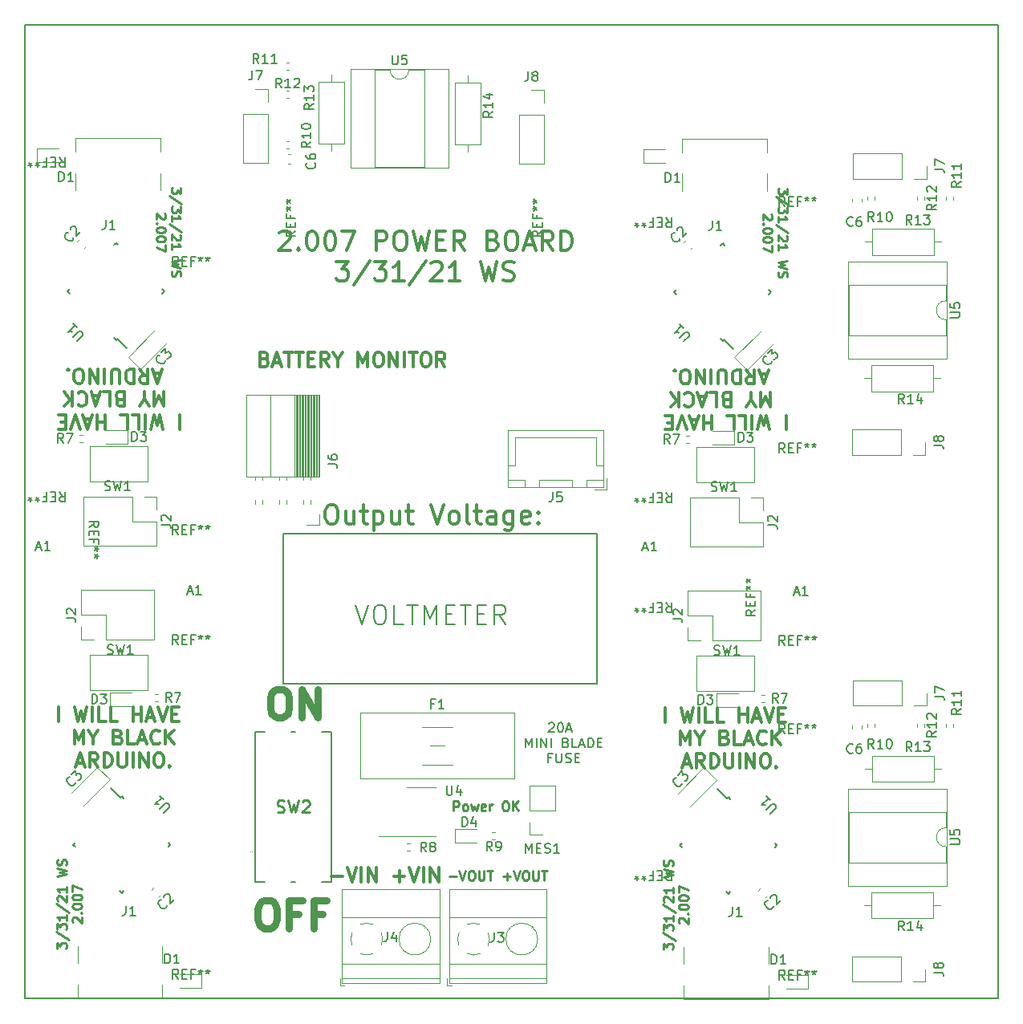
<source format=gbr>
%TF.GenerationSoftware,KiCad,Pcbnew,(6.0.1)*%
%TF.CreationDate,2022-04-04T10:53:51-04:00*%
%TF.ProjectId,arduino_usb_c,61726475-696e-46f5-9f75-73625f632e6b,rev?*%
%TF.SameCoordinates,Original*%
%TF.FileFunction,Legend,Top*%
%TF.FilePolarity,Positive*%
%FSLAX46Y46*%
G04 Gerber Fmt 4.6, Leading zero omitted, Abs format (unit mm)*
G04 Created by KiCad (PCBNEW (6.0.1)) date 2022-04-04 10:53:51*
%MOMM*%
%LPD*%
G01*
G04 APERTURE LIST*
%ADD10C,0.150000*%
%ADD11C,0.300000*%
%ADD12C,0.750000*%
%ADD13C,0.250000*%
%ADD14C,0.254000*%
%ADD15C,0.120000*%
%ADD16C,0.200000*%
%ADD17C,0.100000*%
G04 APERTURE END LIST*
D10*
X100900000Y-152800000D02*
X203600000Y-152800000D01*
X203600000Y-152800000D02*
X203600000Y-50100000D01*
X203600000Y-50100000D02*
X100900000Y-50100000D01*
X100900000Y-50100000D02*
X100900000Y-152800000D01*
X128143000Y-103783400D02*
X161213800Y-103783400D01*
X161213800Y-103783400D02*
X161213800Y-119658400D01*
X161213800Y-119658400D02*
X128143000Y-119658400D01*
X128143000Y-119658400D02*
X128143000Y-103783400D01*
D11*
X133056076Y-100757761D02*
X133437028Y-100757761D01*
X133627504Y-100853000D01*
X133817980Y-101043476D01*
X133913219Y-101424428D01*
X133913219Y-102091095D01*
X133817980Y-102472047D01*
X133627504Y-102662523D01*
X133437028Y-102757761D01*
X133056076Y-102757761D01*
X132865600Y-102662523D01*
X132675123Y-102472047D01*
X132579885Y-102091095D01*
X132579885Y-101424428D01*
X132675123Y-101043476D01*
X132865600Y-100853000D01*
X133056076Y-100757761D01*
X135627504Y-101424428D02*
X135627504Y-102757761D01*
X134770361Y-101424428D02*
X134770361Y-102472047D01*
X134865600Y-102662523D01*
X135056076Y-102757761D01*
X135341790Y-102757761D01*
X135532266Y-102662523D01*
X135627504Y-102567285D01*
X136294171Y-101424428D02*
X137056076Y-101424428D01*
X136579885Y-100757761D02*
X136579885Y-102472047D01*
X136675123Y-102662523D01*
X136865600Y-102757761D01*
X137056076Y-102757761D01*
X137722742Y-101424428D02*
X137722742Y-103424428D01*
X137722742Y-101519666D02*
X137913219Y-101424428D01*
X138294171Y-101424428D01*
X138484647Y-101519666D01*
X138579885Y-101614904D01*
X138675123Y-101805380D01*
X138675123Y-102376809D01*
X138579885Y-102567285D01*
X138484647Y-102662523D01*
X138294171Y-102757761D01*
X137913219Y-102757761D01*
X137722742Y-102662523D01*
X140389409Y-101424428D02*
X140389409Y-102757761D01*
X139532266Y-101424428D02*
X139532266Y-102472047D01*
X139627504Y-102662523D01*
X139817980Y-102757761D01*
X140103695Y-102757761D01*
X140294171Y-102662523D01*
X140389409Y-102567285D01*
X141056076Y-101424428D02*
X141817980Y-101424428D01*
X141341790Y-100757761D02*
X141341790Y-102472047D01*
X141437028Y-102662523D01*
X141627504Y-102757761D01*
X141817980Y-102757761D01*
X143722742Y-100757761D02*
X144389409Y-102757761D01*
X145056076Y-100757761D01*
X146008457Y-102757761D02*
X145817980Y-102662523D01*
X145722742Y-102567285D01*
X145627504Y-102376809D01*
X145627504Y-101805380D01*
X145722742Y-101614904D01*
X145817980Y-101519666D01*
X146008457Y-101424428D01*
X146294171Y-101424428D01*
X146484647Y-101519666D01*
X146579885Y-101614904D01*
X146675123Y-101805380D01*
X146675123Y-102376809D01*
X146579885Y-102567285D01*
X146484647Y-102662523D01*
X146294171Y-102757761D01*
X146008457Y-102757761D01*
X147817980Y-102757761D02*
X147627504Y-102662523D01*
X147532266Y-102472047D01*
X147532266Y-100757761D01*
X148294171Y-101424428D02*
X149056076Y-101424428D01*
X148579885Y-100757761D02*
X148579885Y-102472047D01*
X148675123Y-102662523D01*
X148865600Y-102757761D01*
X149056076Y-102757761D01*
X150579885Y-102757761D02*
X150579885Y-101710142D01*
X150484647Y-101519666D01*
X150294171Y-101424428D01*
X149913219Y-101424428D01*
X149722742Y-101519666D01*
X150579885Y-102662523D02*
X150389409Y-102757761D01*
X149913219Y-102757761D01*
X149722742Y-102662523D01*
X149627504Y-102472047D01*
X149627504Y-102281571D01*
X149722742Y-102091095D01*
X149913219Y-101995857D01*
X150389409Y-101995857D01*
X150579885Y-101900619D01*
X152389409Y-101424428D02*
X152389409Y-103043476D01*
X152294171Y-103233952D01*
X152198933Y-103329190D01*
X152008457Y-103424428D01*
X151722742Y-103424428D01*
X151532266Y-103329190D01*
X152389409Y-102662523D02*
X152198933Y-102757761D01*
X151817980Y-102757761D01*
X151627504Y-102662523D01*
X151532266Y-102567285D01*
X151437028Y-102376809D01*
X151437028Y-101805380D01*
X151532266Y-101614904D01*
X151627504Y-101519666D01*
X151817980Y-101424428D01*
X152198933Y-101424428D01*
X152389409Y-101519666D01*
X154103695Y-102662523D02*
X153913219Y-102757761D01*
X153532266Y-102757761D01*
X153341790Y-102662523D01*
X153246552Y-102472047D01*
X153246552Y-101710142D01*
X153341790Y-101519666D01*
X153532266Y-101424428D01*
X153913219Y-101424428D01*
X154103695Y-101519666D01*
X154198933Y-101710142D01*
X154198933Y-101900619D01*
X153246552Y-102091095D01*
X155056076Y-102567285D02*
X155151314Y-102662523D01*
X155056076Y-102757761D01*
X154960838Y-102662523D01*
X155056076Y-102567285D01*
X155056076Y-102757761D01*
X155056076Y-101519666D02*
X155151314Y-101614904D01*
X155056076Y-101710142D01*
X154960838Y-101614904D01*
X155056076Y-101519666D01*
X155056076Y-101710142D01*
X104409942Y-123587171D02*
X104409942Y-122087171D01*
X106124228Y-122087171D02*
X106481371Y-123587171D01*
X106767085Y-122515742D01*
X107052800Y-123587171D01*
X107409942Y-122087171D01*
X107981371Y-123587171D02*
X107981371Y-122087171D01*
X109409942Y-123587171D02*
X108695657Y-123587171D01*
X108695657Y-122087171D01*
X110624228Y-123587171D02*
X109909942Y-123587171D01*
X109909942Y-122087171D01*
X112267085Y-123587171D02*
X112267085Y-122087171D01*
X112267085Y-122801457D02*
X113124228Y-122801457D01*
X113124228Y-123587171D02*
X113124228Y-122087171D01*
X113767085Y-123158600D02*
X114481371Y-123158600D01*
X113624228Y-123587171D02*
X114124228Y-122087171D01*
X114624228Y-123587171D01*
X114909942Y-122087171D02*
X115409942Y-123587171D01*
X115909942Y-122087171D01*
X116409942Y-122801457D02*
X116909942Y-122801457D01*
X117124228Y-123587171D02*
X116409942Y-123587171D01*
X116409942Y-122087171D01*
X117124228Y-122087171D01*
X106088514Y-126002171D02*
X106088514Y-124502171D01*
X106588514Y-125573600D01*
X107088514Y-124502171D01*
X107088514Y-126002171D01*
X108088514Y-125287885D02*
X108088514Y-126002171D01*
X107588514Y-124502171D02*
X108088514Y-125287885D01*
X108588514Y-124502171D01*
X110731371Y-125216457D02*
X110945657Y-125287885D01*
X111017085Y-125359314D01*
X111088514Y-125502171D01*
X111088514Y-125716457D01*
X111017085Y-125859314D01*
X110945657Y-125930742D01*
X110802800Y-126002171D01*
X110231371Y-126002171D01*
X110231371Y-124502171D01*
X110731371Y-124502171D01*
X110874228Y-124573600D01*
X110945657Y-124645028D01*
X111017085Y-124787885D01*
X111017085Y-124930742D01*
X110945657Y-125073600D01*
X110874228Y-125145028D01*
X110731371Y-125216457D01*
X110231371Y-125216457D01*
X112445657Y-126002171D02*
X111731371Y-126002171D01*
X111731371Y-124502171D01*
X112874228Y-125573600D02*
X113588514Y-125573600D01*
X112731371Y-126002171D02*
X113231371Y-124502171D01*
X113731371Y-126002171D01*
X115088514Y-125859314D02*
X115017085Y-125930742D01*
X114802800Y-126002171D01*
X114659942Y-126002171D01*
X114445657Y-125930742D01*
X114302800Y-125787885D01*
X114231371Y-125645028D01*
X114159942Y-125359314D01*
X114159942Y-125145028D01*
X114231371Y-124859314D01*
X114302800Y-124716457D01*
X114445657Y-124573600D01*
X114659942Y-124502171D01*
X114802800Y-124502171D01*
X115017085Y-124573600D01*
X115088514Y-124645028D01*
X115731371Y-126002171D02*
X115731371Y-124502171D01*
X116588514Y-126002171D02*
X115945657Y-125145028D01*
X116588514Y-124502171D02*
X115731371Y-125359314D01*
X106374228Y-127988600D02*
X107088514Y-127988600D01*
X106231371Y-128417171D02*
X106731371Y-126917171D01*
X107231371Y-128417171D01*
X108588514Y-128417171D02*
X108088514Y-127702885D01*
X107731371Y-128417171D02*
X107731371Y-126917171D01*
X108302800Y-126917171D01*
X108445657Y-126988600D01*
X108517085Y-127060028D01*
X108588514Y-127202885D01*
X108588514Y-127417171D01*
X108517085Y-127560028D01*
X108445657Y-127631457D01*
X108302800Y-127702885D01*
X107731371Y-127702885D01*
X109231371Y-128417171D02*
X109231371Y-126917171D01*
X109588514Y-126917171D01*
X109802800Y-126988600D01*
X109945657Y-127131457D01*
X110017085Y-127274314D01*
X110088514Y-127560028D01*
X110088514Y-127774314D01*
X110017085Y-128060028D01*
X109945657Y-128202885D01*
X109802800Y-128345742D01*
X109588514Y-128417171D01*
X109231371Y-128417171D01*
X110731371Y-126917171D02*
X110731371Y-128131457D01*
X110802800Y-128274314D01*
X110874228Y-128345742D01*
X111017085Y-128417171D01*
X111302800Y-128417171D01*
X111445657Y-128345742D01*
X111517085Y-128274314D01*
X111588514Y-128131457D01*
X111588514Y-126917171D01*
X112302800Y-128417171D02*
X112302800Y-126917171D01*
X113017085Y-128417171D02*
X113017085Y-126917171D01*
X113874228Y-128417171D01*
X113874228Y-126917171D01*
X114874228Y-126917171D02*
X115159942Y-126917171D01*
X115302800Y-126988600D01*
X115445657Y-127131457D01*
X115517085Y-127417171D01*
X115517085Y-127917171D01*
X115445657Y-128202885D01*
X115302800Y-128345742D01*
X115159942Y-128417171D01*
X114874228Y-128417171D01*
X114731371Y-128345742D01*
X114588514Y-128202885D01*
X114517085Y-127917171D01*
X114517085Y-127417171D01*
X114588514Y-127131457D01*
X114731371Y-126988600D01*
X114874228Y-126917171D01*
X116159942Y-128274314D02*
X116231371Y-128345742D01*
X116159942Y-128417171D01*
X116088514Y-128345742D01*
X116159942Y-128274314D01*
X116159942Y-128417171D01*
D10*
X156162571Y-123819019D02*
X156210190Y-123771400D01*
X156305428Y-123723780D01*
X156543523Y-123723780D01*
X156638761Y-123771400D01*
X156686380Y-123819019D01*
X156734000Y-123914257D01*
X156734000Y-124009495D01*
X156686380Y-124152352D01*
X156114952Y-124723780D01*
X156734000Y-124723780D01*
X157353047Y-123723780D02*
X157448285Y-123723780D01*
X157543523Y-123771400D01*
X157591142Y-123819019D01*
X157638761Y-123914257D01*
X157686380Y-124104733D01*
X157686380Y-124342828D01*
X157638761Y-124533304D01*
X157591142Y-124628542D01*
X157543523Y-124676161D01*
X157448285Y-124723780D01*
X157353047Y-124723780D01*
X157257809Y-124676161D01*
X157210190Y-124628542D01*
X157162571Y-124533304D01*
X157114952Y-124342828D01*
X157114952Y-124104733D01*
X157162571Y-123914257D01*
X157210190Y-123819019D01*
X157257809Y-123771400D01*
X157353047Y-123723780D01*
X158067333Y-124438066D02*
X158543523Y-124438066D01*
X157972095Y-124723780D02*
X158305428Y-123723780D01*
X158638761Y-124723780D01*
X153734000Y-126333780D02*
X153734000Y-125333780D01*
X154067333Y-126048066D01*
X154400666Y-125333780D01*
X154400666Y-126333780D01*
X154876857Y-126333780D02*
X154876857Y-125333780D01*
X155353047Y-126333780D02*
X155353047Y-125333780D01*
X155924476Y-126333780D01*
X155924476Y-125333780D01*
X156400666Y-126333780D02*
X156400666Y-125333780D01*
X157972095Y-125809971D02*
X158114952Y-125857590D01*
X158162571Y-125905209D01*
X158210190Y-126000447D01*
X158210190Y-126143304D01*
X158162571Y-126238542D01*
X158114952Y-126286161D01*
X158019714Y-126333780D01*
X157638761Y-126333780D01*
X157638761Y-125333780D01*
X157972095Y-125333780D01*
X158067333Y-125381400D01*
X158114952Y-125429019D01*
X158162571Y-125524257D01*
X158162571Y-125619495D01*
X158114952Y-125714733D01*
X158067333Y-125762352D01*
X157972095Y-125809971D01*
X157638761Y-125809971D01*
X159114952Y-126333780D02*
X158638761Y-126333780D01*
X158638761Y-125333780D01*
X159400666Y-126048066D02*
X159876857Y-126048066D01*
X159305428Y-126333780D02*
X159638761Y-125333780D01*
X159972095Y-126333780D01*
X160305428Y-126333780D02*
X160305428Y-125333780D01*
X160543523Y-125333780D01*
X160686380Y-125381400D01*
X160781619Y-125476638D01*
X160829238Y-125571876D01*
X160876857Y-125762352D01*
X160876857Y-125905209D01*
X160829238Y-126095685D01*
X160781619Y-126190923D01*
X160686380Y-126286161D01*
X160543523Y-126333780D01*
X160305428Y-126333780D01*
X161305428Y-125809971D02*
X161638761Y-125809971D01*
X161781619Y-126333780D02*
X161305428Y-126333780D01*
X161305428Y-125333780D01*
X161781619Y-125333780D01*
X156424476Y-127419971D02*
X156091142Y-127419971D01*
X156091142Y-127943780D02*
X156091142Y-126943780D01*
X156567333Y-126943780D01*
X156948285Y-126943780D02*
X156948285Y-127753304D01*
X156995904Y-127848542D01*
X157043523Y-127896161D01*
X157138761Y-127943780D01*
X157329238Y-127943780D01*
X157424476Y-127896161D01*
X157472095Y-127848542D01*
X157519714Y-127753304D01*
X157519714Y-126943780D01*
X157948285Y-127896161D02*
X158091142Y-127943780D01*
X158329238Y-127943780D01*
X158424476Y-127896161D01*
X158472095Y-127848542D01*
X158519714Y-127753304D01*
X158519714Y-127658066D01*
X158472095Y-127562828D01*
X158424476Y-127515209D01*
X158329238Y-127467590D01*
X158138761Y-127419971D01*
X158043523Y-127372352D01*
X157995904Y-127324733D01*
X157948285Y-127229495D01*
X157948285Y-127134257D01*
X157995904Y-127039019D01*
X158043523Y-126991400D01*
X158138761Y-126943780D01*
X158376857Y-126943780D01*
X158519714Y-126991400D01*
X158948285Y-127419971D02*
X159281619Y-127419971D01*
X159424476Y-127943780D02*
X158948285Y-127943780D01*
X158948285Y-126943780D01*
X159424476Y-126943780D01*
D12*
X127479657Y-120174542D02*
X128051085Y-120174542D01*
X128336800Y-120317400D01*
X128622514Y-120603114D01*
X128765371Y-121174542D01*
X128765371Y-122174542D01*
X128622514Y-122745971D01*
X128336800Y-123031685D01*
X128051085Y-123174542D01*
X127479657Y-123174542D01*
X127193942Y-123031685D01*
X126908228Y-122745971D01*
X126765371Y-122174542D01*
X126765371Y-121174542D01*
X126908228Y-120603114D01*
X127193942Y-120317400D01*
X127479657Y-120174542D01*
X130051085Y-123174542D02*
X130051085Y-120174542D01*
X131765371Y-123174542D01*
X131765371Y-120174542D01*
D13*
X104260580Y-147563885D02*
X104260580Y-146944838D01*
X104641533Y-147278171D01*
X104641533Y-147135314D01*
X104689152Y-147040076D01*
X104736771Y-146992457D01*
X104832009Y-146944838D01*
X105070104Y-146944838D01*
X105165342Y-146992457D01*
X105212961Y-147040076D01*
X105260580Y-147135314D01*
X105260580Y-147421028D01*
X105212961Y-147516266D01*
X105165342Y-147563885D01*
X104212961Y-145801980D02*
X105498676Y-146659123D01*
X104260580Y-145563885D02*
X104260580Y-144944838D01*
X104641533Y-145278171D01*
X104641533Y-145135314D01*
X104689152Y-145040076D01*
X104736771Y-144992457D01*
X104832009Y-144944838D01*
X105070104Y-144944838D01*
X105165342Y-144992457D01*
X105212961Y-145040076D01*
X105260580Y-145135314D01*
X105260580Y-145421028D01*
X105212961Y-145516266D01*
X105165342Y-145563885D01*
X105260580Y-143992457D02*
X105260580Y-144563885D01*
X105260580Y-144278171D02*
X104260580Y-144278171D01*
X104403438Y-144373409D01*
X104498676Y-144468647D01*
X104546295Y-144563885D01*
X104212961Y-142849600D02*
X105498676Y-143706742D01*
X104355819Y-142563885D02*
X104308200Y-142516266D01*
X104260580Y-142421028D01*
X104260580Y-142182933D01*
X104308200Y-142087695D01*
X104355819Y-142040076D01*
X104451057Y-141992457D01*
X104546295Y-141992457D01*
X104689152Y-142040076D01*
X105260580Y-142611504D01*
X105260580Y-141992457D01*
X105260580Y-141040076D02*
X105260580Y-141611504D01*
X105260580Y-141325790D02*
X104260580Y-141325790D01*
X104403438Y-141421028D01*
X104498676Y-141516266D01*
X104546295Y-141611504D01*
X104260580Y-139944838D02*
X105260580Y-139706742D01*
X104546295Y-139516266D01*
X105260580Y-139325790D01*
X104260580Y-139087695D01*
X105212961Y-138754361D02*
X105260580Y-138611504D01*
X105260580Y-138373409D01*
X105212961Y-138278171D01*
X105165342Y-138230552D01*
X105070104Y-138182933D01*
X104974866Y-138182933D01*
X104879628Y-138230552D01*
X104832009Y-138278171D01*
X104784390Y-138373409D01*
X104736771Y-138563885D01*
X104689152Y-138659123D01*
X104641533Y-138706742D01*
X104546295Y-138754361D01*
X104451057Y-138754361D01*
X104355819Y-138706742D01*
X104308200Y-138659123D01*
X104260580Y-138563885D01*
X104260580Y-138325790D01*
X104308200Y-138182933D01*
X105965819Y-144801980D02*
X105918200Y-144754361D01*
X105870580Y-144659123D01*
X105870580Y-144421028D01*
X105918200Y-144325790D01*
X105965819Y-144278171D01*
X106061057Y-144230552D01*
X106156295Y-144230552D01*
X106299152Y-144278171D01*
X106870580Y-144849600D01*
X106870580Y-144230552D01*
X106775342Y-143801980D02*
X106822961Y-143754361D01*
X106870580Y-143801980D01*
X106822961Y-143849600D01*
X106775342Y-143801980D01*
X106870580Y-143801980D01*
X105870580Y-143135314D02*
X105870580Y-143040076D01*
X105918200Y-142944838D01*
X105965819Y-142897219D01*
X106061057Y-142849600D01*
X106251533Y-142801980D01*
X106489628Y-142801980D01*
X106680104Y-142849600D01*
X106775342Y-142897219D01*
X106822961Y-142944838D01*
X106870580Y-143040076D01*
X106870580Y-143135314D01*
X106822961Y-143230552D01*
X106775342Y-143278171D01*
X106680104Y-143325790D01*
X106489628Y-143373409D01*
X106251533Y-143373409D01*
X106061057Y-143325790D01*
X105965819Y-143278171D01*
X105918200Y-143230552D01*
X105870580Y-143135314D01*
X105870580Y-142182933D02*
X105870580Y-142087695D01*
X105918200Y-141992457D01*
X105965819Y-141944838D01*
X106061057Y-141897219D01*
X106251533Y-141849600D01*
X106489628Y-141849600D01*
X106680104Y-141897219D01*
X106775342Y-141944838D01*
X106822961Y-141992457D01*
X106870580Y-142087695D01*
X106870580Y-142182933D01*
X106822961Y-142278171D01*
X106775342Y-142325790D01*
X106680104Y-142373409D01*
X106489628Y-142421028D01*
X106251533Y-142421028D01*
X106061057Y-142373409D01*
X105965819Y-142325790D01*
X105918200Y-142278171D01*
X105870580Y-142182933D01*
X105870580Y-141516266D02*
X105870580Y-140849600D01*
X106870580Y-141278171D01*
X145628361Y-139973628D02*
X146390266Y-139973628D01*
X146723600Y-139354580D02*
X147056933Y-140354580D01*
X147390266Y-139354580D01*
X147914076Y-139354580D02*
X148104552Y-139354580D01*
X148199790Y-139402200D01*
X148295028Y-139497438D01*
X148342647Y-139687914D01*
X148342647Y-140021247D01*
X148295028Y-140211723D01*
X148199790Y-140306961D01*
X148104552Y-140354580D01*
X147914076Y-140354580D01*
X147818838Y-140306961D01*
X147723600Y-140211723D01*
X147675980Y-140021247D01*
X147675980Y-139687914D01*
X147723600Y-139497438D01*
X147818838Y-139402200D01*
X147914076Y-139354580D01*
X148771219Y-139354580D02*
X148771219Y-140164104D01*
X148818838Y-140259342D01*
X148866457Y-140306961D01*
X148961695Y-140354580D01*
X149152171Y-140354580D01*
X149247409Y-140306961D01*
X149295028Y-140259342D01*
X149342647Y-140164104D01*
X149342647Y-139354580D01*
X149675980Y-139354580D02*
X150247409Y-139354580D01*
X149961695Y-140354580D02*
X149961695Y-139354580D01*
X151342647Y-139973628D02*
X152104552Y-139973628D01*
X151723600Y-140354580D02*
X151723600Y-139592676D01*
X152437885Y-139354580D02*
X152771219Y-140354580D01*
X153104552Y-139354580D01*
X153628361Y-139354580D02*
X153818838Y-139354580D01*
X153914076Y-139402200D01*
X154009314Y-139497438D01*
X154056933Y-139687914D01*
X154056933Y-140021247D01*
X154009314Y-140211723D01*
X153914076Y-140306961D01*
X153818838Y-140354580D01*
X153628361Y-140354580D01*
X153533123Y-140306961D01*
X153437885Y-140211723D01*
X153390266Y-140021247D01*
X153390266Y-139687914D01*
X153437885Y-139497438D01*
X153533123Y-139402200D01*
X153628361Y-139354580D01*
X154485504Y-139354580D02*
X154485504Y-140164104D01*
X154533123Y-140259342D01*
X154580742Y-140306961D01*
X154675980Y-140354580D01*
X154866457Y-140354580D01*
X154961695Y-140306961D01*
X155009314Y-140259342D01*
X155056933Y-140164104D01*
X155056933Y-139354580D01*
X155390266Y-139354580D02*
X155961695Y-139354580D01*
X155675980Y-140354580D02*
X155675980Y-139354580D01*
X168263830Y-147637612D02*
X168263830Y-147018565D01*
X168644783Y-147351898D01*
X168644783Y-147209041D01*
X168692402Y-147113803D01*
X168740021Y-147066184D01*
X168835259Y-147018565D01*
X169073354Y-147018565D01*
X169168592Y-147066184D01*
X169216211Y-147113803D01*
X169263830Y-147209041D01*
X169263830Y-147494755D01*
X169216211Y-147589993D01*
X169168592Y-147637612D01*
X168216211Y-145875707D02*
X169501926Y-146732850D01*
X168263830Y-145637612D02*
X168263830Y-145018565D01*
X168644783Y-145351898D01*
X168644783Y-145209041D01*
X168692402Y-145113803D01*
X168740021Y-145066184D01*
X168835259Y-145018565D01*
X169073354Y-145018565D01*
X169168592Y-145066184D01*
X169216211Y-145113803D01*
X169263830Y-145209041D01*
X169263830Y-145494755D01*
X169216211Y-145589993D01*
X169168592Y-145637612D01*
X169263830Y-144066184D02*
X169263830Y-144637612D01*
X169263830Y-144351898D02*
X168263830Y-144351898D01*
X168406688Y-144447136D01*
X168501926Y-144542374D01*
X168549545Y-144637612D01*
X168216211Y-142923327D02*
X169501926Y-143780469D01*
X168359069Y-142637612D02*
X168311450Y-142589993D01*
X168263830Y-142494755D01*
X168263830Y-142256660D01*
X168311450Y-142161422D01*
X168359069Y-142113803D01*
X168454307Y-142066184D01*
X168549545Y-142066184D01*
X168692402Y-142113803D01*
X169263830Y-142685231D01*
X169263830Y-142066184D01*
X169263830Y-141113803D02*
X169263830Y-141685231D01*
X169263830Y-141399517D02*
X168263830Y-141399517D01*
X168406688Y-141494755D01*
X168501926Y-141589993D01*
X168549545Y-141685231D01*
X168263830Y-140018565D02*
X169263830Y-139780469D01*
X168549545Y-139589993D01*
X169263830Y-139399517D01*
X168263830Y-139161422D01*
X169216211Y-138828088D02*
X169263830Y-138685231D01*
X169263830Y-138447136D01*
X169216211Y-138351898D01*
X169168592Y-138304279D01*
X169073354Y-138256660D01*
X168978116Y-138256660D01*
X168882878Y-138304279D01*
X168835259Y-138351898D01*
X168787640Y-138447136D01*
X168740021Y-138637612D01*
X168692402Y-138732850D01*
X168644783Y-138780469D01*
X168549545Y-138828088D01*
X168454307Y-138828088D01*
X168359069Y-138780469D01*
X168311450Y-138732850D01*
X168263830Y-138637612D01*
X168263830Y-138399517D01*
X168311450Y-138256660D01*
X169969069Y-144875707D02*
X169921450Y-144828088D01*
X169873830Y-144732850D01*
X169873830Y-144494755D01*
X169921450Y-144399517D01*
X169969069Y-144351898D01*
X170064307Y-144304279D01*
X170159545Y-144304279D01*
X170302402Y-144351898D01*
X170873830Y-144923327D01*
X170873830Y-144304279D01*
X170778592Y-143875707D02*
X170826211Y-143828088D01*
X170873830Y-143875707D01*
X170826211Y-143923327D01*
X170778592Y-143875707D01*
X170873830Y-143875707D01*
X169873830Y-143209041D02*
X169873830Y-143113803D01*
X169921450Y-143018565D01*
X169969069Y-142970946D01*
X170064307Y-142923327D01*
X170254783Y-142875707D01*
X170492878Y-142875707D01*
X170683354Y-142923327D01*
X170778592Y-142970946D01*
X170826211Y-143018565D01*
X170873830Y-143113803D01*
X170873830Y-143209041D01*
X170826211Y-143304279D01*
X170778592Y-143351898D01*
X170683354Y-143399517D01*
X170492878Y-143447136D01*
X170254783Y-143447136D01*
X170064307Y-143399517D01*
X169969069Y-143351898D01*
X169921450Y-143304279D01*
X169873830Y-143209041D01*
X169873830Y-142256660D02*
X169873830Y-142161422D01*
X169921450Y-142066184D01*
X169969069Y-142018565D01*
X170064307Y-141970946D01*
X170254783Y-141923327D01*
X170492878Y-141923327D01*
X170683354Y-141970946D01*
X170778592Y-142018565D01*
X170826211Y-142066184D01*
X170873830Y-142161422D01*
X170873830Y-142256660D01*
X170826211Y-142351898D01*
X170778592Y-142399517D01*
X170683354Y-142447136D01*
X170492878Y-142494755D01*
X170254783Y-142494755D01*
X170064307Y-142447136D01*
X169969069Y-142399517D01*
X169921450Y-142351898D01*
X169873830Y-142256660D01*
X169873830Y-141589993D02*
X169873830Y-140923327D01*
X170873830Y-141351898D01*
X117336169Y-67265714D02*
X117336169Y-67884761D01*
X116955216Y-67551428D01*
X116955216Y-67694285D01*
X116907597Y-67789523D01*
X116859978Y-67837142D01*
X116764740Y-67884761D01*
X116526645Y-67884761D01*
X116431407Y-67837142D01*
X116383788Y-67789523D01*
X116336169Y-67694285D01*
X116336169Y-67408571D01*
X116383788Y-67313333D01*
X116431407Y-67265714D01*
X117383788Y-69027619D02*
X116098073Y-68170476D01*
X117336169Y-69265714D02*
X117336169Y-69884761D01*
X116955216Y-69551428D01*
X116955216Y-69694285D01*
X116907597Y-69789523D01*
X116859978Y-69837142D01*
X116764740Y-69884761D01*
X116526645Y-69884761D01*
X116431407Y-69837142D01*
X116383788Y-69789523D01*
X116336169Y-69694285D01*
X116336169Y-69408571D01*
X116383788Y-69313333D01*
X116431407Y-69265714D01*
X116336169Y-70837142D02*
X116336169Y-70265714D01*
X116336169Y-70551428D02*
X117336169Y-70551428D01*
X117193311Y-70456190D01*
X117098073Y-70360952D01*
X117050454Y-70265714D01*
X117383788Y-71980000D02*
X116098073Y-71122857D01*
X117240930Y-72265714D02*
X117288550Y-72313333D01*
X117336169Y-72408571D01*
X117336169Y-72646666D01*
X117288550Y-72741904D01*
X117240930Y-72789523D01*
X117145692Y-72837142D01*
X117050454Y-72837142D01*
X116907597Y-72789523D01*
X116336169Y-72218095D01*
X116336169Y-72837142D01*
X116336169Y-73789523D02*
X116336169Y-73218095D01*
X116336169Y-73503809D02*
X117336169Y-73503809D01*
X117193311Y-73408571D01*
X117098073Y-73313333D01*
X117050454Y-73218095D01*
X117336169Y-74884761D02*
X116336169Y-75122857D01*
X117050454Y-75313333D01*
X116336169Y-75503809D01*
X117336169Y-75741904D01*
X116383788Y-76075238D02*
X116336169Y-76218095D01*
X116336169Y-76456190D01*
X116383788Y-76551428D01*
X116431407Y-76599047D01*
X116526645Y-76646666D01*
X116621883Y-76646666D01*
X116717121Y-76599047D01*
X116764740Y-76551428D01*
X116812359Y-76456190D01*
X116859978Y-76265714D01*
X116907597Y-76170476D01*
X116955216Y-76122857D01*
X117050454Y-76075238D01*
X117145692Y-76075238D01*
X117240930Y-76122857D01*
X117288550Y-76170476D01*
X117336169Y-76265714D01*
X117336169Y-76503809D01*
X117288550Y-76646666D01*
X115630930Y-70027619D02*
X115678550Y-70075238D01*
X115726169Y-70170476D01*
X115726169Y-70408571D01*
X115678550Y-70503809D01*
X115630930Y-70551428D01*
X115535692Y-70599047D01*
X115440454Y-70599047D01*
X115297597Y-70551428D01*
X114726169Y-69980000D01*
X114726169Y-70599047D01*
X114821407Y-71027619D02*
X114773788Y-71075238D01*
X114726169Y-71027619D01*
X114773788Y-70980000D01*
X114821407Y-71027619D01*
X114726169Y-71027619D01*
X115726169Y-71694285D02*
X115726169Y-71789523D01*
X115678550Y-71884761D01*
X115630930Y-71932380D01*
X115535692Y-71980000D01*
X115345216Y-72027619D01*
X115107121Y-72027619D01*
X114916645Y-71980000D01*
X114821407Y-71932380D01*
X114773788Y-71884761D01*
X114726169Y-71789523D01*
X114726169Y-71694285D01*
X114773788Y-71599047D01*
X114821407Y-71551428D01*
X114916645Y-71503809D01*
X115107121Y-71456190D01*
X115345216Y-71456190D01*
X115535692Y-71503809D01*
X115630930Y-71551428D01*
X115678550Y-71599047D01*
X115726169Y-71694285D01*
X115726169Y-72646666D02*
X115726169Y-72741904D01*
X115678550Y-72837142D01*
X115630930Y-72884761D01*
X115535692Y-72932380D01*
X115345216Y-72980000D01*
X115107121Y-72980000D01*
X114916645Y-72932380D01*
X114821407Y-72884761D01*
X114773788Y-72837142D01*
X114726169Y-72741904D01*
X114726169Y-72646666D01*
X114773788Y-72551428D01*
X114821407Y-72503809D01*
X114916645Y-72456190D01*
X115107121Y-72408571D01*
X115345216Y-72408571D01*
X115535692Y-72456190D01*
X115630930Y-72503809D01*
X115678550Y-72551428D01*
X115726169Y-72646666D01*
X115726169Y-73313333D02*
X115726169Y-73980000D01*
X114726169Y-73551428D01*
X181339419Y-67339441D02*
X181339419Y-67958488D01*
X180958466Y-67625155D01*
X180958466Y-67768012D01*
X180910847Y-67863250D01*
X180863228Y-67910869D01*
X180767990Y-67958488D01*
X180529895Y-67958488D01*
X180434657Y-67910869D01*
X180387038Y-67863250D01*
X180339419Y-67768012D01*
X180339419Y-67482298D01*
X180387038Y-67387060D01*
X180434657Y-67339441D01*
X181387038Y-69101346D02*
X180101323Y-68244203D01*
X181339419Y-69339441D02*
X181339419Y-69958488D01*
X180958466Y-69625155D01*
X180958466Y-69768012D01*
X180910847Y-69863250D01*
X180863228Y-69910869D01*
X180767990Y-69958488D01*
X180529895Y-69958488D01*
X180434657Y-69910869D01*
X180387038Y-69863250D01*
X180339419Y-69768012D01*
X180339419Y-69482298D01*
X180387038Y-69387060D01*
X180434657Y-69339441D01*
X180339419Y-70910869D02*
X180339419Y-70339441D01*
X180339419Y-70625155D02*
X181339419Y-70625155D01*
X181196561Y-70529917D01*
X181101323Y-70434679D01*
X181053704Y-70339441D01*
X181387038Y-72053727D02*
X180101323Y-71196584D01*
X181244180Y-72339441D02*
X181291800Y-72387060D01*
X181339419Y-72482298D01*
X181339419Y-72720393D01*
X181291800Y-72815631D01*
X181244180Y-72863250D01*
X181148942Y-72910869D01*
X181053704Y-72910869D01*
X180910847Y-72863250D01*
X180339419Y-72291822D01*
X180339419Y-72910869D01*
X180339419Y-73863250D02*
X180339419Y-73291822D01*
X180339419Y-73577536D02*
X181339419Y-73577536D01*
X181196561Y-73482298D01*
X181101323Y-73387060D01*
X181053704Y-73291822D01*
X181339419Y-74958488D02*
X180339419Y-75196584D01*
X181053704Y-75387060D01*
X180339419Y-75577536D01*
X181339419Y-75815631D01*
X180387038Y-76148965D02*
X180339419Y-76291822D01*
X180339419Y-76529917D01*
X180387038Y-76625155D01*
X180434657Y-76672774D01*
X180529895Y-76720393D01*
X180625133Y-76720393D01*
X180720371Y-76672774D01*
X180767990Y-76625155D01*
X180815609Y-76529917D01*
X180863228Y-76339441D01*
X180910847Y-76244203D01*
X180958466Y-76196584D01*
X181053704Y-76148965D01*
X181148942Y-76148965D01*
X181244180Y-76196584D01*
X181291800Y-76244203D01*
X181339419Y-76339441D01*
X181339419Y-76577536D01*
X181291800Y-76720393D01*
X179634180Y-70101346D02*
X179681800Y-70148965D01*
X179729419Y-70244203D01*
X179729419Y-70482298D01*
X179681800Y-70577536D01*
X179634180Y-70625155D01*
X179538942Y-70672774D01*
X179443704Y-70672774D01*
X179300847Y-70625155D01*
X178729419Y-70053727D01*
X178729419Y-70672774D01*
X178824657Y-71101346D02*
X178777038Y-71148965D01*
X178729419Y-71101346D01*
X178777038Y-71053727D01*
X178824657Y-71101346D01*
X178729419Y-71101346D01*
X179729419Y-71768012D02*
X179729419Y-71863250D01*
X179681800Y-71958488D01*
X179634180Y-72006107D01*
X179538942Y-72053727D01*
X179348466Y-72101346D01*
X179110371Y-72101346D01*
X178919895Y-72053727D01*
X178824657Y-72006107D01*
X178777038Y-71958488D01*
X178729419Y-71863250D01*
X178729419Y-71768012D01*
X178777038Y-71672774D01*
X178824657Y-71625155D01*
X178919895Y-71577536D01*
X179110371Y-71529917D01*
X179348466Y-71529917D01*
X179538942Y-71577536D01*
X179634180Y-71625155D01*
X179681800Y-71672774D01*
X179729419Y-71768012D01*
X179729419Y-72720393D02*
X179729419Y-72815631D01*
X179681800Y-72910869D01*
X179634180Y-72958488D01*
X179538942Y-73006107D01*
X179348466Y-73053727D01*
X179110371Y-73053727D01*
X178919895Y-73006107D01*
X178824657Y-72958488D01*
X178777038Y-72910869D01*
X178729419Y-72815631D01*
X178729419Y-72720393D01*
X178777038Y-72625155D01*
X178824657Y-72577536D01*
X178919895Y-72529917D01*
X179110371Y-72482298D01*
X179348466Y-72482298D01*
X179538942Y-72529917D01*
X179634180Y-72577536D01*
X179681800Y-72625155D01*
X179729419Y-72720393D01*
X179729419Y-73387060D02*
X179729419Y-74053727D01*
X178729419Y-73625155D01*
D11*
X127751228Y-72058638D02*
X127846466Y-71963400D01*
X128036942Y-71868161D01*
X128513133Y-71868161D01*
X128703609Y-71963400D01*
X128798847Y-72058638D01*
X128894085Y-72249114D01*
X128894085Y-72439590D01*
X128798847Y-72725304D01*
X127655990Y-73868161D01*
X128894085Y-73868161D01*
X129751228Y-73677685D02*
X129846466Y-73772923D01*
X129751228Y-73868161D01*
X129655990Y-73772923D01*
X129751228Y-73677685D01*
X129751228Y-73868161D01*
X131084561Y-71868161D02*
X131275038Y-71868161D01*
X131465514Y-71963400D01*
X131560752Y-72058638D01*
X131655990Y-72249114D01*
X131751228Y-72630066D01*
X131751228Y-73106257D01*
X131655990Y-73487209D01*
X131560752Y-73677685D01*
X131465514Y-73772923D01*
X131275038Y-73868161D01*
X131084561Y-73868161D01*
X130894085Y-73772923D01*
X130798847Y-73677685D01*
X130703609Y-73487209D01*
X130608371Y-73106257D01*
X130608371Y-72630066D01*
X130703609Y-72249114D01*
X130798847Y-72058638D01*
X130894085Y-71963400D01*
X131084561Y-71868161D01*
X132989323Y-71868161D02*
X133179800Y-71868161D01*
X133370276Y-71963400D01*
X133465514Y-72058638D01*
X133560752Y-72249114D01*
X133655990Y-72630066D01*
X133655990Y-73106257D01*
X133560752Y-73487209D01*
X133465514Y-73677685D01*
X133370276Y-73772923D01*
X133179800Y-73868161D01*
X132989323Y-73868161D01*
X132798847Y-73772923D01*
X132703609Y-73677685D01*
X132608371Y-73487209D01*
X132513133Y-73106257D01*
X132513133Y-72630066D01*
X132608371Y-72249114D01*
X132703609Y-72058638D01*
X132798847Y-71963400D01*
X132989323Y-71868161D01*
X134322657Y-71868161D02*
X135655990Y-71868161D01*
X134798847Y-73868161D01*
X137941704Y-73868161D02*
X137941704Y-71868161D01*
X138703609Y-71868161D01*
X138894085Y-71963400D01*
X138989323Y-72058638D01*
X139084561Y-72249114D01*
X139084561Y-72534828D01*
X138989323Y-72725304D01*
X138894085Y-72820542D01*
X138703609Y-72915780D01*
X137941704Y-72915780D01*
X140322657Y-71868161D02*
X140703609Y-71868161D01*
X140894085Y-71963400D01*
X141084561Y-72153876D01*
X141179800Y-72534828D01*
X141179800Y-73201495D01*
X141084561Y-73582447D01*
X140894085Y-73772923D01*
X140703609Y-73868161D01*
X140322657Y-73868161D01*
X140132180Y-73772923D01*
X139941704Y-73582447D01*
X139846466Y-73201495D01*
X139846466Y-72534828D01*
X139941704Y-72153876D01*
X140132180Y-71963400D01*
X140322657Y-71868161D01*
X141846466Y-71868161D02*
X142322657Y-73868161D01*
X142703609Y-72439590D01*
X143084561Y-73868161D01*
X143560752Y-71868161D01*
X144322657Y-72820542D02*
X144989323Y-72820542D01*
X145275038Y-73868161D02*
X144322657Y-73868161D01*
X144322657Y-71868161D01*
X145275038Y-71868161D01*
X147275038Y-73868161D02*
X146608371Y-72915780D01*
X146132180Y-73868161D02*
X146132180Y-71868161D01*
X146894085Y-71868161D01*
X147084561Y-71963400D01*
X147179800Y-72058638D01*
X147275038Y-72249114D01*
X147275038Y-72534828D01*
X147179800Y-72725304D01*
X147084561Y-72820542D01*
X146894085Y-72915780D01*
X146132180Y-72915780D01*
X150322657Y-72820542D02*
X150608371Y-72915780D01*
X150703609Y-73011019D01*
X150798847Y-73201495D01*
X150798847Y-73487209D01*
X150703609Y-73677685D01*
X150608371Y-73772923D01*
X150417895Y-73868161D01*
X149655990Y-73868161D01*
X149655990Y-71868161D01*
X150322657Y-71868161D01*
X150513133Y-71963400D01*
X150608371Y-72058638D01*
X150703609Y-72249114D01*
X150703609Y-72439590D01*
X150608371Y-72630066D01*
X150513133Y-72725304D01*
X150322657Y-72820542D01*
X149655990Y-72820542D01*
X152036942Y-71868161D02*
X152417895Y-71868161D01*
X152608371Y-71963400D01*
X152798847Y-72153876D01*
X152894085Y-72534828D01*
X152894085Y-73201495D01*
X152798847Y-73582447D01*
X152608371Y-73772923D01*
X152417895Y-73868161D01*
X152036942Y-73868161D01*
X151846466Y-73772923D01*
X151655990Y-73582447D01*
X151560752Y-73201495D01*
X151560752Y-72534828D01*
X151655990Y-72153876D01*
X151846466Y-71963400D01*
X152036942Y-71868161D01*
X153655990Y-73296733D02*
X154608371Y-73296733D01*
X153465514Y-73868161D02*
X154132180Y-71868161D01*
X154798847Y-73868161D01*
X156608371Y-73868161D02*
X155941704Y-72915780D01*
X155465514Y-73868161D02*
X155465514Y-71868161D01*
X156227419Y-71868161D01*
X156417895Y-71963400D01*
X156513133Y-72058638D01*
X156608371Y-72249114D01*
X156608371Y-72534828D01*
X156513133Y-72725304D01*
X156417895Y-72820542D01*
X156227419Y-72915780D01*
X155465514Y-72915780D01*
X157465514Y-73868161D02*
X157465514Y-71868161D01*
X157941704Y-71868161D01*
X158227419Y-71963400D01*
X158417895Y-72153876D01*
X158513133Y-72344352D01*
X158608371Y-72725304D01*
X158608371Y-73011019D01*
X158513133Y-73391971D01*
X158417895Y-73582447D01*
X158227419Y-73772923D01*
X157941704Y-73868161D01*
X157465514Y-73868161D01*
X133751228Y-75088161D02*
X134989323Y-75088161D01*
X134322657Y-75850066D01*
X134608371Y-75850066D01*
X134798847Y-75945304D01*
X134894085Y-76040542D01*
X134989323Y-76231019D01*
X134989323Y-76707209D01*
X134894085Y-76897685D01*
X134798847Y-76992923D01*
X134608371Y-77088161D01*
X134036942Y-77088161D01*
X133846466Y-76992923D01*
X133751228Y-76897685D01*
X137275038Y-74992923D02*
X135560752Y-77564352D01*
X137751228Y-75088161D02*
X138989323Y-75088161D01*
X138322657Y-75850066D01*
X138608371Y-75850066D01*
X138798847Y-75945304D01*
X138894085Y-76040542D01*
X138989323Y-76231019D01*
X138989323Y-76707209D01*
X138894085Y-76897685D01*
X138798847Y-76992923D01*
X138608371Y-77088161D01*
X138036942Y-77088161D01*
X137846466Y-76992923D01*
X137751228Y-76897685D01*
X140894085Y-77088161D02*
X139751228Y-77088161D01*
X140322657Y-77088161D02*
X140322657Y-75088161D01*
X140132180Y-75373876D01*
X139941704Y-75564352D01*
X139751228Y-75659590D01*
X143179800Y-74992923D02*
X141465514Y-77564352D01*
X143751228Y-75278638D02*
X143846466Y-75183400D01*
X144036942Y-75088161D01*
X144513133Y-75088161D01*
X144703609Y-75183400D01*
X144798847Y-75278638D01*
X144894085Y-75469114D01*
X144894085Y-75659590D01*
X144798847Y-75945304D01*
X143655990Y-77088161D01*
X144894085Y-77088161D01*
X146798847Y-77088161D02*
X145655990Y-77088161D01*
X146227419Y-77088161D02*
X146227419Y-75088161D01*
X146036942Y-75373876D01*
X145846466Y-75564352D01*
X145655990Y-75659590D01*
X148989323Y-75088161D02*
X149465514Y-77088161D01*
X149846466Y-75659590D01*
X150227419Y-77088161D01*
X150703609Y-75088161D01*
X151370276Y-76992923D02*
X151655990Y-77088161D01*
X152132180Y-77088161D01*
X152322657Y-76992923D01*
X152417895Y-76897685D01*
X152513133Y-76707209D01*
X152513133Y-76516733D01*
X152417895Y-76326257D01*
X152322657Y-76231019D01*
X152132180Y-76135780D01*
X151751228Y-76040542D01*
X151560752Y-75945304D01*
X151465514Y-75850066D01*
X151370276Y-75659590D01*
X151370276Y-75469114D01*
X151465514Y-75278638D01*
X151560752Y-75183400D01*
X151751228Y-75088161D01*
X152227419Y-75088161D01*
X152513133Y-75183400D01*
X133244342Y-139958542D02*
X134387200Y-139958542D01*
X134887200Y-139029971D02*
X135387200Y-140529971D01*
X135887200Y-139029971D01*
X136387200Y-140529971D02*
X136387200Y-139029971D01*
X137101485Y-140529971D02*
X137101485Y-139029971D01*
X137958628Y-140529971D01*
X137958628Y-139029971D01*
X139815771Y-139958542D02*
X140958628Y-139958542D01*
X140387200Y-140529971D02*
X140387200Y-139387114D01*
X141458628Y-139029971D02*
X141958628Y-140529971D01*
X142458628Y-139029971D01*
X142958628Y-140529971D02*
X142958628Y-139029971D01*
X143672914Y-140529971D02*
X143672914Y-139029971D01*
X144530057Y-140529971D01*
X144530057Y-139029971D01*
X181190057Y-91316155D02*
X181190057Y-92816155D01*
X179475771Y-92816155D02*
X179118628Y-91316155D01*
X178832914Y-92387584D01*
X178547200Y-91316155D01*
X178190057Y-92816155D01*
X177618628Y-91316155D02*
X177618628Y-92816155D01*
X176190057Y-91316155D02*
X176904342Y-91316155D01*
X176904342Y-92816155D01*
X174975771Y-91316155D02*
X175690057Y-91316155D01*
X175690057Y-92816155D01*
X173332914Y-91316155D02*
X173332914Y-92816155D01*
X173332914Y-92101869D02*
X172475771Y-92101869D01*
X172475771Y-91316155D02*
X172475771Y-92816155D01*
X171832914Y-91744727D02*
X171118628Y-91744727D01*
X171975771Y-91316155D02*
X171475771Y-92816155D01*
X170975771Y-91316155D01*
X170690057Y-92816155D02*
X170190057Y-91316155D01*
X169690057Y-92816155D01*
X169190057Y-92101869D02*
X168690057Y-92101869D01*
X168475771Y-91316155D02*
X169190057Y-91316155D01*
X169190057Y-92816155D01*
X168475771Y-92816155D01*
X179511485Y-88901155D02*
X179511485Y-90401155D01*
X179011485Y-89329727D01*
X178511485Y-90401155D01*
X178511485Y-88901155D01*
X177511485Y-89615441D02*
X177511485Y-88901155D01*
X178011485Y-90401155D02*
X177511485Y-89615441D01*
X177011485Y-90401155D01*
X174868628Y-89686869D02*
X174654342Y-89615441D01*
X174582914Y-89544012D01*
X174511485Y-89401155D01*
X174511485Y-89186869D01*
X174582914Y-89044012D01*
X174654342Y-88972584D01*
X174797200Y-88901155D01*
X175368628Y-88901155D01*
X175368628Y-90401155D01*
X174868628Y-90401155D01*
X174725771Y-90329727D01*
X174654342Y-90258298D01*
X174582914Y-90115441D01*
X174582914Y-89972584D01*
X174654342Y-89829727D01*
X174725771Y-89758298D01*
X174868628Y-89686869D01*
X175368628Y-89686869D01*
X173154342Y-88901155D02*
X173868628Y-88901155D01*
X173868628Y-90401155D01*
X172725771Y-89329727D02*
X172011485Y-89329727D01*
X172868628Y-88901155D02*
X172368628Y-90401155D01*
X171868628Y-88901155D01*
X170511485Y-89044012D02*
X170582914Y-88972584D01*
X170797200Y-88901155D01*
X170940057Y-88901155D01*
X171154342Y-88972584D01*
X171297200Y-89115441D01*
X171368628Y-89258298D01*
X171440057Y-89544012D01*
X171440057Y-89758298D01*
X171368628Y-90044012D01*
X171297200Y-90186869D01*
X171154342Y-90329727D01*
X170940057Y-90401155D01*
X170797200Y-90401155D01*
X170582914Y-90329727D01*
X170511485Y-90258298D01*
X169868628Y-88901155D02*
X169868628Y-90401155D01*
X169011485Y-88901155D02*
X169654342Y-89758298D01*
X169011485Y-90401155D02*
X169868628Y-89544012D01*
X179225771Y-86914727D02*
X178511485Y-86914727D01*
X179368628Y-86486155D02*
X178868628Y-87986155D01*
X178368628Y-86486155D01*
X177011485Y-86486155D02*
X177511485Y-87200441D01*
X177868628Y-86486155D02*
X177868628Y-87986155D01*
X177297200Y-87986155D01*
X177154342Y-87914727D01*
X177082914Y-87843298D01*
X177011485Y-87700441D01*
X177011485Y-87486155D01*
X177082914Y-87343298D01*
X177154342Y-87271869D01*
X177297200Y-87200441D01*
X177868628Y-87200441D01*
X176368628Y-86486155D02*
X176368628Y-87986155D01*
X176011485Y-87986155D01*
X175797200Y-87914727D01*
X175654342Y-87771869D01*
X175582914Y-87629012D01*
X175511485Y-87343298D01*
X175511485Y-87129012D01*
X175582914Y-86843298D01*
X175654342Y-86700441D01*
X175797200Y-86557584D01*
X176011485Y-86486155D01*
X176368628Y-86486155D01*
X174868628Y-87986155D02*
X174868628Y-86771869D01*
X174797200Y-86629012D01*
X174725771Y-86557584D01*
X174582914Y-86486155D01*
X174297200Y-86486155D01*
X174154342Y-86557584D01*
X174082914Y-86629012D01*
X174011485Y-86771869D01*
X174011485Y-87986155D01*
X173297200Y-86486155D02*
X173297200Y-87986155D01*
X172582914Y-86486155D02*
X172582914Y-87986155D01*
X171725771Y-86486155D01*
X171725771Y-87986155D01*
X170725771Y-87986155D02*
X170440057Y-87986155D01*
X170297200Y-87914727D01*
X170154342Y-87771869D01*
X170082914Y-87486155D01*
X170082914Y-86986155D01*
X170154342Y-86700441D01*
X170297200Y-86557584D01*
X170440057Y-86486155D01*
X170725771Y-86486155D01*
X170868628Y-86557584D01*
X171011485Y-86700441D01*
X171082914Y-86986155D01*
X171082914Y-87486155D01*
X171011485Y-87771869D01*
X170868628Y-87914727D01*
X170725771Y-87986155D01*
X169440057Y-86629012D02*
X169368628Y-86557584D01*
X169440057Y-86486155D01*
X169511485Y-86557584D01*
X169440057Y-86629012D01*
X169440057Y-86486155D01*
D10*
X135764000Y-111324161D02*
X136430666Y-113324161D01*
X137097333Y-111324161D01*
X138144952Y-111324161D02*
X138525904Y-111324161D01*
X138716380Y-111419400D01*
X138906857Y-111609876D01*
X139002095Y-111990828D01*
X139002095Y-112657495D01*
X138906857Y-113038447D01*
X138716380Y-113228923D01*
X138525904Y-113324161D01*
X138144952Y-113324161D01*
X137954476Y-113228923D01*
X137764000Y-113038447D01*
X137668761Y-112657495D01*
X137668761Y-111990828D01*
X137764000Y-111609876D01*
X137954476Y-111419400D01*
X138144952Y-111324161D01*
X140811619Y-113324161D02*
X139859238Y-113324161D01*
X139859238Y-111324161D01*
X141192571Y-111324161D02*
X142335428Y-111324161D01*
X141764000Y-113324161D02*
X141764000Y-111324161D01*
X143002095Y-113324161D02*
X143002095Y-111324161D01*
X143668761Y-112752733D01*
X144335428Y-111324161D01*
X144335428Y-113324161D01*
X145287809Y-112276542D02*
X145954476Y-112276542D01*
X146240190Y-113324161D02*
X145287809Y-113324161D01*
X145287809Y-111324161D01*
X146240190Y-111324161D01*
X146811619Y-111324161D02*
X147954476Y-111324161D01*
X147383047Y-113324161D02*
X147383047Y-111324161D01*
X148621142Y-112276542D02*
X149287809Y-112276542D01*
X149573523Y-113324161D02*
X148621142Y-113324161D01*
X148621142Y-111324161D01*
X149573523Y-111324161D01*
X151573523Y-113324161D02*
X150906857Y-112371780D01*
X150430666Y-113324161D02*
X150430666Y-111324161D01*
X151192571Y-111324161D01*
X151383047Y-111419400D01*
X151478285Y-111514638D01*
X151573523Y-111705114D01*
X151573523Y-111990828D01*
X151478285Y-112181304D01*
X151383047Y-112276542D01*
X151192571Y-112371780D01*
X150430666Y-112371780D01*
X181069916Y-150826107D02*
X180736583Y-150349917D01*
X180498488Y-150826107D02*
X180498488Y-149826107D01*
X180879440Y-149826107D01*
X180974678Y-149873727D01*
X181022297Y-149921346D01*
X181069916Y-150016584D01*
X181069916Y-150159441D01*
X181022297Y-150254679D01*
X180974678Y-150302298D01*
X180879440Y-150349917D01*
X180498488Y-150349917D01*
X181498488Y-150302298D02*
X181831821Y-150302298D01*
X181974678Y-150826107D02*
X181498488Y-150826107D01*
X181498488Y-149826107D01*
X181974678Y-149826107D01*
X182736583Y-150302298D02*
X182403250Y-150302298D01*
X182403250Y-150826107D02*
X182403250Y-149826107D01*
X182879440Y-149826107D01*
X183403250Y-149826107D02*
X183403250Y-150064203D01*
X183165154Y-149968965D02*
X183403250Y-150064203D01*
X183641345Y-149968965D01*
X183260392Y-150254679D02*
X183403250Y-150064203D01*
X183546107Y-150254679D01*
X184165154Y-149826107D02*
X184165154Y-150064203D01*
X183927059Y-149968965D02*
X184165154Y-150064203D01*
X184403250Y-149968965D01*
X184022297Y-150254679D02*
X184165154Y-150064203D01*
X184308011Y-150254679D01*
D12*
X126174857Y-142450342D02*
X126746285Y-142450342D01*
X127032000Y-142593200D01*
X127317714Y-142878914D01*
X127460571Y-143450342D01*
X127460571Y-144450342D01*
X127317714Y-145021771D01*
X127032000Y-145307485D01*
X126746285Y-145450342D01*
X126174857Y-145450342D01*
X125889142Y-145307485D01*
X125603428Y-145021771D01*
X125460571Y-144450342D01*
X125460571Y-143450342D01*
X125603428Y-142878914D01*
X125889142Y-142593200D01*
X126174857Y-142450342D01*
X129746285Y-143878914D02*
X128746285Y-143878914D01*
X128746285Y-145450342D02*
X128746285Y-142450342D01*
X130174857Y-142450342D01*
X132317714Y-143878914D02*
X131317714Y-143878914D01*
X131317714Y-145450342D02*
X131317714Y-142450342D01*
X132746285Y-142450342D01*
D10*
X104530083Y-99377219D02*
X104863416Y-99853409D01*
X105101511Y-99377219D02*
X105101511Y-100377219D01*
X104720559Y-100377219D01*
X104625321Y-100329600D01*
X104577702Y-100281980D01*
X104530083Y-100186742D01*
X104530083Y-100043885D01*
X104577702Y-99948647D01*
X104625321Y-99901028D01*
X104720559Y-99853409D01*
X105101511Y-99853409D01*
X104101511Y-99901028D02*
X103768178Y-99901028D01*
X103625321Y-99377219D02*
X104101511Y-99377219D01*
X104101511Y-100377219D01*
X103625321Y-100377219D01*
X102863416Y-99901028D02*
X103196750Y-99901028D01*
X103196750Y-99377219D02*
X103196750Y-100377219D01*
X102720559Y-100377219D01*
X102196750Y-100377219D02*
X102196750Y-100139123D01*
X102434845Y-100234361D02*
X102196750Y-100139123D01*
X101958654Y-100234361D01*
X102339607Y-99948647D02*
X102196750Y-100139123D01*
X102053892Y-99948647D01*
X101434845Y-100377219D02*
X101434845Y-100139123D01*
X101672940Y-100234361D02*
X101434845Y-100139123D01*
X101196750Y-100234361D01*
X101577702Y-99948647D02*
X101434845Y-100139123D01*
X101291988Y-99948647D01*
D11*
X126193114Y-85362857D02*
X126407400Y-85434285D01*
X126478828Y-85505714D01*
X126550257Y-85648571D01*
X126550257Y-85862857D01*
X126478828Y-86005714D01*
X126407400Y-86077142D01*
X126264542Y-86148571D01*
X125693114Y-86148571D01*
X125693114Y-84648571D01*
X126193114Y-84648571D01*
X126335971Y-84720000D01*
X126407400Y-84791428D01*
X126478828Y-84934285D01*
X126478828Y-85077142D01*
X126407400Y-85220000D01*
X126335971Y-85291428D01*
X126193114Y-85362857D01*
X125693114Y-85362857D01*
X127121685Y-85720000D02*
X127835971Y-85720000D01*
X126978828Y-86148571D02*
X127478828Y-84648571D01*
X127978828Y-86148571D01*
X128264542Y-84648571D02*
X129121685Y-84648571D01*
X128693114Y-86148571D02*
X128693114Y-84648571D01*
X129407400Y-84648571D02*
X130264542Y-84648571D01*
X129835971Y-86148571D02*
X129835971Y-84648571D01*
X130764542Y-85362857D02*
X131264542Y-85362857D01*
X131478828Y-86148571D02*
X130764542Y-86148571D01*
X130764542Y-84648571D01*
X131478828Y-84648571D01*
X132978828Y-86148571D02*
X132478828Y-85434285D01*
X132121685Y-86148571D02*
X132121685Y-84648571D01*
X132693114Y-84648571D01*
X132835971Y-84720000D01*
X132907400Y-84791428D01*
X132978828Y-84934285D01*
X132978828Y-85148571D01*
X132907400Y-85291428D01*
X132835971Y-85362857D01*
X132693114Y-85434285D01*
X132121685Y-85434285D01*
X133907400Y-85434285D02*
X133907400Y-86148571D01*
X133407400Y-84648571D02*
X133907400Y-85434285D01*
X134407400Y-84648571D01*
X136050257Y-86148571D02*
X136050257Y-84648571D01*
X136550257Y-85720000D01*
X137050257Y-84648571D01*
X137050257Y-86148571D01*
X138050257Y-84648571D02*
X138335971Y-84648571D01*
X138478828Y-84720000D01*
X138621685Y-84862857D01*
X138693114Y-85148571D01*
X138693114Y-85648571D01*
X138621685Y-85934285D01*
X138478828Y-86077142D01*
X138335971Y-86148571D01*
X138050257Y-86148571D01*
X137907400Y-86077142D01*
X137764542Y-85934285D01*
X137693114Y-85648571D01*
X137693114Y-85148571D01*
X137764542Y-84862857D01*
X137907400Y-84720000D01*
X138050257Y-84648571D01*
X139335971Y-86148571D02*
X139335971Y-84648571D01*
X140193114Y-86148571D01*
X140193114Y-84648571D01*
X140907400Y-86148571D02*
X140907400Y-84648571D01*
X141407400Y-84648571D02*
X142264542Y-84648571D01*
X141835971Y-86148571D02*
X141835971Y-84648571D01*
X143050257Y-84648571D02*
X143335971Y-84648571D01*
X143478828Y-84720000D01*
X143621685Y-84862857D01*
X143693114Y-85148571D01*
X143693114Y-85648571D01*
X143621685Y-85934285D01*
X143478828Y-86077142D01*
X143335971Y-86148571D01*
X143050257Y-86148571D01*
X142907400Y-86077142D01*
X142764542Y-85934285D01*
X142693114Y-85648571D01*
X142693114Y-85148571D01*
X142764542Y-84862857D01*
X142907400Y-84720000D01*
X143050257Y-84648571D01*
X145193114Y-86148571D02*
X144693114Y-85434285D01*
X144335971Y-86148571D02*
X144335971Y-84648571D01*
X144907400Y-84648571D01*
X145050257Y-84720000D01*
X145121685Y-84791428D01*
X145193114Y-84934285D01*
X145193114Y-85148571D01*
X145121685Y-85291428D01*
X145050257Y-85362857D01*
X144907400Y-85434285D01*
X144335971Y-85434285D01*
X117186807Y-91242428D02*
X117186807Y-92742428D01*
X115472521Y-92742428D02*
X115115378Y-91242428D01*
X114829664Y-92313857D01*
X114543950Y-91242428D01*
X114186807Y-92742428D01*
X113615378Y-91242428D02*
X113615378Y-92742428D01*
X112186807Y-91242428D02*
X112901092Y-91242428D01*
X112901092Y-92742428D01*
X110972521Y-91242428D02*
X111686807Y-91242428D01*
X111686807Y-92742428D01*
X109329664Y-91242428D02*
X109329664Y-92742428D01*
X109329664Y-92028142D02*
X108472521Y-92028142D01*
X108472521Y-91242428D02*
X108472521Y-92742428D01*
X107829664Y-91671000D02*
X107115378Y-91671000D01*
X107972521Y-91242428D02*
X107472521Y-92742428D01*
X106972521Y-91242428D01*
X106686807Y-92742428D02*
X106186807Y-91242428D01*
X105686807Y-92742428D01*
X105186807Y-92028142D02*
X104686807Y-92028142D01*
X104472521Y-91242428D02*
X105186807Y-91242428D01*
X105186807Y-92742428D01*
X104472521Y-92742428D01*
X115508235Y-88827428D02*
X115508235Y-90327428D01*
X115008235Y-89256000D01*
X114508235Y-90327428D01*
X114508235Y-88827428D01*
X113508235Y-89541714D02*
X113508235Y-88827428D01*
X114008235Y-90327428D02*
X113508235Y-89541714D01*
X113008235Y-90327428D01*
X110865378Y-89613142D02*
X110651092Y-89541714D01*
X110579664Y-89470285D01*
X110508235Y-89327428D01*
X110508235Y-89113142D01*
X110579664Y-88970285D01*
X110651092Y-88898857D01*
X110793950Y-88827428D01*
X111365378Y-88827428D01*
X111365378Y-90327428D01*
X110865378Y-90327428D01*
X110722521Y-90256000D01*
X110651092Y-90184571D01*
X110579664Y-90041714D01*
X110579664Y-89898857D01*
X110651092Y-89756000D01*
X110722521Y-89684571D01*
X110865378Y-89613142D01*
X111365378Y-89613142D01*
X109151092Y-88827428D02*
X109865378Y-88827428D01*
X109865378Y-90327428D01*
X108722521Y-89256000D02*
X108008235Y-89256000D01*
X108865378Y-88827428D02*
X108365378Y-90327428D01*
X107865378Y-88827428D01*
X106508235Y-88970285D02*
X106579664Y-88898857D01*
X106793950Y-88827428D01*
X106936807Y-88827428D01*
X107151092Y-88898857D01*
X107293950Y-89041714D01*
X107365378Y-89184571D01*
X107436807Y-89470285D01*
X107436807Y-89684571D01*
X107365378Y-89970285D01*
X107293950Y-90113142D01*
X107151092Y-90256000D01*
X106936807Y-90327428D01*
X106793950Y-90327428D01*
X106579664Y-90256000D01*
X106508235Y-90184571D01*
X105865378Y-88827428D02*
X105865378Y-90327428D01*
X105008235Y-88827428D02*
X105651092Y-89684571D01*
X105008235Y-90327428D02*
X105865378Y-89470285D01*
X115222521Y-86841000D02*
X114508235Y-86841000D01*
X115365378Y-86412428D02*
X114865378Y-87912428D01*
X114365378Y-86412428D01*
X113008235Y-86412428D02*
X113508235Y-87126714D01*
X113865378Y-86412428D02*
X113865378Y-87912428D01*
X113293950Y-87912428D01*
X113151092Y-87841000D01*
X113079664Y-87769571D01*
X113008235Y-87626714D01*
X113008235Y-87412428D01*
X113079664Y-87269571D01*
X113151092Y-87198142D01*
X113293950Y-87126714D01*
X113865378Y-87126714D01*
X112365378Y-86412428D02*
X112365378Y-87912428D01*
X112008235Y-87912428D01*
X111793950Y-87841000D01*
X111651092Y-87698142D01*
X111579664Y-87555285D01*
X111508235Y-87269571D01*
X111508235Y-87055285D01*
X111579664Y-86769571D01*
X111651092Y-86626714D01*
X111793950Y-86483857D01*
X112008235Y-86412428D01*
X112365378Y-86412428D01*
X110865378Y-87912428D02*
X110865378Y-86698142D01*
X110793950Y-86555285D01*
X110722521Y-86483857D01*
X110579664Y-86412428D01*
X110293950Y-86412428D01*
X110151092Y-86483857D01*
X110079664Y-86555285D01*
X110008235Y-86698142D01*
X110008235Y-87912428D01*
X109293950Y-86412428D02*
X109293950Y-87912428D01*
X108579664Y-86412428D02*
X108579664Y-87912428D01*
X107722521Y-86412428D01*
X107722521Y-87912428D01*
X106722521Y-87912428D02*
X106436807Y-87912428D01*
X106293950Y-87841000D01*
X106151092Y-87698142D01*
X106079664Y-87412428D01*
X106079664Y-86912428D01*
X106151092Y-86626714D01*
X106293950Y-86483857D01*
X106436807Y-86412428D01*
X106722521Y-86412428D01*
X106865378Y-86483857D01*
X107008235Y-86626714D01*
X107079664Y-86912428D01*
X107079664Y-87412428D01*
X107008235Y-87698142D01*
X106865378Y-87841000D01*
X106722521Y-87912428D01*
X105436807Y-86555285D02*
X105365378Y-86483857D01*
X105436807Y-86412428D01*
X105508235Y-86483857D01*
X105436807Y-86555285D01*
X105436807Y-86412428D01*
D10*
X181069916Y-115526107D02*
X180736583Y-115049917D01*
X180498488Y-115526107D02*
X180498488Y-114526107D01*
X180879440Y-114526107D01*
X180974678Y-114573727D01*
X181022297Y-114621346D01*
X181069916Y-114716584D01*
X181069916Y-114859441D01*
X181022297Y-114954679D01*
X180974678Y-115002298D01*
X180879440Y-115049917D01*
X180498488Y-115049917D01*
X181498488Y-115002298D02*
X181831821Y-115002298D01*
X181974678Y-115526107D02*
X181498488Y-115526107D01*
X181498488Y-114526107D01*
X181974678Y-114526107D01*
X182736583Y-115002298D02*
X182403250Y-115002298D01*
X182403250Y-115526107D02*
X182403250Y-114526107D01*
X182879440Y-114526107D01*
X183403250Y-114526107D02*
X183403250Y-114764203D01*
X183165154Y-114668965D02*
X183403250Y-114764203D01*
X183641345Y-114668965D01*
X183260392Y-114954679D02*
X183403250Y-114764203D01*
X183546107Y-114954679D01*
X184165154Y-114526107D02*
X184165154Y-114764203D01*
X183927059Y-114668965D02*
X184165154Y-114764203D01*
X184403250Y-114668965D01*
X184022297Y-114954679D02*
X184165154Y-114764203D01*
X184308011Y-114954679D01*
D13*
X146123447Y-133013980D02*
X146123447Y-132013980D01*
X146504400Y-132013980D01*
X146599638Y-132061600D01*
X146647257Y-132109219D01*
X146694876Y-132204457D01*
X146694876Y-132347314D01*
X146647257Y-132442552D01*
X146599638Y-132490171D01*
X146504400Y-132537790D01*
X146123447Y-132537790D01*
X147266304Y-133013980D02*
X147171066Y-132966361D01*
X147123447Y-132918742D01*
X147075828Y-132823504D01*
X147075828Y-132537790D01*
X147123447Y-132442552D01*
X147171066Y-132394933D01*
X147266304Y-132347314D01*
X147409161Y-132347314D01*
X147504400Y-132394933D01*
X147552019Y-132442552D01*
X147599638Y-132537790D01*
X147599638Y-132823504D01*
X147552019Y-132918742D01*
X147504400Y-132966361D01*
X147409161Y-133013980D01*
X147266304Y-133013980D01*
X147932971Y-132347314D02*
X148123447Y-133013980D01*
X148313923Y-132537790D01*
X148504400Y-133013980D01*
X148694876Y-132347314D01*
X149456780Y-132966361D02*
X149361542Y-133013980D01*
X149171066Y-133013980D01*
X149075828Y-132966361D01*
X149028209Y-132871123D01*
X149028209Y-132490171D01*
X149075828Y-132394933D01*
X149171066Y-132347314D01*
X149361542Y-132347314D01*
X149456780Y-132394933D01*
X149504400Y-132490171D01*
X149504400Y-132585409D01*
X149028209Y-132680647D01*
X149932971Y-133013980D02*
X149932971Y-132347314D01*
X149932971Y-132537790D02*
X149980590Y-132442552D01*
X150028209Y-132394933D01*
X150123447Y-132347314D01*
X150218685Y-132347314D01*
X151504400Y-132013980D02*
X151694876Y-132013980D01*
X151790114Y-132061600D01*
X151885352Y-132156838D01*
X151932971Y-132347314D01*
X151932971Y-132680647D01*
X151885352Y-132871123D01*
X151790114Y-132966361D01*
X151694876Y-133013980D01*
X151504400Y-133013980D01*
X151409161Y-132966361D01*
X151313923Y-132871123D01*
X151266304Y-132680647D01*
X151266304Y-132347314D01*
X151313923Y-132156838D01*
X151409161Y-132061600D01*
X151504400Y-132013980D01*
X152361542Y-133013980D02*
X152361542Y-132013980D01*
X152932971Y-133013980D02*
X152504400Y-132442552D01*
X152932971Y-132013980D02*
X152361542Y-132585409D01*
D10*
X104530083Y-64077219D02*
X104863416Y-64553409D01*
X105101511Y-64077219D02*
X105101511Y-65077219D01*
X104720559Y-65077219D01*
X104625321Y-65029600D01*
X104577702Y-64981980D01*
X104530083Y-64886742D01*
X104530083Y-64743885D01*
X104577702Y-64648647D01*
X104625321Y-64601028D01*
X104720559Y-64553409D01*
X105101511Y-64553409D01*
X104101511Y-64601028D02*
X103768178Y-64601028D01*
X103625321Y-64077219D02*
X104101511Y-64077219D01*
X104101511Y-65077219D01*
X103625321Y-65077219D01*
X102863416Y-64601028D02*
X103196750Y-64601028D01*
X103196750Y-64077219D02*
X103196750Y-65077219D01*
X102720559Y-65077219D01*
X102196750Y-65077219D02*
X102196750Y-64839123D01*
X102434845Y-64934361D02*
X102196750Y-64839123D01*
X101958654Y-64934361D01*
X102339607Y-64648647D02*
X102196750Y-64839123D01*
X102053892Y-64648647D01*
X101434845Y-65077219D02*
X101434845Y-64839123D01*
X101672940Y-64934361D02*
X101434845Y-64839123D01*
X101196750Y-64934361D01*
X101577702Y-64648647D02*
X101434845Y-64839123D01*
X101291988Y-64648647D01*
D11*
X168413192Y-123660898D02*
X168413192Y-122160898D01*
X170127478Y-122160898D02*
X170484621Y-123660898D01*
X170770335Y-122589469D01*
X171056050Y-123660898D01*
X171413192Y-122160898D01*
X171984621Y-123660898D02*
X171984621Y-122160898D01*
X173413192Y-123660898D02*
X172698907Y-123660898D01*
X172698907Y-122160898D01*
X174627478Y-123660898D02*
X173913192Y-123660898D01*
X173913192Y-122160898D01*
X176270335Y-123660898D02*
X176270335Y-122160898D01*
X176270335Y-122875184D02*
X177127478Y-122875184D01*
X177127478Y-123660898D02*
X177127478Y-122160898D01*
X177770335Y-123232327D02*
X178484621Y-123232327D01*
X177627478Y-123660898D02*
X178127478Y-122160898D01*
X178627478Y-123660898D01*
X178913192Y-122160898D02*
X179413192Y-123660898D01*
X179913192Y-122160898D01*
X180413192Y-122875184D02*
X180913192Y-122875184D01*
X181127478Y-123660898D02*
X180413192Y-123660898D01*
X180413192Y-122160898D01*
X181127478Y-122160898D01*
X170091764Y-126075898D02*
X170091764Y-124575898D01*
X170591764Y-125647327D01*
X171091764Y-124575898D01*
X171091764Y-126075898D01*
X172091764Y-125361612D02*
X172091764Y-126075898D01*
X171591764Y-124575898D02*
X172091764Y-125361612D01*
X172591764Y-124575898D01*
X174734621Y-125290184D02*
X174948907Y-125361612D01*
X175020335Y-125433041D01*
X175091764Y-125575898D01*
X175091764Y-125790184D01*
X175020335Y-125933041D01*
X174948907Y-126004469D01*
X174806050Y-126075898D01*
X174234621Y-126075898D01*
X174234621Y-124575898D01*
X174734621Y-124575898D01*
X174877478Y-124647327D01*
X174948907Y-124718755D01*
X175020335Y-124861612D01*
X175020335Y-125004469D01*
X174948907Y-125147327D01*
X174877478Y-125218755D01*
X174734621Y-125290184D01*
X174234621Y-125290184D01*
X176448907Y-126075898D02*
X175734621Y-126075898D01*
X175734621Y-124575898D01*
X176877478Y-125647327D02*
X177591764Y-125647327D01*
X176734621Y-126075898D02*
X177234621Y-124575898D01*
X177734621Y-126075898D01*
X179091764Y-125933041D02*
X179020335Y-126004469D01*
X178806050Y-126075898D01*
X178663192Y-126075898D01*
X178448907Y-126004469D01*
X178306050Y-125861612D01*
X178234621Y-125718755D01*
X178163192Y-125433041D01*
X178163192Y-125218755D01*
X178234621Y-124933041D01*
X178306050Y-124790184D01*
X178448907Y-124647327D01*
X178663192Y-124575898D01*
X178806050Y-124575898D01*
X179020335Y-124647327D01*
X179091764Y-124718755D01*
X179734621Y-126075898D02*
X179734621Y-124575898D01*
X180591764Y-126075898D02*
X179948907Y-125218755D01*
X180591764Y-124575898D02*
X179734621Y-125433041D01*
X170377478Y-128062327D02*
X171091764Y-128062327D01*
X170234621Y-128490898D02*
X170734621Y-126990898D01*
X171234621Y-128490898D01*
X172591764Y-128490898D02*
X172091764Y-127776612D01*
X171734621Y-128490898D02*
X171734621Y-126990898D01*
X172306050Y-126990898D01*
X172448907Y-127062327D01*
X172520335Y-127133755D01*
X172591764Y-127276612D01*
X172591764Y-127490898D01*
X172520335Y-127633755D01*
X172448907Y-127705184D01*
X172306050Y-127776612D01*
X171734621Y-127776612D01*
X173234621Y-128490898D02*
X173234621Y-126990898D01*
X173591764Y-126990898D01*
X173806050Y-127062327D01*
X173948907Y-127205184D01*
X174020335Y-127348041D01*
X174091764Y-127633755D01*
X174091764Y-127848041D01*
X174020335Y-128133755D01*
X173948907Y-128276612D01*
X173806050Y-128419469D01*
X173591764Y-128490898D01*
X173234621Y-128490898D01*
X174734621Y-126990898D02*
X174734621Y-128205184D01*
X174806050Y-128348041D01*
X174877478Y-128419469D01*
X175020335Y-128490898D01*
X175306050Y-128490898D01*
X175448907Y-128419469D01*
X175520335Y-128348041D01*
X175591764Y-128205184D01*
X175591764Y-126990898D01*
X176306050Y-128490898D02*
X176306050Y-126990898D01*
X177020335Y-128490898D02*
X177020335Y-126990898D01*
X177877478Y-128490898D01*
X177877478Y-126990898D01*
X178877478Y-126990898D02*
X179163192Y-126990898D01*
X179306050Y-127062327D01*
X179448907Y-127205184D01*
X179520335Y-127490898D01*
X179520335Y-127990898D01*
X179448907Y-128276612D01*
X179306050Y-128419469D01*
X179163192Y-128490898D01*
X178877478Y-128490898D01*
X178734621Y-128419469D01*
X178591764Y-128276612D01*
X178520335Y-127990898D01*
X178520335Y-127490898D01*
X178591764Y-127205184D01*
X178734621Y-127062327D01*
X178877478Y-126990898D01*
X180163192Y-128348041D02*
X180234621Y-128419469D01*
X180163192Y-128490898D01*
X180091764Y-128419469D01*
X180163192Y-128348041D01*
X180163192Y-128490898D01*
D10*
%TO.C,D3*%
X112172054Y-94022380D02*
X112172054Y-93022380D01*
X112410150Y-93022380D01*
X112553007Y-93070000D01*
X112648245Y-93165238D01*
X112695864Y-93260476D01*
X112743483Y-93450952D01*
X112743483Y-93593809D01*
X112695864Y-93784285D01*
X112648245Y-93879523D01*
X112553007Y-93974761D01*
X112410150Y-94022380D01*
X112172054Y-94022380D01*
X113076816Y-93022380D02*
X113695864Y-93022380D01*
X113362530Y-93403333D01*
X113505388Y-93403333D01*
X113600626Y-93450952D01*
X113648245Y-93498571D01*
X113695864Y-93593809D01*
X113695864Y-93831904D01*
X113648245Y-93927142D01*
X113600626Y-93974761D01*
X113505388Y-94022380D01*
X113219673Y-94022380D01*
X113124435Y-93974761D01*
X113076816Y-93927142D01*
%TO.C,J1*%
X173405066Y-70744107D02*
X173405066Y-71458393D01*
X173357447Y-71601250D01*
X173262209Y-71696488D01*
X173119352Y-71744107D01*
X173024114Y-71744107D01*
X174405066Y-71744107D02*
X173833638Y-71744107D01*
X174119352Y-71744107D02*
X174119352Y-70744107D01*
X174024114Y-70886965D01*
X173928876Y-70982203D01*
X173833638Y-71029822D01*
%TO.C,R13*%
X194457142Y-126752380D02*
X194123809Y-126276190D01*
X193885714Y-126752380D02*
X193885714Y-125752380D01*
X194266666Y-125752380D01*
X194361904Y-125800000D01*
X194409523Y-125847619D01*
X194457142Y-125942857D01*
X194457142Y-126085714D01*
X194409523Y-126180952D01*
X194361904Y-126228571D01*
X194266666Y-126276190D01*
X193885714Y-126276190D01*
X195409523Y-126752380D02*
X194838095Y-126752380D01*
X195123809Y-126752380D02*
X195123809Y-125752380D01*
X195028571Y-125895238D01*
X194933333Y-125990476D01*
X194838095Y-126038095D01*
X195742857Y-125752380D02*
X196361904Y-125752380D01*
X196028571Y-126133333D01*
X196171428Y-126133333D01*
X196266666Y-126180952D01*
X196314285Y-126228571D01*
X196361904Y-126323809D01*
X196361904Y-126561904D01*
X196314285Y-126657142D01*
X196266666Y-126704761D01*
X196171428Y-126752380D01*
X195885714Y-126752380D01*
X195790476Y-126704761D01*
X195742857Y-126657142D01*
%TO.C,REF\u002A\u002A*%
X181066666Y-95252380D02*
X180733333Y-94776190D01*
X180495238Y-95252380D02*
X180495238Y-94252380D01*
X180876190Y-94252380D01*
X180971428Y-94300000D01*
X181019047Y-94347619D01*
X181066666Y-94442857D01*
X181066666Y-94585714D01*
X181019047Y-94680952D01*
X180971428Y-94728571D01*
X180876190Y-94776190D01*
X180495238Y-94776190D01*
X181495238Y-94728571D02*
X181828571Y-94728571D01*
X181971428Y-95252380D02*
X181495238Y-95252380D01*
X181495238Y-94252380D01*
X181971428Y-94252380D01*
X182733333Y-94728571D02*
X182400000Y-94728571D01*
X182400000Y-95252380D02*
X182400000Y-94252380D01*
X182876190Y-94252380D01*
X183400000Y-94252380D02*
X183400000Y-94490476D01*
X183161904Y-94395238D02*
X183400000Y-94490476D01*
X183638095Y-94395238D01*
X183257142Y-94680952D02*
X183400000Y-94490476D01*
X183542857Y-94680952D01*
X184161904Y-94252380D02*
X184161904Y-94490476D01*
X183923809Y-94395238D02*
X184161904Y-94490476D01*
X184400000Y-94395238D01*
X184019047Y-94680952D02*
X184161904Y-94490476D01*
X184304761Y-94680952D01*
%TO.C,SW1*%
X109613866Y-116457361D02*
X109756723Y-116504980D01*
X109994819Y-116504980D01*
X110090057Y-116457361D01*
X110137676Y-116409742D01*
X110185295Y-116314504D01*
X110185295Y-116219266D01*
X110137676Y-116124028D01*
X110090057Y-116076409D01*
X109994819Y-116028790D01*
X109804342Y-115981171D01*
X109709104Y-115933552D01*
X109661485Y-115885933D01*
X109613866Y-115790695D01*
X109613866Y-115695457D01*
X109661485Y-115600219D01*
X109709104Y-115552600D01*
X109804342Y-115504980D01*
X110042438Y-115504980D01*
X110185295Y-115552600D01*
X110518628Y-115504980D02*
X110756723Y-116504980D01*
X110947200Y-115790695D01*
X111137676Y-116504980D01*
X111375771Y-115504980D01*
X112280533Y-116504980D02*
X111709104Y-116504980D01*
X111994819Y-116504980D02*
X111994819Y-115504980D01*
X111899580Y-115647838D01*
X111804342Y-115743076D01*
X111709104Y-115790695D01*
%TO.C,R13*%
X131352380Y-58442857D02*
X130876190Y-58776190D01*
X131352380Y-59014285D02*
X130352380Y-59014285D01*
X130352380Y-58633333D01*
X130400000Y-58538095D01*
X130447619Y-58490476D01*
X130542857Y-58442857D01*
X130685714Y-58442857D01*
X130780952Y-58490476D01*
X130828571Y-58538095D01*
X130876190Y-58633333D01*
X130876190Y-59014285D01*
X131352380Y-57490476D02*
X131352380Y-58061904D01*
X131352380Y-57776190D02*
X130352380Y-57776190D01*
X130495238Y-57871428D01*
X130590476Y-57966666D01*
X130638095Y-58061904D01*
X130352380Y-57157142D02*
X130352380Y-56538095D01*
X130733333Y-56871428D01*
X130733333Y-56728571D01*
X130780952Y-56633333D01*
X130828571Y-56585714D01*
X130923809Y-56538095D01*
X131161904Y-56538095D01*
X131257142Y-56585714D01*
X131304761Y-56633333D01*
X131352380Y-56728571D01*
X131352380Y-57014285D01*
X131304761Y-57109523D01*
X131257142Y-57157142D01*
%TO.C,SW1*%
X173319466Y-99255488D02*
X173462323Y-99303107D01*
X173700419Y-99303107D01*
X173795657Y-99255488D01*
X173843276Y-99207869D01*
X173890895Y-99112631D01*
X173890895Y-99017393D01*
X173843276Y-98922155D01*
X173795657Y-98874536D01*
X173700419Y-98826917D01*
X173509942Y-98779298D01*
X173414704Y-98731679D01*
X173367085Y-98684060D01*
X173319466Y-98588822D01*
X173319466Y-98493584D01*
X173367085Y-98398346D01*
X173414704Y-98350727D01*
X173509942Y-98303107D01*
X173748038Y-98303107D01*
X173890895Y-98350727D01*
X174224228Y-98303107D02*
X174462323Y-99303107D01*
X174652800Y-98588822D01*
X174843276Y-99303107D01*
X175081371Y-98303107D01*
X175986133Y-99303107D02*
X175414704Y-99303107D01*
X175700419Y-99303107D02*
X175700419Y-98303107D01*
X175605180Y-98445965D01*
X175509942Y-98541203D01*
X175414704Y-98588822D01*
%TO.C,U5*%
X198522380Y-80971904D02*
X199331904Y-80971904D01*
X199427142Y-80924285D01*
X199474761Y-80876666D01*
X199522380Y-80781428D01*
X199522380Y-80590952D01*
X199474761Y-80495714D01*
X199427142Y-80448095D01*
X199331904Y-80400476D01*
X198522380Y-80400476D01*
X198522380Y-79448095D02*
X198522380Y-79924285D01*
X198998571Y-79971904D01*
X198950952Y-79924285D01*
X198903333Y-79829047D01*
X198903333Y-79590952D01*
X198950952Y-79495714D01*
X198998571Y-79448095D01*
X199093809Y-79400476D01*
X199331904Y-79400476D01*
X199427142Y-79448095D01*
X199474761Y-79495714D01*
X199522380Y-79590952D01*
X199522380Y-79829047D01*
X199474761Y-79924285D01*
X199427142Y-79971904D01*
%TO.C,R7*%
X168923533Y-94273907D02*
X168590200Y-93797717D01*
X168352104Y-94273907D02*
X168352104Y-93273907D01*
X168733057Y-93273907D01*
X168828295Y-93321527D01*
X168875914Y-93369146D01*
X168923533Y-93464384D01*
X168923533Y-93607241D01*
X168875914Y-93702479D01*
X168828295Y-93750098D01*
X168733057Y-93797717D01*
X168352104Y-93797717D01*
X169256866Y-93273907D02*
X169923533Y-93273907D01*
X169494961Y-94273907D01*
%TO.C,D3*%
X171951754Y-121785707D02*
X171951754Y-120785707D01*
X172189850Y-120785707D01*
X172332707Y-120833327D01*
X172427945Y-120928565D01*
X172475564Y-121023803D01*
X172523183Y-121214279D01*
X172523183Y-121357136D01*
X172475564Y-121547612D01*
X172427945Y-121642850D01*
X172332707Y-121738088D01*
X172189850Y-121785707D01*
X171951754Y-121785707D01*
X172856516Y-120785707D02*
X173475564Y-120785707D01*
X173142230Y-121166660D01*
X173285088Y-121166660D01*
X173380326Y-121214279D01*
X173427945Y-121261898D01*
X173475564Y-121357136D01*
X173475564Y-121595231D01*
X173427945Y-121690469D01*
X173380326Y-121738088D01*
X173285088Y-121785707D01*
X172999373Y-121785707D01*
X172904135Y-121738088D01*
X172856516Y-121690469D01*
%TO.C,R12*%
X197062380Y-69042857D02*
X196586190Y-69376190D01*
X197062380Y-69614285D02*
X196062380Y-69614285D01*
X196062380Y-69233333D01*
X196110000Y-69138095D01*
X196157619Y-69090476D01*
X196252857Y-69042857D01*
X196395714Y-69042857D01*
X196490952Y-69090476D01*
X196538571Y-69138095D01*
X196586190Y-69233333D01*
X196586190Y-69614285D01*
X197062380Y-68090476D02*
X197062380Y-68661904D01*
X197062380Y-68376190D02*
X196062380Y-68376190D01*
X196205238Y-68471428D01*
X196300476Y-68566666D01*
X196348095Y-68661904D01*
X196157619Y-67709523D02*
X196110000Y-67661904D01*
X196062380Y-67566666D01*
X196062380Y-67328571D01*
X196110000Y-67233333D01*
X196157619Y-67185714D01*
X196252857Y-67138095D01*
X196348095Y-67138095D01*
X196490952Y-67185714D01*
X197062380Y-67757142D01*
X197062380Y-67138095D01*
%TO.C,U1*%
X170373926Y-83506096D02*
X170946346Y-82933676D01*
X170980018Y-82832661D01*
X170980018Y-82765317D01*
X170946346Y-82664302D01*
X170811659Y-82529615D01*
X170710644Y-82495943D01*
X170643300Y-82495943D01*
X170542285Y-82529615D01*
X169969865Y-83102035D01*
X169969865Y-81687821D02*
X170373926Y-82091882D01*
X170171896Y-81889852D02*
X169464789Y-82596958D01*
X169633148Y-82563287D01*
X169767835Y-82563287D01*
X169868850Y-82596958D01*
%TO.C,REF\u002A\u002A*%
X155452380Y-71833333D02*
X154976190Y-72166666D01*
X155452380Y-72404761D02*
X154452380Y-72404761D01*
X154452380Y-72023809D01*
X154500000Y-71928571D01*
X154547619Y-71880952D01*
X154642857Y-71833333D01*
X154785714Y-71833333D01*
X154880952Y-71880952D01*
X154928571Y-71928571D01*
X154976190Y-72023809D01*
X154976190Y-72404761D01*
X154928571Y-71404761D02*
X154928571Y-71071428D01*
X155452380Y-70928571D02*
X155452380Y-71404761D01*
X154452380Y-71404761D01*
X154452380Y-70928571D01*
X154928571Y-70166666D02*
X154928571Y-70500000D01*
X155452380Y-70500000D02*
X154452380Y-70500000D01*
X154452380Y-70023809D01*
X154452380Y-69500000D02*
X154690476Y-69500000D01*
X154595238Y-69738095D02*
X154690476Y-69500000D01*
X154595238Y-69261904D01*
X154880952Y-69642857D02*
X154690476Y-69500000D01*
X154880952Y-69357142D01*
X154452380Y-68738095D02*
X154690476Y-68738095D01*
X154595238Y-68976190D02*
X154690476Y-68738095D01*
X154595238Y-68500000D01*
X154880952Y-68880952D02*
X154690476Y-68738095D01*
X154880952Y-68595238D01*
X168533333Y-99450946D02*
X168866666Y-99927136D01*
X169104761Y-99450946D02*
X169104761Y-100450946D01*
X168723809Y-100450946D01*
X168628571Y-100403327D01*
X168580952Y-100355707D01*
X168533333Y-100260469D01*
X168533333Y-100117612D01*
X168580952Y-100022374D01*
X168628571Y-99974755D01*
X168723809Y-99927136D01*
X169104761Y-99927136D01*
X168104761Y-99974755D02*
X167771428Y-99974755D01*
X167628571Y-99450946D02*
X168104761Y-99450946D01*
X168104761Y-100450946D01*
X167628571Y-100450946D01*
X166866666Y-99974755D02*
X167200000Y-99974755D01*
X167200000Y-99450946D02*
X167200000Y-100450946D01*
X166723809Y-100450946D01*
X166200000Y-100450946D02*
X166200000Y-100212850D01*
X166438095Y-100308088D02*
X166200000Y-100212850D01*
X165961904Y-100308088D01*
X166342857Y-100022374D02*
X166200000Y-100212850D01*
X166057142Y-100022374D01*
X165438095Y-100450946D02*
X165438095Y-100212850D01*
X165676190Y-100308088D02*
X165438095Y-100212850D01*
X165200000Y-100308088D01*
X165580952Y-100022374D02*
X165438095Y-100212850D01*
X165295238Y-100022374D01*
X168533333Y-111050946D02*
X168866666Y-111527136D01*
X169104761Y-111050946D02*
X169104761Y-112050946D01*
X168723809Y-112050946D01*
X168628571Y-112003327D01*
X168580952Y-111955707D01*
X168533333Y-111860469D01*
X168533333Y-111717612D01*
X168580952Y-111622374D01*
X168628571Y-111574755D01*
X168723809Y-111527136D01*
X169104761Y-111527136D01*
X168104761Y-111574755D02*
X167771428Y-111574755D01*
X167628571Y-111050946D02*
X168104761Y-111050946D01*
X168104761Y-112050946D01*
X167628571Y-112050946D01*
X166866666Y-111574755D02*
X167200000Y-111574755D01*
X167200000Y-111050946D02*
X167200000Y-112050946D01*
X166723809Y-112050946D01*
X166200000Y-112050946D02*
X166200000Y-111812850D01*
X166438095Y-111908088D02*
X166200000Y-111812850D01*
X165961904Y-111908088D01*
X166342857Y-111622374D02*
X166200000Y-111812850D01*
X166057142Y-111622374D01*
X165438095Y-112050946D02*
X165438095Y-111812850D01*
X165676190Y-111908088D02*
X165438095Y-111812850D01*
X165200000Y-111908088D01*
X165580952Y-111622374D02*
X165438095Y-111812850D01*
X165295238Y-111622374D01*
%TO.C,R10*%
X190457142Y-70852380D02*
X190123809Y-70376190D01*
X189885714Y-70852380D02*
X189885714Y-69852380D01*
X190266666Y-69852380D01*
X190361904Y-69900000D01*
X190409523Y-69947619D01*
X190457142Y-70042857D01*
X190457142Y-70185714D01*
X190409523Y-70280952D01*
X190361904Y-70328571D01*
X190266666Y-70376190D01*
X189885714Y-70376190D01*
X191409523Y-70852380D02*
X190838095Y-70852380D01*
X191123809Y-70852380D02*
X191123809Y-69852380D01*
X191028571Y-69995238D01*
X190933333Y-70090476D01*
X190838095Y-70138095D01*
X192028571Y-69852380D02*
X192123809Y-69852380D01*
X192219047Y-69900000D01*
X192266666Y-69947619D01*
X192314285Y-70042857D01*
X192361904Y-70233333D01*
X192361904Y-70471428D01*
X192314285Y-70661904D01*
X192266666Y-70757142D01*
X192219047Y-70804761D01*
X192123809Y-70852380D01*
X192028571Y-70852380D01*
X191933333Y-70804761D01*
X191885714Y-70757142D01*
X191838095Y-70661904D01*
X191790476Y-70471428D01*
X191790476Y-70233333D01*
X191838095Y-70042857D01*
X191885714Y-69947619D01*
X191933333Y-69900000D01*
X192028571Y-69852380D01*
%TO.C,C3*%
X106205087Y-130037389D02*
X106205087Y-130104732D01*
X106137743Y-130239419D01*
X106070400Y-130306763D01*
X105935712Y-130374106D01*
X105801025Y-130374106D01*
X105700010Y-130340435D01*
X105531651Y-130239419D01*
X105430636Y-130138404D01*
X105329621Y-129970045D01*
X105295949Y-129869030D01*
X105295949Y-129734343D01*
X105363293Y-129599656D01*
X105430636Y-129532312D01*
X105565323Y-129464969D01*
X105632667Y-129464969D01*
X105801025Y-129161923D02*
X106238758Y-128724190D01*
X106272430Y-129229267D01*
X106373445Y-129128251D01*
X106474461Y-129094580D01*
X106541804Y-129094580D01*
X106642819Y-129128251D01*
X106811178Y-129296610D01*
X106844850Y-129397625D01*
X106844850Y-129464969D01*
X106811178Y-129565984D01*
X106609148Y-129768015D01*
X106508132Y-129801687D01*
X106440789Y-129801687D01*
%TO.C,REF\u002A\u002A*%
X107647619Y-103066666D02*
X108123809Y-102733333D01*
X107647619Y-102495238D02*
X108647619Y-102495238D01*
X108647619Y-102876190D01*
X108600000Y-102971428D01*
X108552380Y-103019047D01*
X108457142Y-103066666D01*
X108314285Y-103066666D01*
X108219047Y-103019047D01*
X108171428Y-102971428D01*
X108123809Y-102876190D01*
X108123809Y-102495238D01*
X108171428Y-103495238D02*
X108171428Y-103828571D01*
X107647619Y-103971428D02*
X107647619Y-103495238D01*
X108647619Y-103495238D01*
X108647619Y-103971428D01*
X108171428Y-104733333D02*
X108171428Y-104400000D01*
X107647619Y-104400000D02*
X108647619Y-104400000D01*
X108647619Y-104876190D01*
X108647619Y-105400000D02*
X108409523Y-105400000D01*
X108504761Y-105161904D02*
X108409523Y-105400000D01*
X108504761Y-105638095D01*
X108219047Y-105257142D02*
X108409523Y-105400000D01*
X108219047Y-105542857D01*
X108647619Y-106161904D02*
X108409523Y-106161904D01*
X108504761Y-105923809D02*
X108409523Y-106161904D01*
X108504761Y-106400000D01*
X108219047Y-106019047D02*
X108409523Y-106161904D01*
X108219047Y-106304761D01*
%TO.C,R10*%
X190457142Y-126452380D02*
X190123809Y-125976190D01*
X189885714Y-126452380D02*
X189885714Y-125452380D01*
X190266666Y-125452380D01*
X190361904Y-125500000D01*
X190409523Y-125547619D01*
X190457142Y-125642857D01*
X190457142Y-125785714D01*
X190409523Y-125880952D01*
X190361904Y-125928571D01*
X190266666Y-125976190D01*
X189885714Y-125976190D01*
X191409523Y-126452380D02*
X190838095Y-126452380D01*
X191123809Y-126452380D02*
X191123809Y-125452380D01*
X191028571Y-125595238D01*
X190933333Y-125690476D01*
X190838095Y-125738095D01*
X192028571Y-125452380D02*
X192123809Y-125452380D01*
X192219047Y-125500000D01*
X192266666Y-125547619D01*
X192314285Y-125642857D01*
X192361904Y-125833333D01*
X192361904Y-126071428D01*
X192314285Y-126261904D01*
X192266666Y-126357142D01*
X192219047Y-126404761D01*
X192123809Y-126452380D01*
X192028571Y-126452380D01*
X191933333Y-126404761D01*
X191885714Y-126357142D01*
X191838095Y-126261904D01*
X191790476Y-126071428D01*
X191790476Y-125833333D01*
X191838095Y-125642857D01*
X191885714Y-125547619D01*
X191933333Y-125500000D01*
X192028571Y-125452380D01*
%TO.C,C6*%
X131457142Y-64666666D02*
X131504761Y-64714285D01*
X131552380Y-64857142D01*
X131552380Y-64952380D01*
X131504761Y-65095238D01*
X131409523Y-65190476D01*
X131314285Y-65238095D01*
X131123809Y-65285714D01*
X130980952Y-65285714D01*
X130790476Y-65238095D01*
X130695238Y-65190476D01*
X130600000Y-65095238D01*
X130552380Y-64952380D01*
X130552380Y-64857142D01*
X130600000Y-64714285D01*
X130647619Y-64666666D01*
X130552380Y-63809523D02*
X130552380Y-64000000D01*
X130600000Y-64095238D01*
X130647619Y-64142857D01*
X130790476Y-64238095D01*
X130980952Y-64285714D01*
X131361904Y-64285714D01*
X131457142Y-64238095D01*
X131504761Y-64190476D01*
X131552380Y-64095238D01*
X131552380Y-63904761D01*
X131504761Y-63809523D01*
X131457142Y-63761904D01*
X131361904Y-63714285D01*
X131123809Y-63714285D01*
X131028571Y-63761904D01*
X130980952Y-63809523D01*
X130933333Y-63904761D01*
X130933333Y-64095238D01*
X130980952Y-64190476D01*
X131028571Y-64238095D01*
X131123809Y-64285714D01*
%TO.C,U4*%
X145389695Y-130362980D02*
X145389695Y-131172504D01*
X145437314Y-131267742D01*
X145484933Y-131315361D01*
X145580171Y-131362980D01*
X145770647Y-131362980D01*
X145865885Y-131315361D01*
X145913504Y-131267742D01*
X145961123Y-131172504D01*
X145961123Y-130362980D01*
X146865885Y-130696314D02*
X146865885Y-131362980D01*
X146627790Y-130315361D02*
X146389695Y-131029647D01*
X147008742Y-131029647D01*
%TO.C,C6*%
X188233333Y-71257142D02*
X188185714Y-71304761D01*
X188042857Y-71352380D01*
X187947619Y-71352380D01*
X187804761Y-71304761D01*
X187709523Y-71209523D01*
X187661904Y-71114285D01*
X187614285Y-70923809D01*
X187614285Y-70780952D01*
X187661904Y-70590476D01*
X187709523Y-70495238D01*
X187804761Y-70400000D01*
X187947619Y-70352380D01*
X188042857Y-70352380D01*
X188185714Y-70400000D01*
X188233333Y-70447619D01*
X189090476Y-70352380D02*
X188900000Y-70352380D01*
X188804761Y-70400000D01*
X188757142Y-70447619D01*
X188661904Y-70590476D01*
X188614285Y-70780952D01*
X188614285Y-71161904D01*
X188661904Y-71257142D01*
X188709523Y-71304761D01*
X188804761Y-71352380D01*
X188995238Y-71352380D01*
X189090476Y-71304761D01*
X189138095Y-71257142D01*
X189185714Y-71161904D01*
X189185714Y-70923809D01*
X189138095Y-70828571D01*
X189090476Y-70780952D01*
X188995238Y-70733333D01*
X188804761Y-70733333D01*
X188709523Y-70780952D01*
X188661904Y-70828571D01*
X188614285Y-70923809D01*
%TO.C,R12*%
X127957142Y-56742380D02*
X127623809Y-56266190D01*
X127385714Y-56742380D02*
X127385714Y-55742380D01*
X127766666Y-55742380D01*
X127861904Y-55790000D01*
X127909523Y-55837619D01*
X127957142Y-55932857D01*
X127957142Y-56075714D01*
X127909523Y-56170952D01*
X127861904Y-56218571D01*
X127766666Y-56266190D01*
X127385714Y-56266190D01*
X128909523Y-56742380D02*
X128338095Y-56742380D01*
X128623809Y-56742380D02*
X128623809Y-55742380D01*
X128528571Y-55885238D01*
X128433333Y-55980476D01*
X128338095Y-56028095D01*
X129290476Y-55837619D02*
X129338095Y-55790000D01*
X129433333Y-55742380D01*
X129671428Y-55742380D01*
X129766666Y-55790000D01*
X129814285Y-55837619D01*
X129861904Y-55932857D01*
X129861904Y-56028095D01*
X129814285Y-56170952D01*
X129242857Y-56742380D01*
X129861904Y-56742380D01*
%TO.C,R7*%
X104920283Y-94200180D02*
X104586950Y-93723990D01*
X104348854Y-94200180D02*
X104348854Y-93200180D01*
X104729807Y-93200180D01*
X104825045Y-93247800D01*
X104872664Y-93295419D01*
X104920283Y-93390657D01*
X104920283Y-93533514D01*
X104872664Y-93628752D01*
X104825045Y-93676371D01*
X104729807Y-93723990D01*
X104348854Y-93723990D01*
X105253616Y-93200180D02*
X105920283Y-93200180D01*
X105491711Y-94200180D01*
%TO.C,C3*%
X170208337Y-130111116D02*
X170208337Y-130178459D01*
X170140993Y-130313146D01*
X170073650Y-130380490D01*
X169938962Y-130447833D01*
X169804275Y-130447833D01*
X169703260Y-130414162D01*
X169534901Y-130313146D01*
X169433886Y-130212131D01*
X169332871Y-130043772D01*
X169299199Y-129942757D01*
X169299199Y-129808070D01*
X169366543Y-129673383D01*
X169433886Y-129606039D01*
X169568573Y-129538696D01*
X169635917Y-129538696D01*
X169804275Y-129235650D02*
X170242008Y-128797917D01*
X170275680Y-129302994D01*
X170376695Y-129201978D01*
X170477711Y-129168307D01*
X170545054Y-129168307D01*
X170646069Y-129201978D01*
X170814428Y-129370337D01*
X170848100Y-129471352D01*
X170848100Y-129538696D01*
X170814428Y-129639711D01*
X170612398Y-129841742D01*
X170511382Y-129875414D01*
X170444039Y-129875414D01*
%TO.C,A1*%
X182059364Y-109993793D02*
X182535554Y-109993793D01*
X181964126Y-110279507D02*
X182297459Y-109279507D01*
X182630792Y-110279507D01*
X183487935Y-110279507D02*
X182916507Y-110279507D01*
X183202221Y-110279507D02*
X183202221Y-109279507D01*
X183106983Y-109422365D01*
X183011745Y-109517603D01*
X182916507Y-109565222D01*
%TO.C,REF\u002A\u002A*%
X117066666Y-115452380D02*
X116733333Y-114976190D01*
X116495238Y-115452380D02*
X116495238Y-114452380D01*
X116876190Y-114452380D01*
X116971428Y-114500000D01*
X117019047Y-114547619D01*
X117066666Y-114642857D01*
X117066666Y-114785714D01*
X117019047Y-114880952D01*
X116971428Y-114928571D01*
X116876190Y-114976190D01*
X116495238Y-114976190D01*
X117495238Y-114928571D02*
X117828571Y-114928571D01*
X117971428Y-115452380D02*
X117495238Y-115452380D01*
X117495238Y-114452380D01*
X117971428Y-114452380D01*
X118733333Y-114928571D02*
X118400000Y-114928571D01*
X118400000Y-115452380D02*
X118400000Y-114452380D01*
X118876190Y-114452380D01*
X119400000Y-114452380D02*
X119400000Y-114690476D01*
X119161904Y-114595238D02*
X119400000Y-114690476D01*
X119638095Y-114595238D01*
X119257142Y-114880952D02*
X119400000Y-114690476D01*
X119542857Y-114880952D01*
X120161904Y-114452380D02*
X120161904Y-114690476D01*
X119923809Y-114595238D02*
X120161904Y-114690476D01*
X120400000Y-114595238D01*
X120019047Y-114880952D02*
X120161904Y-114690476D01*
X120304761Y-114880952D01*
%TO.C,J6*%
X132839580Y-96420933D02*
X133553866Y-96420933D01*
X133696723Y-96468552D01*
X133791961Y-96563790D01*
X133839580Y-96706647D01*
X133839580Y-96801885D01*
X132839580Y-95516171D02*
X132839580Y-95706647D01*
X132887200Y-95801885D01*
X132934819Y-95849504D01*
X133077676Y-95944742D01*
X133268152Y-95992361D01*
X133649104Y-95992361D01*
X133744342Y-95944742D01*
X133791961Y-95897123D01*
X133839580Y-95801885D01*
X133839580Y-95611409D01*
X133791961Y-95516171D01*
X133744342Y-95468552D01*
X133649104Y-95420933D01*
X133411009Y-95420933D01*
X133315771Y-95468552D01*
X133268152Y-95516171D01*
X133220533Y-95611409D01*
X133220533Y-95801885D01*
X133268152Y-95897123D01*
X133315771Y-95944742D01*
X133411009Y-95992361D01*
%TO.C,REF\u002A\u002A*%
X168533333Y-139350946D02*
X168866666Y-139827136D01*
X169104761Y-139350946D02*
X169104761Y-140350946D01*
X168723809Y-140350946D01*
X168628571Y-140303327D01*
X168580952Y-140255707D01*
X168533333Y-140160469D01*
X168533333Y-140017612D01*
X168580952Y-139922374D01*
X168628571Y-139874755D01*
X168723809Y-139827136D01*
X169104761Y-139827136D01*
X168104761Y-139874755D02*
X167771428Y-139874755D01*
X167628571Y-139350946D02*
X168104761Y-139350946D01*
X168104761Y-140350946D01*
X167628571Y-140350946D01*
X166866666Y-139874755D02*
X167200000Y-139874755D01*
X167200000Y-139350946D02*
X167200000Y-140350946D01*
X166723809Y-140350946D01*
X166200000Y-140350946D02*
X166200000Y-140112850D01*
X166438095Y-140208088D02*
X166200000Y-140112850D01*
X165961904Y-140208088D01*
X166342857Y-139922374D02*
X166200000Y-140112850D01*
X166057142Y-139922374D01*
X165438095Y-140350946D02*
X165438095Y-140112850D01*
X165676190Y-140208088D02*
X165438095Y-140112850D01*
X165200000Y-140208088D01*
X165580952Y-139922374D02*
X165438095Y-140112850D01*
X165295238Y-139922374D01*
%TO.C,C2*%
X105999266Y-72573034D02*
X105999266Y-72640377D01*
X105931922Y-72775064D01*
X105864579Y-72842408D01*
X105729891Y-72909751D01*
X105595204Y-72909751D01*
X105494189Y-72876080D01*
X105325830Y-72775064D01*
X105224815Y-72674049D01*
X105123800Y-72505690D01*
X105090128Y-72404675D01*
X105090128Y-72269988D01*
X105157472Y-72135301D01*
X105224815Y-72067957D01*
X105359502Y-72000614D01*
X105426846Y-72000614D01*
X105696220Y-71731240D02*
X105696220Y-71663896D01*
X105729891Y-71562881D01*
X105898250Y-71394522D01*
X105999266Y-71360851D01*
X106066609Y-71360851D01*
X106167624Y-71394522D01*
X106234968Y-71461866D01*
X106302311Y-71596553D01*
X106302311Y-72404675D01*
X106740044Y-71966942D01*
X179870108Y-143071071D02*
X179870108Y-143138414D01*
X179802764Y-143273101D01*
X179735421Y-143340445D01*
X179600733Y-143407788D01*
X179466046Y-143407788D01*
X179365031Y-143374117D01*
X179196672Y-143273101D01*
X179095657Y-143172086D01*
X178994642Y-143003727D01*
X178960970Y-142902712D01*
X178960970Y-142768025D01*
X179028314Y-142633338D01*
X179095657Y-142565994D01*
X179230344Y-142498651D01*
X179297688Y-142498651D01*
X179567062Y-142229277D02*
X179567062Y-142161933D01*
X179600733Y-142060918D01*
X179769092Y-141892559D01*
X179870108Y-141858888D01*
X179937451Y-141858888D01*
X180038466Y-141892559D01*
X180105810Y-141959903D01*
X180173153Y-142094590D01*
X180173153Y-142902712D01*
X180610886Y-142464979D01*
%TO.C,U5*%
X139648095Y-53282380D02*
X139648095Y-54091904D01*
X139695714Y-54187142D01*
X139743333Y-54234761D01*
X139838571Y-54282380D01*
X140029047Y-54282380D01*
X140124285Y-54234761D01*
X140171904Y-54187142D01*
X140219523Y-54091904D01*
X140219523Y-53282380D01*
X141171904Y-53282380D02*
X140695714Y-53282380D01*
X140648095Y-53758571D01*
X140695714Y-53710952D01*
X140790952Y-53663333D01*
X141029047Y-53663333D01*
X141124285Y-53710952D01*
X141171904Y-53758571D01*
X141219523Y-53853809D01*
X141219523Y-54091904D01*
X141171904Y-54187142D01*
X141124285Y-54234761D01*
X141029047Y-54282380D01*
X140790952Y-54282380D01*
X140695714Y-54234761D01*
X140648095Y-54187142D01*
%TO.C,C2*%
X170002516Y-72646761D02*
X170002516Y-72714104D01*
X169935172Y-72848791D01*
X169867829Y-72916135D01*
X169733141Y-72983478D01*
X169598454Y-72983478D01*
X169497439Y-72949807D01*
X169329080Y-72848791D01*
X169228065Y-72747776D01*
X169127050Y-72579417D01*
X169093378Y-72478402D01*
X169093378Y-72343715D01*
X169160722Y-72209028D01*
X169228065Y-72141684D01*
X169362752Y-72074341D01*
X169430096Y-72074341D01*
X169699470Y-71804967D02*
X169699470Y-71737623D01*
X169733141Y-71636608D01*
X169901500Y-71468249D01*
X170002516Y-71434578D01*
X170069859Y-71434578D01*
X170170874Y-71468249D01*
X170238218Y-71535593D01*
X170305561Y-71670280D01*
X170305561Y-72478402D01*
X170743294Y-72040669D01*
%TO.C,F1*%
X144065666Y-121719371D02*
X143732333Y-121719371D01*
X143732333Y-122243180D02*
X143732333Y-121243180D01*
X144208523Y-121243180D01*
X145113285Y-122243180D02*
X144541857Y-122243180D01*
X144827571Y-122243180D02*
X144827571Y-121243180D01*
X144732333Y-121386038D01*
X144637095Y-121481276D01*
X144541857Y-121528895D01*
%TO.C,J7*%
X124866666Y-54902380D02*
X124866666Y-55616666D01*
X124819047Y-55759523D01*
X124723809Y-55854761D01*
X124580952Y-55902380D01*
X124485714Y-55902380D01*
X125247619Y-54902380D02*
X125914285Y-54902380D01*
X125485714Y-55902380D01*
%TO.C,A1*%
X166115314Y-105316593D02*
X166591504Y-105316593D01*
X166020076Y-105602307D02*
X166353409Y-104602307D01*
X166686742Y-105602307D01*
X167543885Y-105602307D02*
X166972457Y-105602307D01*
X167258171Y-105602307D02*
X167258171Y-104602307D01*
X167162933Y-104745165D01*
X167067695Y-104840403D01*
X166972457Y-104888022D01*
%TO.C,R8*%
X143241733Y-137350180D02*
X142908400Y-136873990D01*
X142670304Y-137350180D02*
X142670304Y-136350180D01*
X143051257Y-136350180D01*
X143146495Y-136397800D01*
X143194114Y-136445419D01*
X143241733Y-136540657D01*
X143241733Y-136683514D01*
X143194114Y-136778752D01*
X143146495Y-136826371D01*
X143051257Y-136873990D01*
X142670304Y-136873990D01*
X143813161Y-136778752D02*
X143717923Y-136731133D01*
X143670304Y-136683514D01*
X143622685Y-136588276D01*
X143622685Y-136540657D01*
X143670304Y-136445419D01*
X143717923Y-136397800D01*
X143813161Y-136350180D01*
X144003638Y-136350180D01*
X144098876Y-136397800D01*
X144146495Y-136445419D01*
X144194114Y-136540657D01*
X144194114Y-136588276D01*
X144146495Y-136683514D01*
X144098876Y-136731133D01*
X144003638Y-136778752D01*
X143813161Y-136778752D01*
X143717923Y-136826371D01*
X143670304Y-136873990D01*
X143622685Y-136969228D01*
X143622685Y-137159704D01*
X143670304Y-137254942D01*
X143717923Y-137302561D01*
X143813161Y-137350180D01*
X144003638Y-137350180D01*
X144098876Y-137302561D01*
X144146495Y-137254942D01*
X144194114Y-137159704D01*
X144194114Y-136969228D01*
X144146495Y-136873990D01*
X144098876Y-136826371D01*
X144003638Y-136778752D01*
%TO.C,REF\u002A\u002A*%
X177952380Y-111836660D02*
X177476190Y-112169993D01*
X177952380Y-112408088D02*
X176952380Y-112408088D01*
X176952380Y-112027136D01*
X177000000Y-111931898D01*
X177047619Y-111884279D01*
X177142857Y-111836660D01*
X177285714Y-111836660D01*
X177380952Y-111884279D01*
X177428571Y-111931898D01*
X177476190Y-112027136D01*
X177476190Y-112408088D01*
X177428571Y-111408088D02*
X177428571Y-111074755D01*
X177952380Y-110931898D02*
X177952380Y-111408088D01*
X176952380Y-111408088D01*
X176952380Y-110931898D01*
X177428571Y-110169993D02*
X177428571Y-110503327D01*
X177952380Y-110503327D02*
X176952380Y-110503327D01*
X176952380Y-110027136D01*
X176952380Y-109503327D02*
X177190476Y-109503327D01*
X177095238Y-109741422D02*
X177190476Y-109503327D01*
X177095238Y-109265231D01*
X177380952Y-109646184D02*
X177190476Y-109503327D01*
X177380952Y-109360469D01*
X176952380Y-108741422D02*
X177190476Y-108741422D01*
X177095238Y-108979517D02*
X177190476Y-108741422D01*
X177095238Y-108503327D01*
X177380952Y-108884279D02*
X177190476Y-108741422D01*
X177380952Y-108598565D01*
%TO.C,J8*%
X196787380Y-150058333D02*
X197501666Y-150058333D01*
X197644523Y-150105952D01*
X197739761Y-150201190D01*
X197787380Y-150344047D01*
X197787380Y-150439285D01*
X197215952Y-149439285D02*
X197168333Y-149534523D01*
X197120714Y-149582142D01*
X197025476Y-149629761D01*
X196977857Y-149629761D01*
X196882619Y-149582142D01*
X196835000Y-149534523D01*
X196787380Y-149439285D01*
X196787380Y-149248809D01*
X196835000Y-149153571D01*
X196882619Y-149105952D01*
X196977857Y-149058333D01*
X197025476Y-149058333D01*
X197120714Y-149105952D01*
X197168333Y-149153571D01*
X197215952Y-149248809D01*
X197215952Y-149439285D01*
X197263571Y-149534523D01*
X197311190Y-149582142D01*
X197406428Y-149629761D01*
X197596904Y-149629761D01*
X197692142Y-149582142D01*
X197739761Y-149534523D01*
X197787380Y-149439285D01*
X197787380Y-149248809D01*
X197739761Y-149153571D01*
X197692142Y-149105952D01*
X197596904Y-149058333D01*
X197406428Y-149058333D01*
X197311190Y-149105952D01*
X197263571Y-149153571D01*
X197215952Y-149248809D01*
%TO.C,J1*%
X175531516Y-143137707D02*
X175531516Y-143851993D01*
X175483897Y-143994850D01*
X175388659Y-144090088D01*
X175245802Y-144137707D01*
X175150564Y-144137707D01*
X176531516Y-144137707D02*
X175960088Y-144137707D01*
X176245802Y-144137707D02*
X176245802Y-143137707D01*
X176150564Y-143280565D01*
X176055326Y-143375803D01*
X175960088Y-143423422D01*
%TO.C,R14*%
X150252380Y-59242857D02*
X149776190Y-59576190D01*
X150252380Y-59814285D02*
X149252380Y-59814285D01*
X149252380Y-59433333D01*
X149300000Y-59338095D01*
X149347619Y-59290476D01*
X149442857Y-59242857D01*
X149585714Y-59242857D01*
X149680952Y-59290476D01*
X149728571Y-59338095D01*
X149776190Y-59433333D01*
X149776190Y-59814285D01*
X150252380Y-58290476D02*
X150252380Y-58861904D01*
X150252380Y-58576190D02*
X149252380Y-58576190D01*
X149395238Y-58671428D01*
X149490476Y-58766666D01*
X149538095Y-58861904D01*
X149585714Y-57433333D02*
X150252380Y-57433333D01*
X149204761Y-57671428D02*
X149919047Y-57909523D01*
X149919047Y-57290476D01*
%TO.C,J1*%
X109401816Y-70670380D02*
X109401816Y-71384666D01*
X109354197Y-71527523D01*
X109258959Y-71622761D01*
X109116102Y-71670380D01*
X109020864Y-71670380D01*
X110401816Y-71670380D02*
X109830388Y-71670380D01*
X110116102Y-71670380D02*
X110116102Y-70670380D01*
X110020864Y-70813238D01*
X109925626Y-70908476D01*
X109830388Y-70956095D01*
%TO.C,D1*%
X104475854Y-66615780D02*
X104475854Y-65615780D01*
X104713950Y-65615780D01*
X104856807Y-65663400D01*
X104952045Y-65758638D01*
X104999664Y-65853876D01*
X105047283Y-66044352D01*
X105047283Y-66187209D01*
X104999664Y-66377685D01*
X104952045Y-66472923D01*
X104856807Y-66568161D01*
X104713950Y-66615780D01*
X104475854Y-66615780D01*
X105999664Y-66615780D02*
X105428235Y-66615780D01*
X105713950Y-66615780D02*
X105713950Y-65615780D01*
X105618711Y-65758638D01*
X105523473Y-65853876D01*
X105428235Y-65901495D01*
%TO.C,J8*%
X196787380Y-94458333D02*
X197501666Y-94458333D01*
X197644523Y-94505952D01*
X197739761Y-94601190D01*
X197787380Y-94744047D01*
X197787380Y-94839285D01*
X197215952Y-93839285D02*
X197168333Y-93934523D01*
X197120714Y-93982142D01*
X197025476Y-94029761D01*
X196977857Y-94029761D01*
X196882619Y-93982142D01*
X196835000Y-93934523D01*
X196787380Y-93839285D01*
X196787380Y-93648809D01*
X196835000Y-93553571D01*
X196882619Y-93505952D01*
X196977857Y-93458333D01*
X197025476Y-93458333D01*
X197120714Y-93505952D01*
X197168333Y-93553571D01*
X197215952Y-93648809D01*
X197215952Y-93839285D01*
X197263571Y-93934523D01*
X197311190Y-93982142D01*
X197406428Y-94029761D01*
X197596904Y-94029761D01*
X197692142Y-93982142D01*
X197739761Y-93934523D01*
X197787380Y-93839285D01*
X197787380Y-93648809D01*
X197739761Y-93553571D01*
X197692142Y-93505952D01*
X197596904Y-93458333D01*
X197406428Y-93458333D01*
X197311190Y-93505952D01*
X197263571Y-93553571D01*
X197215952Y-93648809D01*
%TO.C,U1*%
X106370676Y-83432369D02*
X106943096Y-82859949D01*
X106976768Y-82758934D01*
X106976768Y-82691590D01*
X106943096Y-82590575D01*
X106808409Y-82455888D01*
X106707394Y-82422216D01*
X106640050Y-82422216D01*
X106539035Y-82455888D01*
X105966615Y-83028308D01*
X105966615Y-81614094D02*
X106370676Y-82018155D01*
X106168646Y-81816125D02*
X105461539Y-82523231D01*
X105629898Y-82489560D01*
X105764585Y-82489560D01*
X105865600Y-82523231D01*
%TO.C,D3*%
X107948504Y-121711980D02*
X107948504Y-120711980D01*
X108186600Y-120711980D01*
X108329457Y-120759600D01*
X108424695Y-120854838D01*
X108472314Y-120950076D01*
X108519933Y-121140552D01*
X108519933Y-121283409D01*
X108472314Y-121473885D01*
X108424695Y-121569123D01*
X108329457Y-121664361D01*
X108186600Y-121711980D01*
X107948504Y-121711980D01*
X108853266Y-120711980D02*
X109472314Y-120711980D01*
X109138980Y-121092933D01*
X109281838Y-121092933D01*
X109377076Y-121140552D01*
X109424695Y-121188171D01*
X109472314Y-121283409D01*
X109472314Y-121521504D01*
X109424695Y-121616742D01*
X109377076Y-121664361D01*
X109281838Y-121711980D01*
X108996123Y-121711980D01*
X108900885Y-121664361D01*
X108853266Y-121616742D01*
%TO.C,REF\u002A\u002A*%
X181066666Y-150852380D02*
X180733333Y-150376190D01*
X180495238Y-150852380D02*
X180495238Y-149852380D01*
X180876190Y-149852380D01*
X180971428Y-149900000D01*
X181019047Y-149947619D01*
X181066666Y-150042857D01*
X181066666Y-150185714D01*
X181019047Y-150280952D01*
X180971428Y-150328571D01*
X180876190Y-150376190D01*
X180495238Y-150376190D01*
X181495238Y-150328571D02*
X181828571Y-150328571D01*
X181971428Y-150852380D02*
X181495238Y-150852380D01*
X181495238Y-149852380D01*
X181971428Y-149852380D01*
X182733333Y-150328571D02*
X182400000Y-150328571D01*
X182400000Y-150852380D02*
X182400000Y-149852380D01*
X182876190Y-149852380D01*
X183400000Y-149852380D02*
X183400000Y-150090476D01*
X183161904Y-149995238D02*
X183400000Y-150090476D01*
X183638095Y-149995238D01*
X183257142Y-150280952D02*
X183400000Y-150090476D01*
X183542857Y-150280952D01*
X184161904Y-149852380D02*
X184161904Y-150090476D01*
X183923809Y-149995238D02*
X184161904Y-150090476D01*
X184400000Y-149995238D01*
X184019047Y-150280952D02*
X184161904Y-150090476D01*
X184304761Y-150280952D01*
%TO.C,C3*%
X115661037Y-85532989D02*
X115661037Y-85600332D01*
X115593693Y-85735019D01*
X115526350Y-85802363D01*
X115391662Y-85869706D01*
X115256975Y-85869706D01*
X115155960Y-85836035D01*
X114987601Y-85735019D01*
X114886586Y-85634004D01*
X114785571Y-85465645D01*
X114751899Y-85364630D01*
X114751899Y-85229943D01*
X114819243Y-85095256D01*
X114886586Y-85027912D01*
X115021273Y-84960569D01*
X115088617Y-84960569D01*
X115256975Y-84657523D02*
X115694708Y-84219790D01*
X115728380Y-84724867D01*
X115829395Y-84623851D01*
X115930411Y-84590180D01*
X115997754Y-84590180D01*
X116098769Y-84623851D01*
X116267128Y-84792210D01*
X116300800Y-84893225D01*
X116300800Y-84960569D01*
X116267128Y-85061584D01*
X116065098Y-85263615D01*
X115964082Y-85297287D01*
X115896739Y-85297287D01*
%TO.C,R11*%
X199652380Y-122242857D02*
X199176190Y-122576190D01*
X199652380Y-122814285D02*
X198652380Y-122814285D01*
X198652380Y-122433333D01*
X198700000Y-122338095D01*
X198747619Y-122290476D01*
X198842857Y-122242857D01*
X198985714Y-122242857D01*
X199080952Y-122290476D01*
X199128571Y-122338095D01*
X199176190Y-122433333D01*
X199176190Y-122814285D01*
X199652380Y-121290476D02*
X199652380Y-121861904D01*
X199652380Y-121576190D02*
X198652380Y-121576190D01*
X198795238Y-121671428D01*
X198890476Y-121766666D01*
X198938095Y-121861904D01*
X199652380Y-120338095D02*
X199652380Y-120909523D01*
X199652380Y-120623809D02*
X198652380Y-120623809D01*
X198795238Y-120719047D01*
X198890476Y-120814285D01*
X198938095Y-120909523D01*
%TO.C,A1*%
X102112064Y-105242866D02*
X102588254Y-105242866D01*
X102016826Y-105528580D02*
X102350159Y-104528580D01*
X102683492Y-105528580D01*
X103540635Y-105528580D02*
X102969207Y-105528580D01*
X103254921Y-105528580D02*
X103254921Y-104528580D01*
X103159683Y-104671438D01*
X103064445Y-104766676D01*
X102969207Y-104814295D01*
%TO.C,J7*%
X196902380Y-120933333D02*
X197616666Y-120933333D01*
X197759523Y-120980952D01*
X197854761Y-121076190D01*
X197902380Y-121219047D01*
X197902380Y-121314285D01*
X196902380Y-120552380D02*
X196902380Y-119885714D01*
X197902380Y-120314285D01*
%TO.C,C6*%
X188233333Y-126857142D02*
X188185714Y-126904761D01*
X188042857Y-126952380D01*
X187947619Y-126952380D01*
X187804761Y-126904761D01*
X187709523Y-126809523D01*
X187661904Y-126714285D01*
X187614285Y-126523809D01*
X187614285Y-126380952D01*
X187661904Y-126190476D01*
X187709523Y-126095238D01*
X187804761Y-126000000D01*
X187947619Y-125952380D01*
X188042857Y-125952380D01*
X188185714Y-126000000D01*
X188233333Y-126047619D01*
X189090476Y-125952380D02*
X188900000Y-125952380D01*
X188804761Y-126000000D01*
X188757142Y-126047619D01*
X188661904Y-126190476D01*
X188614285Y-126380952D01*
X188614285Y-126761904D01*
X188661904Y-126857142D01*
X188709523Y-126904761D01*
X188804761Y-126952380D01*
X188995238Y-126952380D01*
X189090476Y-126904761D01*
X189138095Y-126857142D01*
X189185714Y-126761904D01*
X189185714Y-126523809D01*
X189138095Y-126428571D01*
X189090476Y-126380952D01*
X188995238Y-126333333D01*
X188804761Y-126333333D01*
X188709523Y-126380952D01*
X188661904Y-126428571D01*
X188614285Y-126523809D01*
%TO.C,D1*%
X179647954Y-149192307D02*
X179647954Y-148192307D01*
X179886050Y-148192307D01*
X180028907Y-148239927D01*
X180124145Y-148335165D01*
X180171764Y-148430403D01*
X180219383Y-148620879D01*
X180219383Y-148763736D01*
X180171764Y-148954212D01*
X180124145Y-149049450D01*
X180028907Y-149144688D01*
X179886050Y-149192307D01*
X179647954Y-149192307D01*
X181171764Y-149192307D02*
X180600335Y-149192307D01*
X180886050Y-149192307D02*
X180886050Y-148192307D01*
X180790811Y-148335165D01*
X180695573Y-148430403D01*
X180600335Y-148478022D01*
X168479104Y-66689507D02*
X168479104Y-65689507D01*
X168717200Y-65689507D01*
X168860057Y-65737127D01*
X168955295Y-65832365D01*
X169002914Y-65927603D01*
X169050533Y-66118079D01*
X169050533Y-66260936D01*
X169002914Y-66451412D01*
X168955295Y-66546650D01*
X168860057Y-66641888D01*
X168717200Y-66689507D01*
X168479104Y-66689507D01*
X170002914Y-66689507D02*
X169431485Y-66689507D01*
X169717200Y-66689507D02*
X169717200Y-65689507D01*
X169621961Y-65832365D01*
X169526723Y-65927603D01*
X169431485Y-65975222D01*
X115644704Y-149118580D02*
X115644704Y-148118580D01*
X115882800Y-148118580D01*
X116025657Y-148166200D01*
X116120895Y-148261438D01*
X116168514Y-148356676D01*
X116216133Y-148547152D01*
X116216133Y-148690009D01*
X116168514Y-148880485D01*
X116120895Y-148975723D01*
X116025657Y-149070961D01*
X115882800Y-149118580D01*
X115644704Y-149118580D01*
X117168514Y-149118580D02*
X116597085Y-149118580D01*
X116882800Y-149118580D02*
X116882800Y-148118580D01*
X116787561Y-148261438D01*
X116692323Y-148356676D01*
X116597085Y-148404295D01*
%TO.C,J2*%
X115251330Y-102818733D02*
X115965616Y-102818733D01*
X116108473Y-102866352D01*
X116203711Y-102961590D01*
X116251330Y-103104447D01*
X116251330Y-103199685D01*
X115346569Y-102390161D02*
X115298950Y-102342542D01*
X115251330Y-102247304D01*
X115251330Y-102009209D01*
X115298950Y-101913971D01*
X115346569Y-101866352D01*
X115441807Y-101818733D01*
X115537045Y-101818733D01*
X115679902Y-101866352D01*
X116251330Y-102437780D01*
X116251330Y-101818733D01*
%TO.C,J1*%
X111528266Y-143063980D02*
X111528266Y-143778266D01*
X111480647Y-143921123D01*
X111385409Y-144016361D01*
X111242552Y-144063980D01*
X111147314Y-144063980D01*
X112528266Y-144063980D02*
X111956838Y-144063980D01*
X112242552Y-144063980D02*
X112242552Y-143063980D01*
X112147314Y-143206838D01*
X112052076Y-143302076D01*
X111956838Y-143349695D01*
%TO.C,J2*%
X179254580Y-102892460D02*
X179968866Y-102892460D01*
X180111723Y-102940079D01*
X180206961Y-103035317D01*
X180254580Y-103178174D01*
X180254580Y-103273412D01*
X179349819Y-102463888D02*
X179302200Y-102416269D01*
X179254580Y-102321031D01*
X179254580Y-102082936D01*
X179302200Y-101987698D01*
X179349819Y-101940079D01*
X179445057Y-101892460D01*
X179540295Y-101892460D01*
X179683152Y-101940079D01*
X180254580Y-102511507D01*
X180254580Y-101892460D01*
X169253430Y-112751260D02*
X169967716Y-112751260D01*
X170110573Y-112798879D01*
X170205811Y-112894117D01*
X170253430Y-113036974D01*
X170253430Y-113132212D01*
X169348669Y-112322688D02*
X169301050Y-112275069D01*
X169253430Y-112179831D01*
X169253430Y-111941736D01*
X169301050Y-111846498D01*
X169348669Y-111798879D01*
X169443907Y-111751260D01*
X169539145Y-111751260D01*
X169682002Y-111798879D01*
X170253430Y-112370307D01*
X170253430Y-111751260D01*
%TO.C,J3*%
X150390266Y-145856980D02*
X150390266Y-146571266D01*
X150342647Y-146714123D01*
X150247409Y-146809361D01*
X150104552Y-146856980D01*
X150009314Y-146856980D01*
X150771219Y-145856980D02*
X151390266Y-145856980D01*
X151056933Y-146237933D01*
X151199790Y-146237933D01*
X151295028Y-146285552D01*
X151342647Y-146333171D01*
X151390266Y-146428409D01*
X151390266Y-146666504D01*
X151342647Y-146761742D01*
X151295028Y-146809361D01*
X151199790Y-146856980D01*
X150914076Y-146856980D01*
X150818838Y-146809361D01*
X150771219Y-146761742D01*
%TO.C,R10*%
X131052380Y-62442857D02*
X130576190Y-62776190D01*
X131052380Y-63014285D02*
X130052380Y-63014285D01*
X130052380Y-62633333D01*
X130100000Y-62538095D01*
X130147619Y-62490476D01*
X130242857Y-62442857D01*
X130385714Y-62442857D01*
X130480952Y-62490476D01*
X130528571Y-62538095D01*
X130576190Y-62633333D01*
X130576190Y-63014285D01*
X131052380Y-61490476D02*
X131052380Y-62061904D01*
X131052380Y-61776190D02*
X130052380Y-61776190D01*
X130195238Y-61871428D01*
X130290476Y-61966666D01*
X130338095Y-62061904D01*
X130052380Y-60871428D02*
X130052380Y-60776190D01*
X130100000Y-60680952D01*
X130147619Y-60633333D01*
X130242857Y-60585714D01*
X130433333Y-60538095D01*
X130671428Y-60538095D01*
X130861904Y-60585714D01*
X130957142Y-60633333D01*
X131004761Y-60680952D01*
X131052380Y-60776190D01*
X131052380Y-60871428D01*
X131004761Y-60966666D01*
X130957142Y-61014285D01*
X130861904Y-61061904D01*
X130671428Y-61109523D01*
X130433333Y-61109523D01*
X130242857Y-61061904D01*
X130147619Y-61014285D01*
X130100000Y-60966666D01*
X130052380Y-60871428D01*
%TO.C,MES1*%
X153735704Y-137465780D02*
X153735704Y-136465780D01*
X154069038Y-137180066D01*
X154402371Y-136465780D01*
X154402371Y-137465780D01*
X154878561Y-136941971D02*
X155211895Y-136941971D01*
X155354752Y-137465780D02*
X154878561Y-137465780D01*
X154878561Y-136465780D01*
X155354752Y-136465780D01*
X155735704Y-137418161D02*
X155878561Y-137465780D01*
X156116657Y-137465780D01*
X156211895Y-137418161D01*
X156259514Y-137370542D01*
X156307133Y-137275304D01*
X156307133Y-137180066D01*
X156259514Y-137084828D01*
X156211895Y-137037209D01*
X156116657Y-136989590D01*
X155926180Y-136941971D01*
X155830942Y-136894352D01*
X155783323Y-136846733D01*
X155735704Y-136751495D01*
X155735704Y-136656257D01*
X155783323Y-136561019D01*
X155830942Y-136513400D01*
X155926180Y-136465780D01*
X156164276Y-136465780D01*
X156307133Y-136513400D01*
X157259514Y-137465780D02*
X156688085Y-137465780D01*
X156973800Y-137465780D02*
X156973800Y-136465780D01*
X156878561Y-136608638D01*
X156783323Y-136703876D01*
X156688085Y-136751495D01*
%TO.C,REF\u002A\u002A*%
X117066666Y-75552380D02*
X116733333Y-75076190D01*
X116495238Y-75552380D02*
X116495238Y-74552380D01*
X116876190Y-74552380D01*
X116971428Y-74600000D01*
X117019047Y-74647619D01*
X117066666Y-74742857D01*
X117066666Y-74885714D01*
X117019047Y-74980952D01*
X116971428Y-75028571D01*
X116876190Y-75076190D01*
X116495238Y-75076190D01*
X117495238Y-75028571D02*
X117828571Y-75028571D01*
X117971428Y-75552380D02*
X117495238Y-75552380D01*
X117495238Y-74552380D01*
X117971428Y-74552380D01*
X118733333Y-75028571D02*
X118400000Y-75028571D01*
X118400000Y-75552380D02*
X118400000Y-74552380D01*
X118876190Y-74552380D01*
X119400000Y-74552380D02*
X119400000Y-74790476D01*
X119161904Y-74695238D02*
X119400000Y-74790476D01*
X119638095Y-74695238D01*
X119257142Y-74980952D02*
X119400000Y-74790476D01*
X119542857Y-74980952D01*
X120161904Y-74552380D02*
X120161904Y-74790476D01*
X119923809Y-74695238D02*
X120161904Y-74790476D01*
X120400000Y-74695238D01*
X120019047Y-74980952D02*
X120161904Y-74790476D01*
X120304761Y-74980952D01*
%TO.C,R13*%
X194457142Y-71152380D02*
X194123809Y-70676190D01*
X193885714Y-71152380D02*
X193885714Y-70152380D01*
X194266666Y-70152380D01*
X194361904Y-70200000D01*
X194409523Y-70247619D01*
X194457142Y-70342857D01*
X194457142Y-70485714D01*
X194409523Y-70580952D01*
X194361904Y-70628571D01*
X194266666Y-70676190D01*
X193885714Y-70676190D01*
X195409523Y-71152380D02*
X194838095Y-71152380D01*
X195123809Y-71152380D02*
X195123809Y-70152380D01*
X195028571Y-70295238D01*
X194933333Y-70390476D01*
X194838095Y-70438095D01*
X195742857Y-70152380D02*
X196361904Y-70152380D01*
X196028571Y-70533333D01*
X196171428Y-70533333D01*
X196266666Y-70580952D01*
X196314285Y-70628571D01*
X196361904Y-70723809D01*
X196361904Y-70961904D01*
X196314285Y-71057142D01*
X196266666Y-71104761D01*
X196171428Y-71152380D01*
X195885714Y-71152380D01*
X195790476Y-71104761D01*
X195742857Y-71057142D01*
%TO.C,REF\u002A\u002A*%
X129452380Y-71833333D02*
X128976190Y-72166666D01*
X129452380Y-72404761D02*
X128452380Y-72404761D01*
X128452380Y-72023809D01*
X128500000Y-71928571D01*
X128547619Y-71880952D01*
X128642857Y-71833333D01*
X128785714Y-71833333D01*
X128880952Y-71880952D01*
X128928571Y-71928571D01*
X128976190Y-72023809D01*
X128976190Y-72404761D01*
X128928571Y-71404761D02*
X128928571Y-71071428D01*
X129452380Y-70928571D02*
X129452380Y-71404761D01*
X128452380Y-71404761D01*
X128452380Y-70928571D01*
X128928571Y-70166666D02*
X128928571Y-70500000D01*
X129452380Y-70500000D02*
X128452380Y-70500000D01*
X128452380Y-70023809D01*
X128452380Y-69500000D02*
X128690476Y-69500000D01*
X128595238Y-69738095D02*
X128690476Y-69500000D01*
X128595238Y-69261904D01*
X128880952Y-69642857D02*
X128690476Y-69500000D01*
X128880952Y-69357142D01*
X128452380Y-68738095D02*
X128690476Y-68738095D01*
X128595238Y-68976190D02*
X128690476Y-68738095D01*
X128595238Y-68500000D01*
X128880952Y-68880952D02*
X128690476Y-68738095D01*
X128880952Y-68595238D01*
%TO.C,C2*%
X115866858Y-142997344D02*
X115866858Y-143064687D01*
X115799514Y-143199374D01*
X115732171Y-143266718D01*
X115597483Y-143334061D01*
X115462796Y-143334061D01*
X115361781Y-143300390D01*
X115193422Y-143199374D01*
X115092407Y-143098359D01*
X114991392Y-142930000D01*
X114957720Y-142828985D01*
X114957720Y-142694298D01*
X115025064Y-142559611D01*
X115092407Y-142492267D01*
X115227094Y-142424924D01*
X115294438Y-142424924D01*
X115563812Y-142155550D02*
X115563812Y-142088206D01*
X115597483Y-141987191D01*
X115765842Y-141818832D01*
X115866858Y-141785161D01*
X115934201Y-141785161D01*
X116035216Y-141818832D01*
X116102560Y-141886176D01*
X116169903Y-142020863D01*
X116169903Y-142828985D01*
X116607636Y-142391252D01*
%TO.C,REF\u002A\u002A*%
X117066666Y-150752380D02*
X116733333Y-150276190D01*
X116495238Y-150752380D02*
X116495238Y-149752380D01*
X116876190Y-149752380D01*
X116971428Y-149800000D01*
X117019047Y-149847619D01*
X117066666Y-149942857D01*
X117066666Y-150085714D01*
X117019047Y-150180952D01*
X116971428Y-150228571D01*
X116876190Y-150276190D01*
X116495238Y-150276190D01*
X117495238Y-150228571D02*
X117828571Y-150228571D01*
X117971428Y-150752380D02*
X117495238Y-150752380D01*
X117495238Y-149752380D01*
X117971428Y-149752380D01*
X118733333Y-150228571D02*
X118400000Y-150228571D01*
X118400000Y-150752380D02*
X118400000Y-149752380D01*
X118876190Y-149752380D01*
X119400000Y-149752380D02*
X119400000Y-149990476D01*
X119161904Y-149895238D02*
X119400000Y-149990476D01*
X119638095Y-149895238D01*
X119257142Y-150180952D02*
X119400000Y-149990476D01*
X119542857Y-150180952D01*
X120161904Y-149752380D02*
X120161904Y-149990476D01*
X119923809Y-149895238D02*
X120161904Y-149990476D01*
X120400000Y-149895238D01*
X120019047Y-150180952D02*
X120161904Y-149990476D01*
X120304761Y-150180952D01*
%TO.C,A1*%
X118056114Y-109920066D02*
X118532304Y-109920066D01*
X117960876Y-110205780D02*
X118294209Y-109205780D01*
X118627542Y-110205780D01*
X119484685Y-110205780D02*
X118913257Y-110205780D01*
X119198971Y-110205780D02*
X119198971Y-109205780D01*
X119103733Y-109348638D01*
X119008495Y-109443876D01*
X118913257Y-109491495D01*
%TO.C,SW1*%
X173617116Y-116531088D02*
X173759973Y-116578707D01*
X173998069Y-116578707D01*
X174093307Y-116531088D01*
X174140926Y-116483469D01*
X174188545Y-116388231D01*
X174188545Y-116292993D01*
X174140926Y-116197755D01*
X174093307Y-116150136D01*
X173998069Y-116102517D01*
X173807592Y-116054898D01*
X173712354Y-116007279D01*
X173664735Y-115959660D01*
X173617116Y-115864422D01*
X173617116Y-115769184D01*
X173664735Y-115673946D01*
X173712354Y-115626327D01*
X173807592Y-115578707D01*
X174045688Y-115578707D01*
X174188545Y-115626327D01*
X174521878Y-115578707D02*
X174759973Y-116578707D01*
X174950450Y-115864422D01*
X175140926Y-116578707D01*
X175379021Y-115578707D01*
X176283783Y-116578707D02*
X175712354Y-116578707D01*
X175998069Y-116578707D02*
X175998069Y-115578707D01*
X175902830Y-115721565D01*
X175807592Y-115816803D01*
X175712354Y-115864422D01*
%TO.C,C3*%
X179664287Y-85606716D02*
X179664287Y-85674059D01*
X179596943Y-85808746D01*
X179529600Y-85876090D01*
X179394912Y-85943433D01*
X179260225Y-85943433D01*
X179159210Y-85909762D01*
X178990851Y-85808746D01*
X178889836Y-85707731D01*
X178788821Y-85539372D01*
X178755149Y-85438357D01*
X178755149Y-85303670D01*
X178822493Y-85168983D01*
X178889836Y-85101639D01*
X179024523Y-85034296D01*
X179091867Y-85034296D01*
X179260225Y-84731250D02*
X179697958Y-84293517D01*
X179731630Y-84798594D01*
X179832645Y-84697578D01*
X179933661Y-84663907D01*
X180001004Y-84663907D01*
X180102019Y-84697578D01*
X180270378Y-84865937D01*
X180304050Y-84966952D01*
X180304050Y-85034296D01*
X180270378Y-85135311D01*
X180068348Y-85337342D01*
X179967332Y-85371014D01*
X179899989Y-85371014D01*
%TO.C,U5*%
X198522380Y-136571904D02*
X199331904Y-136571904D01*
X199427142Y-136524285D01*
X199474761Y-136476666D01*
X199522380Y-136381428D01*
X199522380Y-136190952D01*
X199474761Y-136095714D01*
X199427142Y-136048095D01*
X199331904Y-136000476D01*
X198522380Y-136000476D01*
X198522380Y-135048095D02*
X198522380Y-135524285D01*
X198998571Y-135571904D01*
X198950952Y-135524285D01*
X198903333Y-135429047D01*
X198903333Y-135190952D01*
X198950952Y-135095714D01*
X198998571Y-135048095D01*
X199093809Y-135000476D01*
X199331904Y-135000476D01*
X199427142Y-135048095D01*
X199474761Y-135095714D01*
X199522380Y-135190952D01*
X199522380Y-135429047D01*
X199474761Y-135524285D01*
X199427142Y-135571904D01*
%TO.C,R11*%
X125557142Y-54152380D02*
X125223809Y-53676190D01*
X124985714Y-54152380D02*
X124985714Y-53152380D01*
X125366666Y-53152380D01*
X125461904Y-53200000D01*
X125509523Y-53247619D01*
X125557142Y-53342857D01*
X125557142Y-53485714D01*
X125509523Y-53580952D01*
X125461904Y-53628571D01*
X125366666Y-53676190D01*
X124985714Y-53676190D01*
X126509523Y-54152380D02*
X125938095Y-54152380D01*
X126223809Y-54152380D02*
X126223809Y-53152380D01*
X126128571Y-53295238D01*
X126033333Y-53390476D01*
X125938095Y-53438095D01*
X127461904Y-54152380D02*
X126890476Y-54152380D01*
X127176190Y-54152380D02*
X127176190Y-53152380D01*
X127080952Y-53295238D01*
X126985714Y-53390476D01*
X126890476Y-53438095D01*
%TO.C,R12*%
X197062380Y-124642857D02*
X196586190Y-124976190D01*
X197062380Y-125214285D02*
X196062380Y-125214285D01*
X196062380Y-124833333D01*
X196110000Y-124738095D01*
X196157619Y-124690476D01*
X196252857Y-124642857D01*
X196395714Y-124642857D01*
X196490952Y-124690476D01*
X196538571Y-124738095D01*
X196586190Y-124833333D01*
X196586190Y-125214285D01*
X197062380Y-123690476D02*
X197062380Y-124261904D01*
X197062380Y-123976190D02*
X196062380Y-123976190D01*
X196205238Y-124071428D01*
X196300476Y-124166666D01*
X196348095Y-124261904D01*
X196157619Y-123309523D02*
X196110000Y-123261904D01*
X196062380Y-123166666D01*
X196062380Y-122928571D01*
X196110000Y-122833333D01*
X196157619Y-122785714D01*
X196252857Y-122738095D01*
X196348095Y-122738095D01*
X196490952Y-122785714D01*
X197062380Y-123357142D01*
X197062380Y-122738095D01*
D14*
%TO.C,SW2*%
X127516466Y-133126447D02*
X127697895Y-133186923D01*
X128000276Y-133186923D01*
X128121228Y-133126447D01*
X128181704Y-133065971D01*
X128242180Y-132945019D01*
X128242180Y-132824066D01*
X128181704Y-132703114D01*
X128121228Y-132642638D01*
X128000276Y-132582161D01*
X127758371Y-132521685D01*
X127637419Y-132461209D01*
X127576942Y-132400733D01*
X127516466Y-132279780D01*
X127516466Y-132158828D01*
X127576942Y-132037876D01*
X127637419Y-131977400D01*
X127758371Y-131916923D01*
X128060752Y-131916923D01*
X128242180Y-131977400D01*
X128665514Y-131916923D02*
X128967895Y-133186923D01*
X129209800Y-132279780D01*
X129451704Y-133186923D01*
X129754085Y-131916923D01*
X130177419Y-132037876D02*
X130237895Y-131977400D01*
X130358847Y-131916923D01*
X130661228Y-131916923D01*
X130782180Y-131977400D01*
X130842657Y-132037876D01*
X130903133Y-132158828D01*
X130903133Y-132279780D01*
X130842657Y-132461209D01*
X130116942Y-133186923D01*
X130903133Y-133186923D01*
D10*
%TO.C,R14*%
X193657142Y-90052380D02*
X193323809Y-89576190D01*
X193085714Y-90052380D02*
X193085714Y-89052380D01*
X193466666Y-89052380D01*
X193561904Y-89100000D01*
X193609523Y-89147619D01*
X193657142Y-89242857D01*
X193657142Y-89385714D01*
X193609523Y-89480952D01*
X193561904Y-89528571D01*
X193466666Y-89576190D01*
X193085714Y-89576190D01*
X194609523Y-90052380D02*
X194038095Y-90052380D01*
X194323809Y-90052380D02*
X194323809Y-89052380D01*
X194228571Y-89195238D01*
X194133333Y-89290476D01*
X194038095Y-89338095D01*
X195466666Y-89385714D02*
X195466666Y-90052380D01*
X195228571Y-89004761D02*
X194990476Y-89719047D01*
X195609523Y-89719047D01*
%TO.C,SW1*%
X109316216Y-99181761D02*
X109459073Y-99229380D01*
X109697169Y-99229380D01*
X109792407Y-99181761D01*
X109840026Y-99134142D01*
X109887645Y-99038904D01*
X109887645Y-98943666D01*
X109840026Y-98848428D01*
X109792407Y-98800809D01*
X109697169Y-98753190D01*
X109506692Y-98705571D01*
X109411454Y-98657952D01*
X109363835Y-98610333D01*
X109316216Y-98515095D01*
X109316216Y-98419857D01*
X109363835Y-98324619D01*
X109411454Y-98277000D01*
X109506692Y-98229380D01*
X109744788Y-98229380D01*
X109887645Y-98277000D01*
X110220978Y-98229380D02*
X110459073Y-99229380D01*
X110649550Y-98515095D01*
X110840026Y-99229380D01*
X111078121Y-98229380D01*
X111982883Y-99229380D02*
X111411454Y-99229380D01*
X111697169Y-99229380D02*
X111697169Y-98229380D01*
X111601930Y-98372238D01*
X111506692Y-98467476D01*
X111411454Y-98515095D01*
%TO.C,REF\u002A\u002A*%
X168533333Y-70447619D02*
X168866666Y-70923809D01*
X169104761Y-70447619D02*
X169104761Y-71447619D01*
X168723809Y-71447619D01*
X168628571Y-71400000D01*
X168580952Y-71352380D01*
X168533333Y-71257142D01*
X168533333Y-71114285D01*
X168580952Y-71019047D01*
X168628571Y-70971428D01*
X168723809Y-70923809D01*
X169104761Y-70923809D01*
X168104761Y-70971428D02*
X167771428Y-70971428D01*
X167628571Y-70447619D02*
X168104761Y-70447619D01*
X168104761Y-71447619D01*
X167628571Y-71447619D01*
X166866666Y-70971428D02*
X167200000Y-70971428D01*
X167200000Y-70447619D02*
X167200000Y-71447619D01*
X166723809Y-71447619D01*
X166200000Y-71447619D02*
X166200000Y-71209523D01*
X166438095Y-71304761D02*
X166200000Y-71209523D01*
X165961904Y-71304761D01*
X166342857Y-71019047D02*
X166200000Y-71209523D01*
X166057142Y-71019047D01*
X165438095Y-71447619D02*
X165438095Y-71209523D01*
X165676190Y-71304761D02*
X165438095Y-71209523D01*
X165200000Y-71304761D01*
X165580952Y-71019047D02*
X165438095Y-71209523D01*
X165295238Y-71019047D01*
%TO.C,R11*%
X199652380Y-66642857D02*
X199176190Y-66976190D01*
X199652380Y-67214285D02*
X198652380Y-67214285D01*
X198652380Y-66833333D01*
X198700000Y-66738095D01*
X198747619Y-66690476D01*
X198842857Y-66642857D01*
X198985714Y-66642857D01*
X199080952Y-66690476D01*
X199128571Y-66738095D01*
X199176190Y-66833333D01*
X199176190Y-67214285D01*
X199652380Y-65690476D02*
X199652380Y-66261904D01*
X199652380Y-65976190D02*
X198652380Y-65976190D01*
X198795238Y-66071428D01*
X198890476Y-66166666D01*
X198938095Y-66261904D01*
X199652380Y-64738095D02*
X199652380Y-65309523D01*
X199652380Y-65023809D02*
X198652380Y-65023809D01*
X198795238Y-65119047D01*
X198890476Y-65214285D01*
X198938095Y-65309523D01*
%TO.C,REF\u002A\u002A*%
X181066666Y-69252380D02*
X180733333Y-68776190D01*
X180495238Y-69252380D02*
X180495238Y-68252380D01*
X180876190Y-68252380D01*
X180971428Y-68300000D01*
X181019047Y-68347619D01*
X181066666Y-68442857D01*
X181066666Y-68585714D01*
X181019047Y-68680952D01*
X180971428Y-68728571D01*
X180876190Y-68776190D01*
X180495238Y-68776190D01*
X181495238Y-68728571D02*
X181828571Y-68728571D01*
X181971428Y-69252380D02*
X181495238Y-69252380D01*
X181495238Y-68252380D01*
X181971428Y-68252380D01*
X182733333Y-68728571D02*
X182400000Y-68728571D01*
X182400000Y-69252380D02*
X182400000Y-68252380D01*
X182876190Y-68252380D01*
X183400000Y-68252380D02*
X183400000Y-68490476D01*
X183161904Y-68395238D02*
X183400000Y-68490476D01*
X183638095Y-68395238D01*
X183257142Y-68680952D02*
X183400000Y-68490476D01*
X183542857Y-68680952D01*
X184161904Y-68252380D02*
X184161904Y-68490476D01*
X183923809Y-68395238D02*
X184161904Y-68490476D01*
X184400000Y-68395238D01*
X184019047Y-68680952D02*
X184161904Y-68490476D01*
X184304761Y-68680952D01*
X181066666Y-124852380D02*
X180733333Y-124376190D01*
X180495238Y-124852380D02*
X180495238Y-123852380D01*
X180876190Y-123852380D01*
X180971428Y-123900000D01*
X181019047Y-123947619D01*
X181066666Y-124042857D01*
X181066666Y-124185714D01*
X181019047Y-124280952D01*
X180971428Y-124328571D01*
X180876190Y-124376190D01*
X180495238Y-124376190D01*
X181495238Y-124328571D02*
X181828571Y-124328571D01*
X181971428Y-124852380D02*
X181495238Y-124852380D01*
X181495238Y-123852380D01*
X181971428Y-123852380D01*
X182733333Y-124328571D02*
X182400000Y-124328571D01*
X182400000Y-124852380D02*
X182400000Y-123852380D01*
X182876190Y-123852380D01*
X183400000Y-123852380D02*
X183400000Y-124090476D01*
X183161904Y-123995238D02*
X183400000Y-124090476D01*
X183638095Y-123995238D01*
X183257142Y-124280952D02*
X183400000Y-124090476D01*
X183542857Y-124280952D01*
X184161904Y-123852380D02*
X184161904Y-124090476D01*
X183923809Y-123995238D02*
X184161904Y-124090476D01*
X184400000Y-123995238D01*
X184019047Y-124280952D02*
X184161904Y-124090476D01*
X184304761Y-124280952D01*
%TO.C,U1*%
X115529118Y-133249177D02*
X116101538Y-132676757D01*
X116135210Y-132575742D01*
X116135210Y-132508398D01*
X116101538Y-132407383D01*
X115966851Y-132272696D01*
X115865836Y-132239024D01*
X115798492Y-132239024D01*
X115697477Y-132272696D01*
X115125057Y-132845116D01*
X115125057Y-131430902D02*
X115529118Y-131834963D01*
X115327088Y-131632933D02*
X114619981Y-132340039D01*
X114788340Y-132306368D01*
X114923027Y-132306368D01*
X115024042Y-132340039D01*
%TO.C,J8*%
X153991666Y-55017380D02*
X153991666Y-55731666D01*
X153944047Y-55874523D01*
X153848809Y-55969761D01*
X153705952Y-56017380D01*
X153610714Y-56017380D01*
X154610714Y-55445952D02*
X154515476Y-55398333D01*
X154467857Y-55350714D01*
X154420238Y-55255476D01*
X154420238Y-55207857D01*
X154467857Y-55112619D01*
X154515476Y-55065000D01*
X154610714Y-55017380D01*
X154801190Y-55017380D01*
X154896428Y-55065000D01*
X154944047Y-55112619D01*
X154991666Y-55207857D01*
X154991666Y-55255476D01*
X154944047Y-55350714D01*
X154896428Y-55398333D01*
X154801190Y-55445952D01*
X154610714Y-55445952D01*
X154515476Y-55493571D01*
X154467857Y-55541190D01*
X154420238Y-55636428D01*
X154420238Y-55826904D01*
X154467857Y-55922142D01*
X154515476Y-55969761D01*
X154610714Y-56017380D01*
X154801190Y-56017380D01*
X154896428Y-55969761D01*
X154944047Y-55922142D01*
X154991666Y-55826904D01*
X154991666Y-55636428D01*
X154944047Y-55541190D01*
X154896428Y-55493571D01*
X154801190Y-55445952D01*
%TO.C,J5*%
X156562466Y-99411380D02*
X156562466Y-100125666D01*
X156514847Y-100268523D01*
X156419609Y-100363761D01*
X156276752Y-100411380D01*
X156181514Y-100411380D01*
X157514847Y-99411380D02*
X157038657Y-99411380D01*
X156991038Y-99887571D01*
X157038657Y-99839952D01*
X157133895Y-99792333D01*
X157371990Y-99792333D01*
X157467228Y-99839952D01*
X157514847Y-99887571D01*
X157562466Y-99982809D01*
X157562466Y-100220904D01*
X157514847Y-100316142D01*
X157467228Y-100363761D01*
X157371990Y-100411380D01*
X157133895Y-100411380D01*
X157038657Y-100363761D01*
X156991038Y-100316142D01*
%TO.C,D3*%
X176175304Y-94096107D02*
X176175304Y-93096107D01*
X176413400Y-93096107D01*
X176556257Y-93143727D01*
X176651495Y-93238965D01*
X176699114Y-93334203D01*
X176746733Y-93524679D01*
X176746733Y-93667536D01*
X176699114Y-93858012D01*
X176651495Y-93953250D01*
X176556257Y-94048488D01*
X176413400Y-94096107D01*
X176175304Y-94096107D01*
X177080066Y-93096107D02*
X177699114Y-93096107D01*
X177365780Y-93477060D01*
X177508638Y-93477060D01*
X177603876Y-93524679D01*
X177651495Y-93572298D01*
X177699114Y-93667536D01*
X177699114Y-93905631D01*
X177651495Y-94000869D01*
X177603876Y-94048488D01*
X177508638Y-94096107D01*
X177222923Y-94096107D01*
X177127685Y-94048488D01*
X177080066Y-94000869D01*
%TO.C,REF\u002A\u002A*%
X117066666Y-103852380D02*
X116733333Y-103376190D01*
X116495238Y-103852380D02*
X116495238Y-102852380D01*
X116876190Y-102852380D01*
X116971428Y-102900000D01*
X117019047Y-102947619D01*
X117066666Y-103042857D01*
X117066666Y-103185714D01*
X117019047Y-103280952D01*
X116971428Y-103328571D01*
X116876190Y-103376190D01*
X116495238Y-103376190D01*
X117495238Y-103328571D02*
X117828571Y-103328571D01*
X117971428Y-103852380D02*
X117495238Y-103852380D01*
X117495238Y-102852380D01*
X117971428Y-102852380D01*
X118733333Y-103328571D02*
X118400000Y-103328571D01*
X118400000Y-103852380D02*
X118400000Y-102852380D01*
X118876190Y-102852380D01*
X119400000Y-102852380D02*
X119400000Y-103090476D01*
X119161904Y-102995238D02*
X119400000Y-103090476D01*
X119638095Y-102995238D01*
X119257142Y-103280952D02*
X119400000Y-103090476D01*
X119542857Y-103280952D01*
X120161904Y-102852380D02*
X120161904Y-103090476D01*
X119923809Y-102995238D02*
X120161904Y-103090476D01*
X120400000Y-102995238D01*
X120019047Y-103280952D02*
X120161904Y-103090476D01*
X120304761Y-103280952D01*
%TO.C,J7*%
X196902380Y-65333333D02*
X197616666Y-65333333D01*
X197759523Y-65380952D01*
X197854761Y-65476190D01*
X197902380Y-65619047D01*
X197902380Y-65714285D01*
X196902380Y-64952380D02*
X196902380Y-64285714D01*
X197902380Y-64714285D01*
%TO.C,R7*%
X116343133Y-121534180D02*
X116009800Y-121057990D01*
X115771704Y-121534180D02*
X115771704Y-120534180D01*
X116152657Y-120534180D01*
X116247895Y-120581800D01*
X116295514Y-120629419D01*
X116343133Y-120724657D01*
X116343133Y-120867514D01*
X116295514Y-120962752D01*
X116247895Y-121010371D01*
X116152657Y-121057990D01*
X115771704Y-121057990D01*
X116676466Y-120534180D02*
X117343133Y-120534180D01*
X116914561Y-121534180D01*
%TO.C,J4*%
X139138066Y-145806180D02*
X139138066Y-146520466D01*
X139090447Y-146663323D01*
X138995209Y-146758561D01*
X138852352Y-146806180D01*
X138757114Y-146806180D01*
X140042828Y-146139514D02*
X140042828Y-146806180D01*
X139804733Y-145758561D02*
X139566638Y-146472847D01*
X140185685Y-146472847D01*
%TO.C,D4*%
X147013704Y-134657380D02*
X147013704Y-133657380D01*
X147251800Y-133657380D01*
X147394657Y-133705000D01*
X147489895Y-133800238D01*
X147537514Y-133895476D01*
X147585133Y-134085952D01*
X147585133Y-134228809D01*
X147537514Y-134419285D01*
X147489895Y-134514523D01*
X147394657Y-134609761D01*
X147251800Y-134657380D01*
X147013704Y-134657380D01*
X148442276Y-133990714D02*
X148442276Y-134657380D01*
X148204180Y-133609761D02*
X147966085Y-134324047D01*
X148585133Y-134324047D01*
%TO.C,J2*%
X105250180Y-112677533D02*
X105964466Y-112677533D01*
X106107323Y-112725152D01*
X106202561Y-112820390D01*
X106250180Y-112963247D01*
X106250180Y-113058485D01*
X105345419Y-112248961D02*
X105297800Y-112201342D01*
X105250180Y-112106104D01*
X105250180Y-111868009D01*
X105297800Y-111772771D01*
X105345419Y-111725152D01*
X105440657Y-111677533D01*
X105535895Y-111677533D01*
X105678752Y-111725152D01*
X106250180Y-112296580D01*
X106250180Y-111677533D01*
%TO.C,U1*%
X179532368Y-133322904D02*
X180104788Y-132750484D01*
X180138460Y-132649469D01*
X180138460Y-132582125D01*
X180104788Y-132481110D01*
X179970101Y-132346423D01*
X179869086Y-132312751D01*
X179801742Y-132312751D01*
X179700727Y-132346423D01*
X179128307Y-132918843D01*
X179128307Y-131504629D02*
X179532368Y-131908690D01*
X179330338Y-131706660D02*
X178623231Y-132413766D01*
X178791590Y-132380095D01*
X178926277Y-132380095D01*
X179027292Y-132413766D01*
%TO.C,R7*%
X180346383Y-121607907D02*
X180013050Y-121131717D01*
X179774954Y-121607907D02*
X179774954Y-120607907D01*
X180155907Y-120607907D01*
X180251145Y-120655527D01*
X180298764Y-120703146D01*
X180346383Y-120798384D01*
X180346383Y-120941241D01*
X180298764Y-121036479D01*
X180251145Y-121084098D01*
X180155907Y-121131717D01*
X179774954Y-121131717D01*
X180679716Y-120607907D02*
X181346383Y-120607907D01*
X180917811Y-121607907D01*
%TO.C,R9*%
X150175933Y-137257380D02*
X149842600Y-136781190D01*
X149604504Y-137257380D02*
X149604504Y-136257380D01*
X149985457Y-136257380D01*
X150080695Y-136305000D01*
X150128314Y-136352619D01*
X150175933Y-136447857D01*
X150175933Y-136590714D01*
X150128314Y-136685952D01*
X150080695Y-136733571D01*
X149985457Y-136781190D01*
X149604504Y-136781190D01*
X150652123Y-137257380D02*
X150842600Y-137257380D01*
X150937838Y-137209761D01*
X150985457Y-137162142D01*
X151080695Y-137019285D01*
X151128314Y-136828809D01*
X151128314Y-136447857D01*
X151080695Y-136352619D01*
X151033076Y-136305000D01*
X150937838Y-136257380D01*
X150747361Y-136257380D01*
X150652123Y-136305000D01*
X150604504Y-136352619D01*
X150556885Y-136447857D01*
X150556885Y-136685952D01*
X150604504Y-136781190D01*
X150652123Y-136828809D01*
X150747361Y-136876428D01*
X150937838Y-136876428D01*
X151033076Y-136828809D01*
X151080695Y-136781190D01*
X151128314Y-136685952D01*
%TO.C,R14*%
X193657142Y-145652380D02*
X193323809Y-145176190D01*
X193085714Y-145652380D02*
X193085714Y-144652380D01*
X193466666Y-144652380D01*
X193561904Y-144700000D01*
X193609523Y-144747619D01*
X193657142Y-144842857D01*
X193657142Y-144985714D01*
X193609523Y-145080952D01*
X193561904Y-145128571D01*
X193466666Y-145176190D01*
X193085714Y-145176190D01*
X194609523Y-145652380D02*
X194038095Y-145652380D01*
X194323809Y-145652380D02*
X194323809Y-144652380D01*
X194228571Y-144795238D01*
X194133333Y-144890476D01*
X194038095Y-144938095D01*
X195466666Y-144985714D02*
X195466666Y-145652380D01*
X195228571Y-144604761D02*
X194990476Y-145319047D01*
X195609523Y-145319047D01*
D15*
%TO.C,D3*%
X111753550Y-92835000D02*
X109468550Y-92835000D01*
X109468550Y-94305000D02*
X111753550Y-94305000D01*
X111753550Y-94305000D02*
X111753550Y-92835000D01*
%TO.C,J1*%
X179173600Y-67604327D02*
X179173600Y-65804327D01*
X170233600Y-62094327D02*
X179173600Y-62094327D01*
X179173600Y-62094327D02*
X179173600Y-63554327D01*
X170233600Y-67604327D02*
X170233600Y-65804327D01*
X170233600Y-62094327D02*
X170233600Y-63554327D01*
%TO.C,R13*%
X190270000Y-127230000D02*
X190270000Y-129970000D01*
X197580000Y-128600000D02*
X196810000Y-128600000D01*
X189500000Y-128600000D02*
X190270000Y-128600000D01*
X196810000Y-129970000D02*
X196810000Y-127230000D01*
X190270000Y-129970000D02*
X196810000Y-129970000D01*
X196810000Y-127230000D02*
X190270000Y-127230000D01*
%TO.C,SW1*%
X113854800Y-120264800D02*
X107734800Y-120264800D01*
X107734800Y-120264800D02*
X107734800Y-116564800D01*
X113854800Y-116564800D02*
X113854800Y-120264800D01*
X107734800Y-116564800D02*
X113854800Y-116564800D01*
%TO.C,R13*%
X133200000Y-63400000D02*
X133200000Y-62630000D01*
X134570000Y-56090000D02*
X131830000Y-56090000D01*
X133200000Y-55320000D02*
X133200000Y-56090000D01*
X134570000Y-62630000D02*
X134570000Y-56090000D01*
X131830000Y-56090000D02*
X131830000Y-62630000D01*
X131830000Y-62630000D02*
X134570000Y-62630000D01*
%TO.C,SW1*%
X177865200Y-98338527D02*
X171745200Y-98338527D01*
X177865200Y-94638527D02*
X177865200Y-98338527D01*
X171745200Y-98338527D02*
X171745200Y-94638527D01*
X171745200Y-94638527D02*
X177865200Y-94638527D01*
%TO.C,U5*%
X198130000Y-85350000D02*
X198130000Y-75070000D01*
X198070000Y-82860000D02*
X198070000Y-81210000D01*
X187790000Y-82860000D02*
X198070000Y-82860000D01*
X187730000Y-85350000D02*
X198130000Y-85350000D01*
X198130000Y-75070000D02*
X187730000Y-75070000D01*
X198070000Y-79210000D02*
X198070000Y-77560000D01*
X187730000Y-75070000D02*
X187730000Y-85350000D01*
X187790000Y-77560000D02*
X187790000Y-82860000D01*
X198070000Y-77560000D02*
X187790000Y-77560000D01*
X198070000Y-79210000D02*
G75*
G03*
X198070000Y-81210000I0J-1000000D01*
G01*
%TO.C,R7*%
X170663759Y-93441527D02*
X170971041Y-93441527D01*
X170663759Y-94201527D02*
X170971041Y-94201527D01*
%TO.C,D3*%
X173846450Y-120598327D02*
X173846450Y-122068327D01*
X176131450Y-120598327D02*
X173846450Y-120598327D01*
X173846450Y-122068327D02*
X176131450Y-122068327D01*
%TO.C,R12*%
X195060000Y-68246359D02*
X195060000Y-68553641D01*
X195820000Y-68246359D02*
X195820000Y-68553641D01*
D10*
%TO.C,U1*%
X174500400Y-83428651D02*
X174270590Y-83198841D01*
X174500400Y-73175603D02*
X174270590Y-73405413D01*
X174500400Y-73175603D02*
X174730210Y-73405413D01*
X169373876Y-78302127D02*
X169603686Y-78072317D01*
X174500400Y-83428651D02*
X174659499Y-83269552D01*
X179626924Y-78302127D02*
X179397114Y-78072317D01*
X179626924Y-78302127D02*
X179397114Y-78531937D01*
X174659499Y-83269552D02*
X175667126Y-84277179D01*
X169373876Y-78302127D02*
X169603686Y-78531937D01*
D15*
%TO.C,R10*%
X189760000Y-68246359D02*
X189760000Y-68553641D01*
X190520000Y-68246359D02*
X190520000Y-68553641D01*
%TO.C,C3*%
X109838162Y-129710728D02*
X108515872Y-128388438D01*
X107073374Y-132475516D02*
X109838162Y-129710728D01*
X108515872Y-128388438D02*
X105751084Y-131153226D01*
%TO.C,R10*%
X189760000Y-123846359D02*
X189760000Y-124153641D01*
X190520000Y-123846359D02*
X190520000Y-124153641D01*
%TO.C,C6*%
X128659420Y-64770000D02*
X128940580Y-64770000D01*
X128659420Y-63750000D02*
X128940580Y-63750000D01*
%TO.C,U4*%
X138206600Y-135712400D02*
X144206600Y-135712400D01*
X141206600Y-130512400D02*
X144206600Y-130512400D01*
%TO.C,C6*%
X189150000Y-68459420D02*
X189150000Y-68740580D01*
X188130000Y-68459420D02*
X188130000Y-68740580D01*
%TO.C,R12*%
X128446359Y-57080000D02*
X128753641Y-57080000D01*
X128446359Y-57840000D02*
X128753641Y-57840000D01*
%TO.C,R7*%
X106660509Y-93367800D02*
X106967791Y-93367800D01*
X106660509Y-94127800D02*
X106967791Y-94127800D01*
%TO.C,C3*%
X172519122Y-128462165D02*
X169754334Y-131226953D01*
X173841412Y-129784455D02*
X172519122Y-128462165D01*
X171076624Y-132549243D02*
X173841412Y-129784455D01*
%TO.C,J6*%
X127717200Y-100247600D02*
X127717200Y-100687600D01*
X125177200Y-100247600D02*
X125177200Y-100687600D01*
X130055775Y-89107600D02*
X130055775Y-97737600D01*
X128437200Y-100247600D02*
X128437200Y-100687600D01*
X129819585Y-89107600D02*
X129819585Y-97737600D01*
X127717200Y-97737600D02*
X127717200Y-98147600D01*
X128437200Y-97737600D02*
X128437200Y-98147600D01*
X129701490Y-89107600D02*
X129701490Y-97737600D01*
X126807200Y-89107600D02*
X126807200Y-97737600D01*
X131827200Y-89107600D02*
X131827200Y-97737600D01*
X130173870Y-89107600D02*
X130173870Y-97737600D01*
X131947200Y-97737600D02*
X124207200Y-97737600D01*
X125177200Y-97737600D02*
X125177200Y-98147600D01*
X131947200Y-102847600D02*
X130617200Y-102847600D01*
X130257200Y-97737600D02*
X130257200Y-98147600D01*
X131236725Y-89107600D02*
X131236725Y-97737600D01*
X129347200Y-89107600D02*
X129347200Y-97737600D01*
X130410060Y-89107600D02*
X130410060Y-97737600D01*
X131354820Y-89107600D02*
X131354820Y-97737600D01*
X130291965Y-89107600D02*
X130291965Y-97737600D01*
X130977200Y-97737600D02*
X130977200Y-98147600D01*
X129937680Y-89107600D02*
X129937680Y-97737600D01*
X129465300Y-89107600D02*
X129465300Y-97737600D01*
X125897200Y-97737600D02*
X125897200Y-98147600D01*
X124207200Y-89107600D02*
X124207200Y-97737600D01*
X131472915Y-89107600D02*
X131472915Y-97737600D01*
X131947200Y-101737600D02*
X131947200Y-102847600D01*
X131709105Y-89107600D02*
X131709105Y-97737600D01*
X130882440Y-89107600D02*
X130882440Y-97737600D01*
X125897200Y-100247600D02*
X125897200Y-100687600D01*
X131947200Y-89107600D02*
X124207200Y-89107600D01*
X129583395Y-89107600D02*
X129583395Y-97737600D01*
X131000535Y-89107600D02*
X131000535Y-97737600D01*
X130528155Y-89107600D02*
X130528155Y-97737600D01*
X131118630Y-89107600D02*
X131118630Y-97737600D01*
X130764345Y-89107600D02*
X130764345Y-97737600D01*
X131591010Y-89107600D02*
X131591010Y-97737600D01*
X130977200Y-100247600D02*
X130977200Y-100627600D01*
X131947200Y-89107600D02*
X131947200Y-97737600D01*
X130646250Y-89107600D02*
X130646250Y-97737600D01*
X130257200Y-100247600D02*
X130257200Y-100627600D01*
%TO.C,C2*%
X107136961Y-73673838D02*
X107335772Y-73475027D01*
X106415712Y-72952589D02*
X106614523Y-72753778D01*
X178463039Y-141229489D02*
X178264228Y-141428300D01*
X179184288Y-141950738D02*
X178985477Y-142149549D01*
%TO.C,U5*%
X135270000Y-54770000D02*
X135270000Y-65170000D01*
X135270000Y-65170000D02*
X145550000Y-65170000D01*
X137760000Y-65110000D02*
X143060000Y-65110000D01*
X145550000Y-65170000D02*
X145550000Y-54770000D01*
X143060000Y-65110000D02*
X143060000Y-54830000D01*
X145550000Y-54770000D02*
X135270000Y-54770000D01*
X137760000Y-54830000D02*
X137760000Y-65110000D01*
X143060000Y-54830000D02*
X141410000Y-54830000D01*
X139410000Y-54830000D02*
X137760000Y-54830000D01*
X139410000Y-54830000D02*
G75*
G03*
X141410000Y-54830000I1000000J0D01*
G01*
%TO.C,C2*%
X171140211Y-73747565D02*
X171339022Y-73548754D01*
X170418962Y-73026316D02*
X170617773Y-72827505D01*
%TO.C,F1*%
X142799000Y-124160800D02*
X145999000Y-124160800D01*
X145999000Y-128160800D02*
X142799000Y-128160800D01*
X143649000Y-126160800D02*
X145149000Y-126160800D01*
X152499000Y-129630800D02*
X152499000Y-122690800D01*
X136299000Y-122690800D02*
X136299000Y-129630800D01*
X136299000Y-129630800D02*
X152499000Y-129630800D01*
X152499000Y-122690800D02*
X136299000Y-122690800D01*
%TO.C,J7*%
X123870000Y-59490000D02*
X126530000Y-59490000D01*
X126530000Y-59490000D02*
X126530000Y-64630000D01*
X123870000Y-59490000D02*
X123870000Y-64630000D01*
X125200000Y-56890000D02*
X126530000Y-56890000D01*
X123870000Y-64630000D02*
X126530000Y-64630000D01*
X126530000Y-56890000D02*
X126530000Y-58220000D01*
%TO.C,R8*%
X141479241Y-136492400D02*
X141171959Y-136492400D01*
X141479241Y-137252400D02*
X141171959Y-137252400D01*
%TO.C,J8*%
X193295000Y-148395000D02*
X188155000Y-148395000D01*
X188155000Y-148395000D02*
X188155000Y-151055000D01*
X193295000Y-148395000D02*
X193295000Y-151055000D01*
X195895000Y-151055000D02*
X194565000Y-151055000D01*
X195895000Y-149725000D02*
X195895000Y-151055000D01*
X193295000Y-151055000D02*
X188155000Y-151055000D01*
%TO.C,J1*%
X170429650Y-152882727D02*
X170429650Y-151422727D01*
X179369650Y-147372727D02*
X179369650Y-149172727D01*
X179369650Y-152882727D02*
X170429650Y-152882727D01*
X179369650Y-152882727D02*
X179369650Y-151422727D01*
X170429650Y-147372727D02*
X170429650Y-149172727D01*
%TO.C,R14*%
X146230000Y-62730000D02*
X148970000Y-62730000D01*
X147600000Y-55420000D02*
X147600000Y-56190000D01*
X148970000Y-62730000D02*
X148970000Y-56190000D01*
X146230000Y-56190000D02*
X146230000Y-62730000D01*
X147600000Y-63500000D02*
X147600000Y-62730000D01*
X148970000Y-56190000D02*
X146230000Y-56190000D01*
%TO.C,J1*%
X106230350Y-67530600D02*
X106230350Y-65730600D01*
X115170350Y-67530600D02*
X115170350Y-65730600D01*
X106230350Y-62020600D02*
X106230350Y-63480600D01*
X115170350Y-62020600D02*
X115170350Y-63480600D01*
X106230350Y-62020600D02*
X115170350Y-62020600D01*
%TO.C,D1*%
X104413650Y-63117000D02*
X102128650Y-63117000D01*
X102128650Y-63117000D02*
X102128650Y-64587000D01*
X102128650Y-64587000D02*
X104413650Y-64587000D01*
%TO.C,J8*%
X195895000Y-95455000D02*
X194565000Y-95455000D01*
X195895000Y-94125000D02*
X195895000Y-95455000D01*
X188155000Y-92795000D02*
X188155000Y-95455000D01*
X193295000Y-92795000D02*
X193295000Y-95455000D01*
X193295000Y-95455000D02*
X188155000Y-95455000D01*
X193295000Y-92795000D02*
X188155000Y-92795000D01*
D10*
%TO.C,U1*%
X105370626Y-78228400D02*
X105600436Y-78458210D01*
X105370626Y-78228400D02*
X105600436Y-77998590D01*
X110497150Y-83354924D02*
X110656249Y-83195825D01*
X110656249Y-83195825D02*
X111663876Y-84203452D01*
X110497150Y-73101876D02*
X110267340Y-73331686D01*
X115623674Y-78228400D02*
X115393864Y-77998590D01*
X115623674Y-78228400D02*
X115393864Y-78458210D01*
X110497150Y-73101876D02*
X110726960Y-73331686D01*
X110497150Y-83354924D02*
X110267340Y-83125114D01*
D15*
%TO.C,D3*%
X112128200Y-120524600D02*
X109843200Y-120524600D01*
X109843200Y-120524600D02*
X109843200Y-121994600D01*
X109843200Y-121994600D02*
X112128200Y-121994600D01*
%TO.C,C3*%
X111758588Y-85118872D02*
X113080878Y-86441162D01*
X113080878Y-86441162D02*
X115845666Y-83676374D01*
X114523376Y-82354084D02*
X111758588Y-85118872D01*
%TO.C,R11*%
X198820000Y-124153641D02*
X198820000Y-123846359D01*
X198060000Y-124153641D02*
X198060000Y-123846359D01*
%TO.C,J7*%
X196010000Y-121930000D02*
X194680000Y-121930000D01*
X193410000Y-121930000D02*
X188270000Y-121930000D01*
X188270000Y-119270000D02*
X188270000Y-121930000D01*
X193410000Y-119270000D02*
X188270000Y-119270000D01*
X196010000Y-120600000D02*
X196010000Y-121930000D01*
X193410000Y-119270000D02*
X193410000Y-121930000D01*
%TO.C,C6*%
X188130000Y-124059420D02*
X188130000Y-124340580D01*
X189150000Y-124059420D02*
X189150000Y-124340580D01*
%TO.C,D1*%
X183471350Y-150316327D02*
X181186350Y-150316327D01*
X181186350Y-151786327D02*
X183471350Y-151786327D01*
X183471350Y-151786327D02*
X183471350Y-150316327D01*
X166131900Y-63190727D02*
X166131900Y-64660727D01*
X168416900Y-63190727D02*
X166131900Y-63190727D01*
X166131900Y-64660727D02*
X168416900Y-64660727D01*
X119468100Y-150242600D02*
X117183100Y-150242600D01*
X119468100Y-151712600D02*
X119468100Y-150242600D01*
X117183100Y-151712600D02*
X119468100Y-151712600D01*
%TO.C,J2*%
X114798950Y-102485400D02*
X114798950Y-105085400D01*
X112198950Y-102485400D02*
X114798950Y-102485400D01*
X107058950Y-99885400D02*
X107058950Y-105085400D01*
X113468950Y-99885400D02*
X114798950Y-99885400D01*
X114798950Y-99885400D02*
X114798950Y-101215400D01*
X112198950Y-99885400D02*
X107058950Y-99885400D01*
X114798950Y-105085400D02*
X107058950Y-105085400D01*
X112198950Y-99885400D02*
X112198950Y-102485400D01*
%TO.C,J1*%
X106426400Y-152809000D02*
X106426400Y-151349000D01*
X115366400Y-147299000D02*
X115366400Y-149099000D01*
X106426400Y-147299000D02*
X106426400Y-149099000D01*
X115366400Y-152809000D02*
X106426400Y-152809000D01*
X115366400Y-152809000D02*
X115366400Y-151349000D01*
%TO.C,J2*%
X178802200Y-99959127D02*
X178802200Y-101289127D01*
X176202200Y-102559127D02*
X178802200Y-102559127D01*
X176202200Y-99959127D02*
X171062200Y-99959127D01*
X178802200Y-102559127D02*
X178802200Y-105159127D01*
X176202200Y-99959127D02*
X176202200Y-102559127D01*
X171062200Y-99959127D02*
X171062200Y-105159127D01*
X177472200Y-99959127D02*
X178802200Y-99959127D01*
X178802200Y-105159127D02*
X171062200Y-105159127D01*
X170801050Y-112417927D02*
X170801050Y-109817927D01*
X173401050Y-112417927D02*
X170801050Y-112417927D01*
X173401050Y-115017927D02*
X173401050Y-112417927D01*
X173401050Y-115017927D02*
X178541050Y-115017927D01*
X172131050Y-115017927D02*
X170801050Y-115017927D01*
X170801050Y-109817927D02*
X178541050Y-109817927D01*
X170801050Y-115017927D02*
X170801050Y-113687927D01*
X178541050Y-115017927D02*
X178541050Y-109817927D01*
%TO.C,J3*%
X145629400Y-150657200D02*
X155909400Y-150657200D01*
X145389400Y-150717200D02*
X145389400Y-151457200D01*
X145629400Y-151217200D02*
X155909400Y-151217200D01*
X145629400Y-141296200D02*
X155909400Y-141296200D01*
X155909400Y-141296200D02*
X155909400Y-151217200D01*
X145629400Y-149157200D02*
X155909400Y-149157200D01*
X154379400Y-145282200D02*
X154344400Y-145318200D01*
X145389400Y-151457200D02*
X145889400Y-151457200D01*
X154584400Y-145488200D02*
X154537400Y-145534200D01*
X145629400Y-141296200D02*
X145629400Y-151217200D01*
X152082400Y-147580200D02*
X152035400Y-147626200D01*
X145629400Y-144256200D02*
X155909400Y-144256200D01*
X152275400Y-147796200D02*
X152240400Y-147831200D01*
X148229400Y-148237200D02*
G75*
G03*
X148912718Y-148091956I1J1679992D01*
G01*
X149764400Y-147241200D02*
G75*
G03*
X149764827Y-145874158I-1534993J684001D01*
G01*
X146694400Y-145873200D02*
G75*
G03*
X146693973Y-147240242I1534993J-684001D01*
G01*
X147545400Y-148092200D02*
G75*
G03*
X148258205Y-148237453I683999J1535001D01*
G01*
X148913400Y-145022200D02*
G75*
G03*
X147546358Y-145021773I-684001J-1534993D01*
G01*
X154989400Y-146557200D02*
G75*
G03*
X154989400Y-146557200I-1680000J0D01*
G01*
%TO.C,R10*%
X128446359Y-63140000D02*
X128753641Y-63140000D01*
X128446359Y-62380000D02*
X128753641Y-62380000D01*
%TO.C,MES1*%
X156803800Y-130373400D02*
X154143800Y-130373400D01*
X154143800Y-132973400D02*
X154143800Y-130373400D01*
X155473800Y-135573400D02*
X154143800Y-135573400D01*
X156803800Y-132973400D02*
X154143800Y-132973400D01*
X156803800Y-132973400D02*
X156803800Y-130373400D01*
X154143800Y-135573400D02*
X154143800Y-134243400D01*
%TO.C,R13*%
X190270000Y-74370000D02*
X196810000Y-74370000D01*
X190270000Y-71630000D02*
X190270000Y-74370000D01*
X196810000Y-74370000D02*
X196810000Y-71630000D01*
X197580000Y-73000000D02*
X196810000Y-73000000D01*
X189500000Y-73000000D02*
X190270000Y-73000000D01*
X196810000Y-71630000D02*
X190270000Y-71630000D01*
%TO.C,C2*%
X114459789Y-141155762D02*
X114260978Y-141354573D01*
X115181038Y-141877011D02*
X114982227Y-142075822D01*
%TO.C,SW1*%
X171738050Y-116638527D02*
X177858050Y-116638527D01*
X177858050Y-120338527D02*
X171738050Y-120338527D01*
X177858050Y-116638527D02*
X177858050Y-120338527D01*
X171738050Y-120338527D02*
X171738050Y-116638527D01*
%TO.C,C3*%
X178526626Y-82427811D02*
X175761838Y-85192599D01*
X175761838Y-85192599D02*
X177084128Y-86514889D01*
X177084128Y-86514889D02*
X179848916Y-83750101D01*
%TO.C,U5*%
X187790000Y-133160000D02*
X187790000Y-138460000D01*
X198070000Y-138460000D02*
X198070000Y-136810000D01*
X198070000Y-133160000D02*
X187790000Y-133160000D01*
X187730000Y-140950000D02*
X198130000Y-140950000D01*
X198130000Y-140950000D02*
X198130000Y-130670000D01*
X198070000Y-134810000D02*
X198070000Y-133160000D01*
X187790000Y-138460000D02*
X198070000Y-138460000D01*
X198130000Y-130670000D02*
X187730000Y-130670000D01*
X187730000Y-130670000D02*
X187730000Y-140950000D01*
X198070000Y-134810000D02*
G75*
G03*
X198070000Y-136810000I0J-1000000D01*
G01*
%TO.C,R11*%
X128753641Y-54840000D02*
X128446359Y-54840000D01*
X128753641Y-54080000D02*
X128446359Y-54080000D01*
%TO.C,R12*%
X195060000Y-123846359D02*
X195060000Y-124153641D01*
X195820000Y-123846359D02*
X195820000Y-124153641D01*
D16*
%TO.C,SW2*%
X132209800Y-140512400D02*
X133209800Y-140512400D01*
X126209800Y-124712400D02*
X125209800Y-124712400D01*
X125209800Y-124712400D02*
X125209800Y-140512400D01*
X125209800Y-140512400D02*
X126209800Y-140512400D01*
X129009800Y-124712400D02*
X129409800Y-124712400D01*
X133209800Y-124712400D02*
X132209800Y-124712400D01*
X133209800Y-140512400D02*
X133209800Y-124712400D01*
X129009800Y-140512400D02*
X129409800Y-140512400D01*
D17*
X124809800Y-137312400D02*
X124809800Y-137312400D01*
X124709800Y-137312400D02*
X124709800Y-137312400D01*
X124709800Y-137312400D02*
G75*
G03*
X124809800Y-137312400I50000J0D01*
G01*
X124809800Y-137312400D02*
G75*
G03*
X124709800Y-137312400I-50000J0D01*
G01*
D15*
%TO.C,R14*%
X190170000Y-88770000D02*
X196710000Y-88770000D01*
X196710000Y-86030000D02*
X190170000Y-86030000D01*
X189400000Y-87400000D02*
X190170000Y-87400000D01*
X196710000Y-88770000D02*
X196710000Y-86030000D01*
X197480000Y-87400000D02*
X196710000Y-87400000D01*
X190170000Y-86030000D02*
X190170000Y-88770000D01*
%TO.C,SW1*%
X107741950Y-98264800D02*
X107741950Y-94564800D01*
X107741950Y-94564800D02*
X113861950Y-94564800D01*
X113861950Y-98264800D02*
X107741950Y-98264800D01*
X113861950Y-94564800D02*
X113861950Y-98264800D01*
%TO.C,R11*%
X198060000Y-68553641D02*
X198060000Y-68246359D01*
X198820000Y-68553641D02*
X198820000Y-68246359D01*
D10*
%TO.C,U1*%
X110940501Y-131633775D02*
X109932874Y-130626148D01*
X111099600Y-141727724D02*
X110869790Y-141497914D01*
X116226124Y-136601200D02*
X115996314Y-136371390D01*
X105973076Y-136601200D02*
X106202886Y-136831010D01*
X111099600Y-141727724D02*
X111329410Y-141497914D01*
X111099600Y-131474676D02*
X111329410Y-131704486D01*
X111099600Y-131474676D02*
X110940501Y-131633775D01*
X105973076Y-136601200D02*
X106202886Y-136371390D01*
X116226124Y-136601200D02*
X115996314Y-136831010D01*
D15*
%TO.C,J8*%
X155655000Y-57005000D02*
X155655000Y-58335000D01*
X152995000Y-59605000D02*
X152995000Y-64745000D01*
X154325000Y-57005000D02*
X155655000Y-57005000D01*
X152995000Y-59605000D02*
X155655000Y-59605000D01*
X155655000Y-59605000D02*
X155655000Y-64745000D01*
X152995000Y-64745000D02*
X155655000Y-64745000D01*
%TO.C,J5*%
X158645800Y-98109000D02*
X155145800Y-98109000D01*
X153645800Y-98859000D02*
X153645800Y-98109000D01*
X161945800Y-98109000D02*
X160145800Y-98109000D01*
X162245800Y-99159000D02*
X162245800Y-97909000D01*
X153645800Y-98109000D02*
X151845800Y-98109000D01*
X161195800Y-93659000D02*
X156895800Y-93659000D01*
X151835800Y-92899000D02*
X151835800Y-98869000D01*
X151845800Y-98859000D02*
X153645800Y-98859000D01*
X160145800Y-98859000D02*
X161945800Y-98859000D01*
X160145800Y-98109000D02*
X160145800Y-98859000D01*
X155145800Y-98109000D02*
X155145800Y-98859000D01*
X161945800Y-98859000D02*
X161945800Y-98109000D01*
X161955800Y-92899000D02*
X151835800Y-92899000D01*
X155145800Y-98859000D02*
X158645800Y-98859000D01*
X152595800Y-96609000D02*
X152595800Y-93659000D01*
X151845800Y-98109000D02*
X151845800Y-98859000D01*
X161195800Y-96609000D02*
X161195800Y-93659000D01*
X161955800Y-98869000D02*
X161955800Y-92899000D01*
X160995800Y-99159000D02*
X162245800Y-99159000D01*
X151835800Y-98869000D02*
X161955800Y-98869000D01*
X152595800Y-93659000D02*
X156895800Y-93659000D01*
X151845800Y-96609000D02*
X152595800Y-96609000D01*
X161945800Y-96609000D02*
X161195800Y-96609000D01*
X158645800Y-98859000D02*
X158645800Y-98109000D01*
%TO.C,D3*%
X175756800Y-94378727D02*
X175756800Y-92908727D01*
X173471800Y-94378727D02*
X175756800Y-94378727D01*
X175756800Y-92908727D02*
X173471800Y-92908727D01*
%TO.C,J7*%
X188270000Y-63670000D02*
X188270000Y-66330000D01*
X193410000Y-63670000D02*
X188270000Y-63670000D01*
X196010000Y-65000000D02*
X196010000Y-66330000D01*
X196010000Y-66330000D02*
X194680000Y-66330000D01*
X193410000Y-66330000D02*
X188270000Y-66330000D01*
X193410000Y-63670000D02*
X193410000Y-66330000D01*
%TO.C,R7*%
X114936241Y-120701800D02*
X114628959Y-120701800D01*
X114936241Y-121461800D02*
X114628959Y-121461800D01*
%TO.C,J4*%
X134351800Y-150657200D02*
X144631800Y-150657200D01*
X134351800Y-151217200D02*
X144631800Y-151217200D01*
X134351800Y-149157200D02*
X144631800Y-149157200D01*
X134111800Y-151457200D02*
X134611800Y-151457200D01*
X134351800Y-144256200D02*
X144631800Y-144256200D01*
X134351800Y-141296200D02*
X144631800Y-141296200D01*
X134111800Y-150717200D02*
X134111800Y-151457200D01*
X134351800Y-141296200D02*
X134351800Y-151217200D01*
X143306800Y-145488200D02*
X143259800Y-145534200D01*
X144631800Y-141296200D02*
X144631800Y-151217200D01*
X143101800Y-145282200D02*
X143066800Y-145318200D01*
X140997800Y-147796200D02*
X140962800Y-147831200D01*
X140804800Y-147580200D02*
X140757800Y-147626200D01*
X138486800Y-147241200D02*
G75*
G03*
X138487227Y-145874158I-1534993J684001D01*
G01*
X135416800Y-145873200D02*
G75*
G03*
X135416373Y-147240242I1534993J-684001D01*
G01*
X137635800Y-145022200D02*
G75*
G03*
X136268758Y-145021773I-684001J-1534993D01*
G01*
X136951800Y-148237200D02*
G75*
G03*
X137635118Y-148091956I1J1679992D01*
G01*
X136267800Y-148092200D02*
G75*
G03*
X136980605Y-148237453I683999J1535001D01*
G01*
X143711800Y-146557200D02*
G75*
G03*
X143711800Y-146557200I-1680000J0D01*
G01*
%TO.C,D4*%
X148551800Y-134900000D02*
X146266800Y-134900000D01*
X146266800Y-134900000D02*
X146266800Y-136370000D01*
X146266800Y-136370000D02*
X148551800Y-136370000D01*
%TO.C,J2*%
X109397800Y-114944200D02*
X114537800Y-114944200D01*
X106797800Y-112344200D02*
X106797800Y-109744200D01*
X106797800Y-114944200D02*
X106797800Y-113614200D01*
X109397800Y-112344200D02*
X106797800Y-112344200D01*
X114537800Y-114944200D02*
X114537800Y-109744200D01*
X106797800Y-109744200D02*
X114537800Y-109744200D01*
X109397800Y-114944200D02*
X109397800Y-112344200D01*
X108127800Y-114944200D02*
X106797800Y-114944200D01*
D10*
%TO.C,U1*%
X175102850Y-141801451D02*
X175332660Y-141571641D01*
X175102850Y-141801451D02*
X174873040Y-141571641D01*
X169976326Y-136674927D02*
X170206136Y-136904737D01*
X180229374Y-136674927D02*
X179999564Y-136904737D01*
X175102850Y-131548403D02*
X174943751Y-131707502D01*
X174943751Y-131707502D02*
X173936124Y-130699875D01*
X169976326Y-136674927D02*
X170206136Y-136445117D01*
X180229374Y-136674927D02*
X179999564Y-136445117D01*
X175102850Y-131548403D02*
X175332660Y-131778213D01*
D15*
%TO.C,R7*%
X178939491Y-120775527D02*
X178632209Y-120775527D01*
X178939491Y-121535527D02*
X178632209Y-121535527D01*
%TO.C,R9*%
X150496241Y-135255000D02*
X150188959Y-135255000D01*
X150496241Y-136015000D02*
X150188959Y-136015000D01*
%TO.C,R14*%
X190170000Y-141630000D02*
X190170000Y-144370000D01*
X196710000Y-141630000D02*
X190170000Y-141630000D01*
X196710000Y-144370000D02*
X196710000Y-141630000D01*
X189400000Y-143000000D02*
X190170000Y-143000000D01*
X190170000Y-144370000D02*
X196710000Y-144370000D01*
X197480000Y-143000000D02*
X196710000Y-143000000D01*
%TD*%
M02*

</source>
